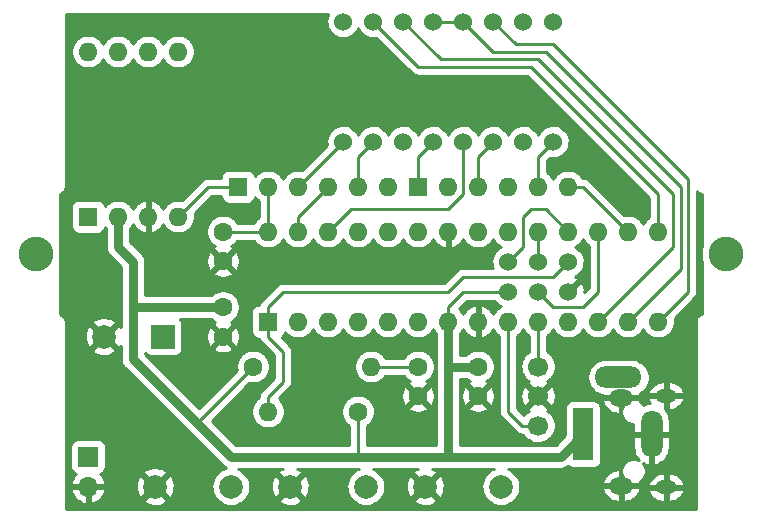
<source format=gbl>
G04 #@! TF.GenerationSoftware,KiCad,Pcbnew,5.99.0-unknown-r17607-a0698723*
G04 #@! TF.CreationDate,2020-04-07T09:51:29-05:00*
G04 #@! TF.ProjectId,pcb_dip,7063625f-6469-4702-9e6b-696361645f70,rev?*
G04 #@! TF.SameCoordinates,Original*
G04 #@! TF.FileFunction,Copper,L2,Bot*
G04 #@! TF.FilePolarity,Positive*
%FSLAX46Y46*%
G04 Gerber Fmt 4.6, Leading zero omitted, Abs format (unit mm)*
G04 Created by KiCad (PCBNEW 5.99.0-unknown-r17607-a0698723) date 2020-04-07 09:51:29*
%MOMM*%
%LPD*%
G01*
G04 APERTURE LIST*
%ADD10O,1.600000X1.600000*%
%ADD11R,1.600000X1.600000*%
%ADD12O,1.800000X1.150000*%
%ADD13O,2.000000X1.450000*%
%ADD14C,1.600000*%
%ADD15C,2.000000*%
%ADD16C,1.524000*%
%ADD17R,1.800000X4.400000*%
%ADD18O,1.800000X4.000000*%
%ADD19O,4.000000X1.800000*%
%ADD20O,1.700000X1.700000*%
%ADD21R,1.700000X1.700000*%
%ADD22R,2.000000X2.000000*%
%ADD23C,1.700000*%
%ADD24C,2.946400*%
%ADD25C,0.254000*%
%ADD26C,0.250000*%
%ADD27C,0.762000*%
G04 APERTURE END LIST*
D10*
X160020000Y-76200000D03*
X157480000Y-76200000D03*
X154940000Y-76200000D03*
X152400000Y-76200000D03*
X149860000Y-76200000D03*
D11*
X147320000Y-76200000D03*
D12*
X168320000Y-93915000D03*
X168320000Y-101665000D03*
D13*
X164520000Y-94065000D03*
X164520000Y-101515000D03*
D10*
X143350000Y-91440000D03*
D14*
X133350000Y-91440000D03*
X147320000Y-93940000D03*
X147320000Y-91440000D03*
D10*
X144780000Y-76200000D03*
X142240000Y-76200000D03*
X139700000Y-76200000D03*
X137160000Y-76200000D03*
X134620000Y-76200000D03*
D11*
X132080000Y-76200000D03*
D14*
X130810000Y-82510000D03*
X130810000Y-80010000D03*
D10*
X134620000Y-95250000D03*
D14*
X142240000Y-95250000D03*
D11*
X119380000Y-78740000D03*
D10*
X127000000Y-64770000D03*
X121920000Y-78740000D03*
X124460000Y-64770000D03*
X124460000Y-78740000D03*
X121920000Y-64770000D03*
X127000000Y-78740000D03*
X119380000Y-64770000D03*
D15*
X125070000Y-101600000D03*
X131470000Y-101600000D03*
X136500000Y-101600000D03*
X142900000Y-101600000D03*
X147930000Y-101600000D03*
X154330000Y-101600000D03*
D16*
X160020000Y-85090000D03*
X160020000Y-82550000D03*
X157480000Y-85090000D03*
X157480000Y-82550000D03*
X154940000Y-85090000D03*
X154940000Y-82550000D03*
D17*
X161290000Y-97155000D03*
D18*
X167090000Y-97155000D03*
D19*
X164290000Y-92355000D03*
D10*
X134620000Y-80010000D03*
X167640000Y-87630000D03*
X137160000Y-80010000D03*
X165100000Y-87630000D03*
X139700000Y-80010000D03*
X162560000Y-87630000D03*
X142240000Y-80010000D03*
X160020000Y-87630000D03*
X144780000Y-80010000D03*
X157480000Y-87630000D03*
X147320000Y-80010000D03*
X154940000Y-87630000D03*
X149860000Y-80010000D03*
X152400000Y-87630000D03*
X152400000Y-80010000D03*
X149860000Y-87630000D03*
X154940000Y-80010000D03*
X147320000Y-87630000D03*
X157480000Y-80010000D03*
X144780000Y-87630000D03*
X160020000Y-80010000D03*
X142240000Y-87630000D03*
X162560000Y-80010000D03*
X139700000Y-87630000D03*
X165100000Y-80010000D03*
X137160000Y-87630000D03*
X167640000Y-80010000D03*
D11*
X134620000Y-87630000D03*
D20*
X119380000Y-101600000D03*
D21*
X119380000Y-99060000D03*
D15*
X120730000Y-88900000D03*
D22*
X125730000Y-88900000D03*
D14*
X130810000Y-88900000D03*
X130810000Y-86400000D03*
D16*
X140970000Y-62230000D03*
X143510000Y-62230000D03*
X146050000Y-62230000D03*
X148590000Y-62230000D03*
X151130000Y-62230000D03*
X153670000Y-62230000D03*
X156210000Y-62230000D03*
X158750000Y-62230000D03*
X158750000Y-72390000D03*
X156210000Y-72390000D03*
X153670000Y-72390000D03*
X151130000Y-72390000D03*
X148590000Y-72390000D03*
X146050000Y-72390000D03*
X143510000Y-72390000D03*
X140970000Y-72390000D03*
D14*
X152400000Y-93940000D03*
X152400000Y-91440000D03*
D23*
X157480000Y-96440000D03*
X157480000Y-93940000D03*
X157480000Y-91440000D03*
D24*
X114935000Y-81915000D03*
X173355000Y-81915000D03*
D25*
X165100000Y-80010000D02*
X161290000Y-76200000D01*
X161290000Y-76200000D02*
X160020000Y-76200000D01*
X157480000Y-76200000D02*
X157480000Y-73660000D01*
X157480000Y-73660000D02*
X158750000Y-72390000D01*
X152400000Y-76200000D02*
X152400000Y-73660000D01*
X152400000Y-73660000D02*
X153670000Y-72390000D01*
D26*
X143350000Y-91440000D02*
X147320000Y-91440000D01*
X143350000Y-91440000D02*
X143510000Y-91440000D01*
X135890000Y-90170000D02*
X134620000Y-88900000D01*
X134620000Y-88900000D02*
X134620000Y-87630000D01*
X135890000Y-92710000D02*
X135890000Y-90170000D01*
X134620000Y-93980000D02*
X135890000Y-92710000D01*
X134620000Y-95250000D02*
X134620000Y-93980000D01*
X142240000Y-95250000D02*
X142240000Y-99060000D01*
D27*
X128587500Y-96202500D02*
X123190000Y-90805000D01*
D26*
X133350000Y-91440000D02*
X128587500Y-96202500D01*
D27*
X131445000Y-99060000D02*
X128587500Y-96202500D01*
X123190000Y-82550000D02*
X121920000Y-81280000D01*
X121920000Y-81280000D02*
X121920000Y-78740000D01*
D26*
X151130000Y-62230000D02*
X148590000Y-62230000D01*
X156210000Y-81280000D02*
X156210000Y-78740000D01*
X156845000Y-78105000D02*
X158115000Y-78105000D01*
X154940000Y-82550000D02*
X156210000Y-81280000D01*
X156210000Y-78740000D02*
X156845000Y-78105000D01*
X158115000Y-78105000D02*
X160020000Y-80010000D01*
X135890000Y-85090000D02*
X134620000Y-86360000D01*
X151130000Y-83820000D02*
X149860000Y-85090000D01*
X160020000Y-82550000D02*
X158750000Y-83820000D01*
X158750000Y-83820000D02*
X151130000Y-83820000D01*
X149860000Y-85090000D02*
X135890000Y-85090000D01*
X134620000Y-86360000D02*
X134620000Y-87630000D01*
X162560000Y-85090000D02*
X162560000Y-80010000D01*
X161290000Y-86360000D02*
X162560000Y-85090000D01*
X158750000Y-86360000D02*
X161290000Y-86360000D01*
X157480000Y-85090000D02*
X158750000Y-86360000D01*
X157480000Y-82550000D02*
X157480000Y-80010000D01*
X149860000Y-86360000D02*
X151130000Y-85090000D01*
X151130000Y-85090000D02*
X154940000Y-85090000D01*
X149860000Y-87630000D02*
X149860000Y-86360000D01*
D27*
X161290000Y-97155000D02*
X159385000Y-99060000D01*
X159385000Y-99060000D02*
X149860000Y-99060000D01*
X152400000Y-91440000D02*
X149860000Y-91440000D01*
X149860000Y-87630000D02*
X149860000Y-91440000D01*
X149860000Y-91440000D02*
X149860000Y-99060000D01*
D26*
X155575000Y-64135000D02*
X153670000Y-62230000D01*
X167640000Y-87630000D02*
X170180000Y-85090000D01*
X158750000Y-64135000D02*
X155575000Y-64135000D01*
X170180000Y-75565000D02*
X158750000Y-64135000D01*
X170180000Y-85090000D02*
X170180000Y-75565000D01*
X153670000Y-64770000D02*
X151130000Y-62230000D01*
X158115000Y-64770000D02*
X153670000Y-64770000D01*
X169545000Y-76200000D02*
X158115000Y-64770000D01*
X165100000Y-87630000D02*
X169545000Y-83185000D01*
X169545000Y-83185000D02*
X169545000Y-76200000D01*
X149225000Y-65405000D02*
X146050000Y-62230000D01*
X162560000Y-87630000D02*
X168910000Y-81280000D01*
X157480000Y-65405000D02*
X149225000Y-65405000D01*
X168910000Y-76835000D02*
X157480000Y-65405000D01*
X168910000Y-81280000D02*
X168910000Y-76835000D01*
X156845000Y-66040000D02*
X147320000Y-66040000D01*
X167640000Y-80010000D02*
X167640000Y-76835000D01*
X147320000Y-66040000D02*
X143510000Y-62230000D01*
X167640000Y-76835000D02*
X156845000Y-66040000D01*
D25*
X127000000Y-78740000D02*
X129540000Y-76200000D01*
X129540000Y-76200000D02*
X132080000Y-76200000D01*
X134620000Y-76200000D02*
X134620000Y-80010000D01*
X134620000Y-80010000D02*
X130810000Y-80010000D01*
X137160000Y-76200000D02*
X140970000Y-72390000D01*
X142240000Y-73660000D02*
X143510000Y-72390000D01*
X142240000Y-76200000D02*
X142240000Y-73660000D01*
X147320000Y-73660000D02*
X148590000Y-72390000D01*
X147320000Y-76200000D02*
X147320000Y-73660000D01*
X137160000Y-78740000D02*
X139700000Y-76200000D01*
X137160000Y-80010000D02*
X137160000Y-78740000D01*
X139700000Y-80010000D02*
X141605000Y-78105000D01*
X141605000Y-78105000D02*
X149860000Y-78105000D01*
X151130000Y-76835000D02*
X151130000Y-72390000D01*
X149860000Y-78105000D02*
X151130000Y-76835000D01*
D27*
X149860000Y-99060000D02*
X142240000Y-99060000D01*
X142240000Y-99060000D02*
X131445000Y-99060000D01*
X123230000Y-86400000D02*
X123190000Y-86360000D01*
X130810000Y-86400000D02*
X123230000Y-86400000D01*
X123190000Y-90805000D02*
X123190000Y-86360000D01*
X123190000Y-86360000D02*
X123190000Y-82550000D01*
D25*
X157480000Y-91440000D02*
X157480000Y-87630000D01*
X157480000Y-96440000D02*
X156130000Y-96440000D01*
X154940000Y-95250000D02*
X154940000Y-87630000D01*
X156130000Y-96440000D02*
X154940000Y-95250000D01*
X125650000Y-88900000D02*
X125730000Y-88900000D01*
G36*
X139672071Y-61702188D02*
G01*
X139667885Y-61712601D01*
X139599117Y-61940373D01*
X139596841Y-61951363D01*
X139569494Y-62187713D01*
X139569200Y-62198932D01*
X139584140Y-62436390D01*
X139585838Y-62447484D01*
X139642591Y-62678543D01*
X139646226Y-62689161D01*
X139743000Y-62906517D01*
X139748458Y-62916323D01*
X139882193Y-63113109D01*
X139889301Y-63121793D01*
X140055769Y-63291786D01*
X140064304Y-63299075D01*
X140258245Y-63436901D01*
X140267934Y-63442563D01*
X140483217Y-63543867D01*
X140493757Y-63547724D01*
X140723577Y-63609304D01*
X140734633Y-63611233D01*
X140971725Y-63631144D01*
X140982948Y-63631085D01*
X141219819Y-63608694D01*
X141230854Y-63606649D01*
X141460016Y-63542665D01*
X141470514Y-63538698D01*
X141684724Y-63435145D01*
X141694354Y-63429382D01*
X141886841Y-63289532D01*
X141895299Y-63282154D01*
X142059979Y-63110428D01*
X142066996Y-63101669D01*
X142198662Y-62903494D01*
X142204018Y-62893631D01*
X142240119Y-62810206D01*
X142283000Y-62906517D01*
X142288458Y-62916323D01*
X142422193Y-63113109D01*
X142429301Y-63121793D01*
X142595769Y-63291786D01*
X142604304Y-63299075D01*
X142798245Y-63436901D01*
X142807934Y-63442563D01*
X143023217Y-63543867D01*
X143033757Y-63547724D01*
X143263577Y-63609304D01*
X143274633Y-63611233D01*
X143511725Y-63631144D01*
X143522948Y-63631085D01*
X143759819Y-63608694D01*
X143770854Y-63606648D01*
X143801795Y-63598009D01*
X146710776Y-66506991D01*
X146860021Y-66656237D01*
X146876066Y-66667894D01*
X146921144Y-66690862D01*
X146962082Y-66720606D01*
X146979754Y-66729610D01*
X147027879Y-66745247D01*
X147072962Y-66768218D01*
X147091823Y-66774347D01*
X147141808Y-66782264D01*
X147189922Y-66797897D01*
X147209510Y-66800999D01*
X147264809Y-66800999D01*
X147264821Y-66801000D01*
X156529786Y-66801000D01*
X166879001Y-77150217D01*
X166879000Y-78793524D01*
X166819132Y-78828088D01*
X166810119Y-78834399D01*
X166626366Y-78988587D01*
X166618587Y-78996366D01*
X166464399Y-79180119D01*
X166458088Y-79189132D01*
X166370000Y-79341705D01*
X166281912Y-79189132D01*
X166275601Y-79180119D01*
X166121413Y-78996366D01*
X166113634Y-78988587D01*
X165929881Y-78834399D01*
X165920868Y-78828088D01*
X165713132Y-78708152D01*
X165703160Y-78703502D01*
X165477753Y-78621460D01*
X165467126Y-78618613D01*
X165230897Y-78576959D01*
X165219936Y-78576000D01*
X164980064Y-78576000D01*
X164969103Y-78576959D01*
X164779445Y-78610401D01*
X161794074Y-75625031D01*
X161751170Y-75582126D01*
X161735125Y-75570468D01*
X161689892Y-75547420D01*
X161648834Y-75517590D01*
X161631163Y-75508586D01*
X161582895Y-75492903D01*
X161537665Y-75469857D01*
X161518803Y-75463729D01*
X161468665Y-75455787D01*
X161420395Y-75440103D01*
X161400806Y-75437001D01*
X161345347Y-75437001D01*
X161345335Y-75437000D01*
X161235322Y-75437000D01*
X161201912Y-75379132D01*
X161195601Y-75370119D01*
X161041413Y-75186366D01*
X161033634Y-75178587D01*
X160849881Y-75024399D01*
X160840868Y-75018088D01*
X160633132Y-74898152D01*
X160623160Y-74893502D01*
X160397753Y-74811460D01*
X160387126Y-74808613D01*
X160150897Y-74766959D01*
X160139936Y-74766000D01*
X159900064Y-74766000D01*
X159889103Y-74766959D01*
X159652874Y-74808613D01*
X159642247Y-74811460D01*
X159416840Y-74893502D01*
X159406868Y-74898152D01*
X159199132Y-75018088D01*
X159190119Y-75024399D01*
X159006366Y-75178587D01*
X158998587Y-75186366D01*
X158844399Y-75370119D01*
X158838088Y-75379132D01*
X158750000Y-75531705D01*
X158661912Y-75379132D01*
X158655601Y-75370119D01*
X158501413Y-75186366D01*
X158493634Y-75178587D01*
X158309881Y-75024399D01*
X158300868Y-75018088D01*
X158243000Y-74984678D01*
X158243000Y-73976043D01*
X158461116Y-73757927D01*
X158503577Y-73769304D01*
X158514632Y-73771233D01*
X158751725Y-73791144D01*
X158762948Y-73791085D01*
X158999819Y-73768694D01*
X159010854Y-73766649D01*
X159240016Y-73702665D01*
X159250514Y-73698698D01*
X159464724Y-73595145D01*
X159474354Y-73589382D01*
X159666841Y-73449532D01*
X159675299Y-73442154D01*
X159839979Y-73270428D01*
X159846996Y-73261669D01*
X159978662Y-73063494D01*
X159984018Y-73053631D01*
X160078510Y-72835273D01*
X160082034Y-72824617D01*
X160136553Y-72592172D01*
X160138200Y-72579402D01*
X160146210Y-72273510D01*
X160145234Y-72260671D01*
X160102954Y-72025691D01*
X160099992Y-72014866D01*
X160017058Y-71791861D01*
X160012226Y-71781732D01*
X159891112Y-71576938D01*
X159884563Y-71567824D01*
X159729096Y-71387714D01*
X159721036Y-71379904D01*
X159536132Y-71230172D01*
X159526817Y-71223913D01*
X159318321Y-71109290D01*
X159308044Y-71104779D01*
X159082544Y-71028890D01*
X159071632Y-71026270D01*
X158836257Y-70991513D01*
X158825053Y-70990867D01*
X158587243Y-70998340D01*
X158576102Y-70999689D01*
X158343373Y-71049157D01*
X158332646Y-71052457D01*
X158112358Y-71142356D01*
X158102385Y-71147503D01*
X157901496Y-71274990D01*
X157892592Y-71281823D01*
X157717455Y-71442870D01*
X157709902Y-71451171D01*
X157566052Y-71640686D01*
X157560088Y-71650193D01*
X157481634Y-71804167D01*
X157477058Y-71791861D01*
X157472226Y-71781732D01*
X157351112Y-71576938D01*
X157344563Y-71567824D01*
X157189096Y-71387714D01*
X157181036Y-71379904D01*
X156996132Y-71230172D01*
X156986817Y-71223913D01*
X156778321Y-71109290D01*
X156768044Y-71104779D01*
X156542544Y-71028890D01*
X156531632Y-71026270D01*
X156296257Y-70991513D01*
X156285053Y-70990867D01*
X156047243Y-70998340D01*
X156036102Y-70999689D01*
X155803373Y-71049157D01*
X155792646Y-71052457D01*
X155572358Y-71142356D01*
X155562385Y-71147503D01*
X155361496Y-71274990D01*
X155352592Y-71281823D01*
X155177455Y-71442870D01*
X155169902Y-71451171D01*
X155026052Y-71640686D01*
X155020088Y-71650193D01*
X154941634Y-71804167D01*
X154937058Y-71791861D01*
X154932226Y-71781732D01*
X154811112Y-71576938D01*
X154804563Y-71567824D01*
X154649096Y-71387714D01*
X154641036Y-71379904D01*
X154456132Y-71230172D01*
X154446817Y-71223913D01*
X154238321Y-71109290D01*
X154228044Y-71104779D01*
X154002544Y-71028890D01*
X153991632Y-71026270D01*
X153756257Y-70991513D01*
X153745053Y-70990867D01*
X153507243Y-70998340D01*
X153496102Y-70999689D01*
X153263373Y-71049157D01*
X153252646Y-71052457D01*
X153032358Y-71142356D01*
X153022385Y-71147503D01*
X152821496Y-71274990D01*
X152812592Y-71281823D01*
X152637455Y-71442870D01*
X152629902Y-71451171D01*
X152486052Y-71640686D01*
X152480088Y-71650193D01*
X152401634Y-71804167D01*
X152397058Y-71791861D01*
X152392226Y-71781732D01*
X152271112Y-71576938D01*
X152264563Y-71567824D01*
X152109096Y-71387714D01*
X152101036Y-71379904D01*
X151916132Y-71230172D01*
X151906817Y-71223913D01*
X151698321Y-71109290D01*
X151688044Y-71104779D01*
X151462544Y-71028890D01*
X151451632Y-71026270D01*
X151216257Y-70991513D01*
X151205053Y-70990867D01*
X150967243Y-70998340D01*
X150956102Y-70999689D01*
X150723373Y-71049157D01*
X150712646Y-71052457D01*
X150492358Y-71142356D01*
X150482385Y-71147503D01*
X150281496Y-71274990D01*
X150272592Y-71281823D01*
X150097455Y-71442870D01*
X150089902Y-71451171D01*
X149946052Y-71640686D01*
X149940088Y-71650193D01*
X149861634Y-71804167D01*
X149857058Y-71791861D01*
X149852226Y-71781732D01*
X149731112Y-71576938D01*
X149724563Y-71567824D01*
X149569096Y-71387714D01*
X149561036Y-71379904D01*
X149376132Y-71230172D01*
X149366817Y-71223913D01*
X149158321Y-71109290D01*
X149148044Y-71104779D01*
X148922544Y-71028890D01*
X148911632Y-71026270D01*
X148676257Y-70991513D01*
X148665053Y-70990867D01*
X148427243Y-70998340D01*
X148416102Y-70999689D01*
X148183373Y-71049157D01*
X148172646Y-71052457D01*
X147952358Y-71142356D01*
X147942385Y-71147503D01*
X147741496Y-71274990D01*
X147732592Y-71281823D01*
X147557455Y-71442870D01*
X147549902Y-71451171D01*
X147406052Y-71640686D01*
X147400088Y-71650193D01*
X147321634Y-71804167D01*
X147317058Y-71791861D01*
X147312226Y-71781732D01*
X147191112Y-71576938D01*
X147184563Y-71567824D01*
X147029096Y-71387714D01*
X147021036Y-71379904D01*
X146836132Y-71230172D01*
X146826817Y-71223913D01*
X146618321Y-71109290D01*
X146608044Y-71104779D01*
X146382544Y-71028890D01*
X146371632Y-71026270D01*
X146136257Y-70991513D01*
X146125053Y-70990867D01*
X145887243Y-70998340D01*
X145876102Y-70999689D01*
X145643373Y-71049157D01*
X145632646Y-71052457D01*
X145412358Y-71142356D01*
X145402385Y-71147503D01*
X145201496Y-71274990D01*
X145192592Y-71281823D01*
X145017455Y-71442870D01*
X145009902Y-71451171D01*
X144866052Y-71640686D01*
X144860088Y-71650193D01*
X144781634Y-71804167D01*
X144777058Y-71791861D01*
X144772226Y-71781732D01*
X144651112Y-71576938D01*
X144644563Y-71567824D01*
X144489096Y-71387714D01*
X144481036Y-71379904D01*
X144296132Y-71230172D01*
X144286817Y-71223913D01*
X144078321Y-71109290D01*
X144068044Y-71104779D01*
X143842544Y-71028890D01*
X143831632Y-71026270D01*
X143596257Y-70991513D01*
X143585053Y-70990867D01*
X143347243Y-70998340D01*
X143336102Y-70999689D01*
X143103373Y-71049157D01*
X143092646Y-71052457D01*
X142872358Y-71142356D01*
X142862385Y-71147503D01*
X142661496Y-71274990D01*
X142652592Y-71281823D01*
X142477455Y-71442870D01*
X142469902Y-71451171D01*
X142326052Y-71640686D01*
X142320088Y-71650193D01*
X142241634Y-71804167D01*
X142237058Y-71791861D01*
X142232226Y-71781732D01*
X142111112Y-71576938D01*
X142104563Y-71567824D01*
X141949096Y-71387714D01*
X141941036Y-71379904D01*
X141756132Y-71230172D01*
X141746817Y-71223913D01*
X141538321Y-71109290D01*
X141528044Y-71104779D01*
X141302544Y-71028890D01*
X141291632Y-71026270D01*
X141056257Y-70991513D01*
X141045053Y-70990867D01*
X140807243Y-70998340D01*
X140796102Y-70999689D01*
X140563373Y-71049157D01*
X140552646Y-71052457D01*
X140332358Y-71142356D01*
X140322385Y-71147503D01*
X140121496Y-71274990D01*
X140112592Y-71281823D01*
X139937455Y-71442870D01*
X139929902Y-71451171D01*
X139786052Y-71640686D01*
X139780088Y-71650193D01*
X139672071Y-71862188D01*
X139667885Y-71872601D01*
X139599117Y-72100373D01*
X139596841Y-72111363D01*
X139569494Y-72347713D01*
X139569200Y-72358932D01*
X139584140Y-72596390D01*
X139585838Y-72607484D01*
X139603118Y-72677838D01*
X137480556Y-74800401D01*
X137290897Y-74766959D01*
X137279936Y-74766000D01*
X137040064Y-74766000D01*
X137029103Y-74766959D01*
X136792874Y-74808613D01*
X136782247Y-74811460D01*
X136556840Y-74893502D01*
X136546868Y-74898152D01*
X136339132Y-75018088D01*
X136330119Y-75024399D01*
X136146366Y-75178587D01*
X136138587Y-75186366D01*
X135984399Y-75370119D01*
X135978088Y-75379132D01*
X135890000Y-75531705D01*
X135801912Y-75379132D01*
X135795601Y-75370119D01*
X135641413Y-75186366D01*
X135633634Y-75178587D01*
X135449881Y-75024399D01*
X135440868Y-75018088D01*
X135233132Y-74898152D01*
X135223160Y-74893502D01*
X134997753Y-74811460D01*
X134987126Y-74808613D01*
X134750897Y-74766959D01*
X134739936Y-74766000D01*
X134500064Y-74766000D01*
X134489103Y-74766959D01*
X134252874Y-74808613D01*
X134242247Y-74811460D01*
X134016840Y-74893502D01*
X134006868Y-74898152D01*
X133799132Y-75018088D01*
X133790119Y-75024399D01*
X133606366Y-75178587D01*
X133598587Y-75186366D01*
X133500394Y-75303387D01*
X133444863Y-75096142D01*
X133432120Y-75071662D01*
X133301010Y-74915410D01*
X133284121Y-74901239D01*
X133109880Y-74800641D01*
X133089163Y-74793100D01*
X132896462Y-74759122D01*
X132885501Y-74758163D01*
X131271742Y-74758163D01*
X131255366Y-74760319D01*
X130976142Y-74835137D01*
X130951662Y-74847880D01*
X130795410Y-74978990D01*
X130781239Y-74995879D01*
X130680641Y-75170120D01*
X130673100Y-75190837D01*
X130639122Y-75383538D01*
X130638163Y-75394499D01*
X130638163Y-75437000D01*
X129485059Y-75437000D01*
X129485033Y-75437002D01*
X129429191Y-75437002D01*
X129409602Y-75440105D01*
X129361337Y-75455787D01*
X129311199Y-75463728D01*
X129292336Y-75469857D01*
X129247107Y-75492902D01*
X129198835Y-75508587D01*
X129181165Y-75517591D01*
X129140105Y-75547422D01*
X129094875Y-75570468D01*
X129078830Y-75582126D01*
X129039100Y-75621857D01*
X129039085Y-75621870D01*
X127320556Y-77340401D01*
X127130897Y-77306959D01*
X127119936Y-77306000D01*
X126880064Y-77306000D01*
X126869103Y-77306959D01*
X126632874Y-77348613D01*
X126622247Y-77351460D01*
X126396840Y-77433502D01*
X126386868Y-77438152D01*
X126179132Y-77558088D01*
X126170119Y-77564399D01*
X125986366Y-77718587D01*
X125978587Y-77726366D01*
X125824399Y-77910119D01*
X125818088Y-77919132D01*
X125730000Y-78071705D01*
X125641912Y-77919132D01*
X125635601Y-77910119D01*
X125481413Y-77726366D01*
X125473634Y-77718587D01*
X125289881Y-77564399D01*
X125280868Y-77558088D01*
X125073132Y-77438152D01*
X125063160Y-77433502D01*
X124837753Y-77351460D01*
X124827126Y-77348613D01*
X124678018Y-77322320D01*
X124588000Y-77397854D01*
X124587999Y-78538192D01*
X124588000Y-78538193D01*
X124587999Y-80082146D01*
X124678017Y-80157679D01*
X124827125Y-80131387D01*
X124837753Y-80128540D01*
X125063160Y-80046498D01*
X125073132Y-80041848D01*
X125280868Y-79921912D01*
X125289881Y-79915601D01*
X125473634Y-79761413D01*
X125481413Y-79753634D01*
X125635601Y-79569881D01*
X125641912Y-79560868D01*
X125730000Y-79408295D01*
X125818088Y-79560868D01*
X125824399Y-79569881D01*
X125978587Y-79753634D01*
X125986366Y-79761413D01*
X126170119Y-79915601D01*
X126179132Y-79921912D01*
X126386868Y-80041848D01*
X126396840Y-80046498D01*
X126622247Y-80128540D01*
X126632874Y-80131387D01*
X126869103Y-80173041D01*
X126880064Y-80174000D01*
X127119936Y-80174000D01*
X127130897Y-80173041D01*
X127367126Y-80131387D01*
X127377753Y-80128540D01*
X127603160Y-80046498D01*
X127613132Y-80041848D01*
X127820868Y-79921912D01*
X127829881Y-79915601D01*
X128013634Y-79761413D01*
X128021413Y-79753634D01*
X128175601Y-79569881D01*
X128181912Y-79560868D01*
X128301848Y-79353132D01*
X128306498Y-79343160D01*
X128388540Y-79117753D01*
X128391387Y-79107126D01*
X128433041Y-78870897D01*
X128434000Y-78859936D01*
X128434000Y-78620064D01*
X128433041Y-78609103D01*
X128399599Y-78419444D01*
X129856044Y-76963000D01*
X130638163Y-76963000D01*
X130638163Y-77008258D01*
X130640319Y-77024634D01*
X130715137Y-77303859D01*
X130727880Y-77328339D01*
X130858990Y-77484590D01*
X130875879Y-77498761D01*
X131050120Y-77599359D01*
X131070837Y-77606900D01*
X131263538Y-77640878D01*
X131274499Y-77641837D01*
X132888258Y-77641837D01*
X132904634Y-77639681D01*
X133183859Y-77564863D01*
X133208339Y-77552120D01*
X133364590Y-77421010D01*
X133378761Y-77404121D01*
X133479359Y-77229880D01*
X133486900Y-77209163D01*
X133505643Y-77102868D01*
X133598587Y-77213634D01*
X133606366Y-77221413D01*
X133790119Y-77375601D01*
X133799132Y-77381911D01*
X133857000Y-77415322D01*
X133857001Y-78794678D01*
X133799132Y-78828088D01*
X133790119Y-78834399D01*
X133606366Y-78988587D01*
X133598587Y-78996366D01*
X133444399Y-79180119D01*
X133438088Y-79189132D01*
X133404678Y-79247000D01*
X132025322Y-79247000D01*
X131991912Y-79189132D01*
X131985601Y-79180119D01*
X131831413Y-78996366D01*
X131823634Y-78988587D01*
X131639881Y-78834399D01*
X131630868Y-78828088D01*
X131423132Y-78708152D01*
X131413160Y-78703502D01*
X131187753Y-78621460D01*
X131177126Y-78618613D01*
X130940897Y-78576959D01*
X130929936Y-78576000D01*
X130690064Y-78576000D01*
X130679103Y-78576959D01*
X130442874Y-78618613D01*
X130432247Y-78621460D01*
X130206840Y-78703502D01*
X130196868Y-78708152D01*
X129989132Y-78828088D01*
X129980119Y-78834399D01*
X129796366Y-78988587D01*
X129788587Y-78996366D01*
X129634399Y-79180119D01*
X129628088Y-79189132D01*
X129508152Y-79396868D01*
X129503502Y-79406840D01*
X129421460Y-79632247D01*
X129418613Y-79642874D01*
X129376959Y-79879103D01*
X129376000Y-79890064D01*
X129376000Y-80129936D01*
X129376959Y-80140897D01*
X129418613Y-80377126D01*
X129421460Y-80387753D01*
X129503502Y-80613160D01*
X129508152Y-80623132D01*
X129628088Y-80830868D01*
X129634399Y-80839881D01*
X129788587Y-81023634D01*
X129796366Y-81031413D01*
X129980119Y-81185601D01*
X129989132Y-81191912D01*
X130107065Y-81260000D01*
X129963397Y-81342947D01*
X129947177Y-81466156D01*
X130757809Y-82276790D01*
X130862191Y-82276790D01*
X131672823Y-81466156D01*
X131656603Y-81342947D01*
X131512935Y-81260000D01*
X131630868Y-81191912D01*
X131639881Y-81185601D01*
X131823634Y-81031413D01*
X131831413Y-81023634D01*
X131985601Y-80839881D01*
X131991912Y-80830868D01*
X132025322Y-80773000D01*
X133404678Y-80773000D01*
X133438088Y-80830868D01*
X133444399Y-80839881D01*
X133598587Y-81023634D01*
X133606366Y-81031413D01*
X133790119Y-81185601D01*
X133799132Y-81191912D01*
X134006868Y-81311848D01*
X134016840Y-81316498D01*
X134242247Y-81398540D01*
X134252874Y-81401387D01*
X134489103Y-81443041D01*
X134500064Y-81444000D01*
X134739936Y-81444000D01*
X134750897Y-81443041D01*
X134987126Y-81401387D01*
X134997753Y-81398540D01*
X135223160Y-81316498D01*
X135233132Y-81311848D01*
X135440868Y-81191912D01*
X135449881Y-81185601D01*
X135633634Y-81031413D01*
X135641413Y-81023634D01*
X135795601Y-80839881D01*
X135801912Y-80830868D01*
X135890000Y-80678295D01*
X135978088Y-80830868D01*
X135984399Y-80839881D01*
X136138587Y-81023634D01*
X136146366Y-81031413D01*
X136330119Y-81185601D01*
X136339132Y-81191912D01*
X136546868Y-81311848D01*
X136556840Y-81316498D01*
X136782247Y-81398540D01*
X136792874Y-81401387D01*
X137029103Y-81443041D01*
X137040064Y-81444000D01*
X137279936Y-81444000D01*
X137290897Y-81443041D01*
X137527126Y-81401387D01*
X137537753Y-81398540D01*
X137763160Y-81316498D01*
X137773132Y-81311848D01*
X137980868Y-81191912D01*
X137989881Y-81185601D01*
X138173634Y-81031413D01*
X138181413Y-81023634D01*
X138335601Y-80839881D01*
X138341912Y-80830868D01*
X138430000Y-80678295D01*
X138518088Y-80830868D01*
X138524399Y-80839881D01*
X138678587Y-81023634D01*
X138686366Y-81031413D01*
X138870119Y-81185601D01*
X138879132Y-81191912D01*
X139086868Y-81311848D01*
X139096840Y-81316498D01*
X139322247Y-81398540D01*
X139332874Y-81401387D01*
X139569103Y-81443041D01*
X139580064Y-81444000D01*
X139819936Y-81444000D01*
X139830897Y-81443041D01*
X140067126Y-81401387D01*
X140077753Y-81398540D01*
X140303160Y-81316498D01*
X140313132Y-81311848D01*
X140520868Y-81191912D01*
X140529881Y-81185601D01*
X140713634Y-81031413D01*
X140721413Y-81023634D01*
X140875601Y-80839881D01*
X140881912Y-80830868D01*
X140970000Y-80678295D01*
X141058088Y-80830868D01*
X141064399Y-80839881D01*
X141218587Y-81023634D01*
X141226366Y-81031413D01*
X141410119Y-81185601D01*
X141419132Y-81191912D01*
X141626868Y-81311848D01*
X141636840Y-81316498D01*
X141862247Y-81398540D01*
X141872874Y-81401387D01*
X142109103Y-81443041D01*
X142120064Y-81444000D01*
X142359936Y-81444000D01*
X142370897Y-81443041D01*
X142607126Y-81401387D01*
X142617753Y-81398540D01*
X142843160Y-81316498D01*
X142853132Y-81311848D01*
X143060868Y-81191912D01*
X143069881Y-81185601D01*
X143253634Y-81031413D01*
X143261413Y-81023634D01*
X143415601Y-80839881D01*
X143421912Y-80830868D01*
X143510000Y-80678295D01*
X143598088Y-80830868D01*
X143604399Y-80839881D01*
X143758587Y-81023634D01*
X143766366Y-81031413D01*
X143950119Y-81185601D01*
X143959132Y-81191912D01*
X144166868Y-81311848D01*
X144176840Y-81316498D01*
X144402247Y-81398540D01*
X144412874Y-81401387D01*
X144649103Y-81443041D01*
X144660064Y-81444000D01*
X144899936Y-81444000D01*
X144910897Y-81443041D01*
X145147126Y-81401387D01*
X145157753Y-81398540D01*
X145383160Y-81316498D01*
X145393132Y-81311848D01*
X145600868Y-81191912D01*
X145609881Y-81185601D01*
X145793634Y-81031413D01*
X145801413Y-81023634D01*
X145955601Y-80839881D01*
X145961912Y-80830868D01*
X146050000Y-80678295D01*
X146138088Y-80830868D01*
X146144399Y-80839881D01*
X146298587Y-81023634D01*
X146306366Y-81031413D01*
X146490119Y-81185601D01*
X146499132Y-81191912D01*
X146706868Y-81311848D01*
X146716840Y-81316498D01*
X146942247Y-81398540D01*
X146952874Y-81401387D01*
X147189103Y-81443041D01*
X147200064Y-81444000D01*
X147439936Y-81444000D01*
X147450897Y-81443041D01*
X147687126Y-81401387D01*
X147697753Y-81398540D01*
X147923160Y-81316498D01*
X147933132Y-81311848D01*
X148140868Y-81191912D01*
X148149881Y-81185601D01*
X148333634Y-81031413D01*
X148341413Y-81023634D01*
X148495601Y-80839881D01*
X148501912Y-80830868D01*
X148590000Y-80678295D01*
X148678088Y-80830868D01*
X148684399Y-80839881D01*
X148838587Y-81023634D01*
X148846366Y-81031413D01*
X149030119Y-81185601D01*
X149039132Y-81191912D01*
X149246868Y-81311848D01*
X149256840Y-81316498D01*
X149482247Y-81398540D01*
X149492874Y-81401387D01*
X149641982Y-81427680D01*
X149732000Y-81352146D01*
X149732001Y-79882000D01*
X149988000Y-79882001D01*
X149987999Y-81352146D01*
X150078017Y-81427679D01*
X150227125Y-81401387D01*
X150237753Y-81398540D01*
X150463160Y-81316498D01*
X150473132Y-81311848D01*
X150680868Y-81191912D01*
X150689881Y-81185601D01*
X150873634Y-81031413D01*
X150881413Y-81023634D01*
X151035601Y-80839881D01*
X151041912Y-80830868D01*
X151130000Y-80678295D01*
X151218088Y-80830868D01*
X151224399Y-80839881D01*
X151378587Y-81023634D01*
X151386366Y-81031413D01*
X151570119Y-81185601D01*
X151579132Y-81191912D01*
X151786868Y-81311848D01*
X151796840Y-81316498D01*
X152022247Y-81398540D01*
X152032874Y-81401387D01*
X152269103Y-81443041D01*
X152280064Y-81444000D01*
X152519936Y-81444000D01*
X152530897Y-81443041D01*
X152767126Y-81401387D01*
X152777753Y-81398540D01*
X153003160Y-81316498D01*
X153013132Y-81311848D01*
X153220868Y-81191912D01*
X153229881Y-81185601D01*
X153413634Y-81031413D01*
X153421413Y-81023634D01*
X153575601Y-80839881D01*
X153581912Y-80830868D01*
X153670000Y-80678295D01*
X153758088Y-80830868D01*
X153764399Y-80839881D01*
X153918587Y-81023634D01*
X153926366Y-81031413D01*
X154110119Y-81185601D01*
X154119132Y-81191912D01*
X154307086Y-81300427D01*
X154302358Y-81302356D01*
X154292385Y-81307503D01*
X154091496Y-81434990D01*
X154082592Y-81441823D01*
X153907455Y-81602870D01*
X153899902Y-81611171D01*
X153756052Y-81800686D01*
X153750088Y-81810193D01*
X153642071Y-82022188D01*
X153637885Y-82032601D01*
X153569117Y-82260373D01*
X153566841Y-82271363D01*
X153539494Y-82507713D01*
X153539200Y-82518932D01*
X153554140Y-82756390D01*
X153555838Y-82767484D01*
X153612591Y-82998543D01*
X153616226Y-83009161D01*
X153638416Y-83059000D01*
X151074821Y-83059000D01*
X151074809Y-83059001D01*
X151019509Y-83059001D01*
X150999920Y-83062103D01*
X150951805Y-83077737D01*
X150901823Y-83085654D01*
X150882961Y-83091782D01*
X150837873Y-83114755D01*
X150789754Y-83130390D01*
X150772084Y-83139394D01*
X150731150Y-83169134D01*
X150686066Y-83192106D01*
X150670020Y-83203764D01*
X150630404Y-83243381D01*
X150630389Y-83243394D01*
X149544785Y-84329000D01*
X135834821Y-84329000D01*
X135834809Y-84329001D01*
X135779509Y-84329001D01*
X135759920Y-84332103D01*
X135711805Y-84347737D01*
X135661823Y-84355654D01*
X135642961Y-84361782D01*
X135597873Y-84384755D01*
X135549754Y-84400390D01*
X135532084Y-84409394D01*
X135491150Y-84439134D01*
X135446066Y-84462106D01*
X135430020Y-84473764D01*
X135390404Y-84513381D01*
X135390389Y-84513394D01*
X134160194Y-85743591D01*
X134160190Y-85743594D01*
X134003763Y-85900022D01*
X133992106Y-85916067D01*
X133969138Y-85961145D01*
X133939394Y-86002083D01*
X133930390Y-86019755D01*
X133914753Y-86067880D01*
X133891782Y-86112963D01*
X133885653Y-86131824D01*
X133877736Y-86181809D01*
X133875672Y-86188163D01*
X133811742Y-86188163D01*
X133795366Y-86190319D01*
X133516142Y-86265137D01*
X133491662Y-86277880D01*
X133335410Y-86408990D01*
X133321239Y-86425879D01*
X133220641Y-86600120D01*
X133213100Y-86620837D01*
X133179122Y-86813538D01*
X133178163Y-86824499D01*
X133178163Y-88438258D01*
X133180319Y-88454634D01*
X133255137Y-88733859D01*
X133267880Y-88758339D01*
X133398990Y-88914590D01*
X133415879Y-88928761D01*
X133590120Y-89029359D01*
X133610837Y-89036900D01*
X133803538Y-89070878D01*
X133814499Y-89071837D01*
X133875672Y-89071837D01*
X133877736Y-89078191D01*
X133885653Y-89128176D01*
X133891782Y-89147037D01*
X133914753Y-89192120D01*
X133930390Y-89240245D01*
X133939394Y-89257917D01*
X133969138Y-89298855D01*
X133992106Y-89343933D01*
X134003763Y-89359978D01*
X134160190Y-89516406D01*
X134160194Y-89516409D01*
X135129001Y-90485218D01*
X135129000Y-92394783D01*
X134153009Y-93370776D01*
X134003765Y-93520020D01*
X133992108Y-93536065D01*
X133969138Y-93581144D01*
X133939393Y-93622085D01*
X133930389Y-93639757D01*
X133914753Y-93687882D01*
X133891783Y-93732960D01*
X133885654Y-93751823D01*
X133877739Y-93801801D01*
X133862103Y-93849922D01*
X133859001Y-93869511D01*
X133859001Y-94033523D01*
X133799132Y-94068088D01*
X133790119Y-94074399D01*
X133606366Y-94228587D01*
X133598587Y-94236366D01*
X133444399Y-94420119D01*
X133438088Y-94429132D01*
X133318152Y-94636868D01*
X133313502Y-94646840D01*
X133231460Y-94872247D01*
X133228613Y-94882874D01*
X133186959Y-95119103D01*
X133186000Y-95130064D01*
X133186000Y-95369936D01*
X133186959Y-95380897D01*
X133228613Y-95617126D01*
X133231460Y-95627753D01*
X133313502Y-95853160D01*
X133318152Y-95863132D01*
X133438088Y-96070868D01*
X133444399Y-96079881D01*
X133598587Y-96263634D01*
X133606366Y-96271413D01*
X133790119Y-96425601D01*
X133799132Y-96431912D01*
X134006868Y-96551848D01*
X134016840Y-96556498D01*
X134242247Y-96638540D01*
X134252874Y-96641387D01*
X134489103Y-96683041D01*
X134500064Y-96684000D01*
X134739936Y-96684000D01*
X134750897Y-96683041D01*
X134987126Y-96641387D01*
X134997753Y-96638540D01*
X135223160Y-96556498D01*
X135233132Y-96551848D01*
X135440868Y-96431912D01*
X135449881Y-96425601D01*
X135633634Y-96271413D01*
X135641413Y-96263634D01*
X135795601Y-96079881D01*
X135801912Y-96070868D01*
X135921848Y-95863132D01*
X135926498Y-95853160D01*
X136008540Y-95627753D01*
X136011387Y-95617126D01*
X136053041Y-95380897D01*
X136054000Y-95369936D01*
X136054000Y-95130064D01*
X136053041Y-95119103D01*
X136011387Y-94882874D01*
X136008540Y-94872247D01*
X135926498Y-94646840D01*
X135921848Y-94636868D01*
X135801912Y-94429132D01*
X135795601Y-94420119D01*
X135641413Y-94236366D01*
X135633634Y-94228587D01*
X135532494Y-94143721D01*
X136468908Y-93207309D01*
X136468914Y-93207301D01*
X136506236Y-93169981D01*
X136517894Y-93153935D01*
X136540866Y-93108850D01*
X136570606Y-93067916D01*
X136579610Y-93050246D01*
X136595245Y-93002127D01*
X136618218Y-92957039D01*
X136624346Y-92938177D01*
X136632263Y-92888195D01*
X136647897Y-92840080D01*
X136650999Y-92820491D01*
X136650999Y-92765191D01*
X136651000Y-92765179D01*
X136651000Y-91320064D01*
X141916000Y-91320064D01*
X141916000Y-91559936D01*
X141916959Y-91570897D01*
X141958613Y-91807126D01*
X141961460Y-91817753D01*
X142043502Y-92043160D01*
X142048152Y-92053132D01*
X142168088Y-92260868D01*
X142174399Y-92269881D01*
X142328587Y-92453634D01*
X142336366Y-92461413D01*
X142520119Y-92615601D01*
X142529132Y-92621912D01*
X142736868Y-92741848D01*
X142746840Y-92746498D01*
X142972247Y-92828540D01*
X142982874Y-92831387D01*
X143219103Y-92873041D01*
X143230064Y-92874000D01*
X143469936Y-92874000D01*
X143480897Y-92873041D01*
X143717126Y-92831387D01*
X143727753Y-92828540D01*
X143953160Y-92746498D01*
X143963132Y-92741848D01*
X144170868Y-92621912D01*
X144179881Y-92615601D01*
X144363634Y-92461413D01*
X144371413Y-92453634D01*
X144525601Y-92269881D01*
X144531912Y-92260868D01*
X144566476Y-92201000D01*
X146103524Y-92201000D01*
X146138088Y-92260868D01*
X146144399Y-92269881D01*
X146298587Y-92453634D01*
X146306366Y-92461413D01*
X146490119Y-92615601D01*
X146499132Y-92621912D01*
X146617065Y-92690000D01*
X146473397Y-92772947D01*
X146457177Y-92896156D01*
X147267809Y-93706790D01*
X147372191Y-93706790D01*
X148182823Y-92896156D01*
X148166603Y-92772947D01*
X148022935Y-92690000D01*
X148140868Y-92621912D01*
X148149881Y-92615601D01*
X148333634Y-92461413D01*
X148341413Y-92453634D01*
X148495601Y-92269881D01*
X148501912Y-92260868D01*
X148621848Y-92053132D01*
X148626498Y-92043160D01*
X148708540Y-91817753D01*
X148711387Y-91807126D01*
X148753041Y-91570897D01*
X148754000Y-91559936D01*
X148754000Y-91320064D01*
X148753041Y-91309103D01*
X148711387Y-91072874D01*
X148708540Y-91062247D01*
X148626498Y-90836840D01*
X148621848Y-90826868D01*
X148501912Y-90619132D01*
X148495601Y-90610119D01*
X148341413Y-90426366D01*
X148333634Y-90418587D01*
X148149881Y-90264399D01*
X148140868Y-90258088D01*
X147933132Y-90138152D01*
X147923160Y-90133502D01*
X147697753Y-90051460D01*
X147687126Y-90048613D01*
X147450897Y-90006959D01*
X147439936Y-90006000D01*
X147200064Y-90006000D01*
X147189103Y-90006959D01*
X146952874Y-90048613D01*
X146942247Y-90051460D01*
X146716840Y-90133502D01*
X146706868Y-90138152D01*
X146499132Y-90258088D01*
X146490119Y-90264399D01*
X146306366Y-90418587D01*
X146298587Y-90426366D01*
X146144399Y-90610119D01*
X146138088Y-90619132D01*
X146103524Y-90679000D01*
X144566476Y-90679000D01*
X144531912Y-90619132D01*
X144525601Y-90610119D01*
X144371413Y-90426366D01*
X144363634Y-90418587D01*
X144179881Y-90264399D01*
X144170868Y-90258088D01*
X143963132Y-90138152D01*
X143953160Y-90133502D01*
X143727753Y-90051460D01*
X143717126Y-90048613D01*
X143480897Y-90006959D01*
X143469936Y-90006000D01*
X143230064Y-90006000D01*
X143219103Y-90006959D01*
X142982874Y-90048613D01*
X142972247Y-90051460D01*
X142746840Y-90133502D01*
X142736868Y-90138152D01*
X142529132Y-90258088D01*
X142520119Y-90264399D01*
X142336366Y-90418587D01*
X142328587Y-90426366D01*
X142174399Y-90610119D01*
X142168088Y-90619132D01*
X142048152Y-90826868D01*
X142043502Y-90836840D01*
X141961460Y-91062247D01*
X141958613Y-91072874D01*
X141916959Y-91309103D01*
X141916000Y-91320064D01*
X136651000Y-91320064D01*
X136651000Y-90114821D01*
X136650999Y-90114809D01*
X136650999Y-90059509D01*
X136647897Y-90039920D01*
X136632263Y-89991805D01*
X136624346Y-89941823D01*
X136618218Y-89922961D01*
X136595245Y-89877873D01*
X136579610Y-89829754D01*
X136570606Y-89812084D01*
X136540866Y-89771150D01*
X136517894Y-89726066D01*
X136506236Y-89710020D01*
X136466619Y-89670404D01*
X136466606Y-89670389D01*
X135764650Y-88968434D01*
X135904590Y-88851010D01*
X135918761Y-88834121D01*
X136019359Y-88659880D01*
X136026900Y-88639163D01*
X136045643Y-88532868D01*
X136138587Y-88643634D01*
X136146366Y-88651413D01*
X136330119Y-88805601D01*
X136339132Y-88811912D01*
X136546868Y-88931848D01*
X136556840Y-88936498D01*
X136782247Y-89018540D01*
X136792874Y-89021387D01*
X137029103Y-89063041D01*
X137040064Y-89064000D01*
X137279936Y-89064000D01*
X137290897Y-89063041D01*
X137527126Y-89021387D01*
X137537753Y-89018540D01*
X137763160Y-88936498D01*
X137773132Y-88931848D01*
X137980868Y-88811912D01*
X137989881Y-88805601D01*
X138173634Y-88651413D01*
X138181413Y-88643634D01*
X138335601Y-88459881D01*
X138341912Y-88450868D01*
X138430000Y-88298295D01*
X138518088Y-88450868D01*
X138524399Y-88459881D01*
X138678587Y-88643634D01*
X138686366Y-88651413D01*
X138870119Y-88805601D01*
X138879132Y-88811912D01*
X139086868Y-88931848D01*
X139096840Y-88936498D01*
X139322247Y-89018540D01*
X139332874Y-89021387D01*
X139569103Y-89063041D01*
X139580064Y-89064000D01*
X139819936Y-89064000D01*
X139830897Y-89063041D01*
X140067126Y-89021387D01*
X140077753Y-89018540D01*
X140303160Y-88936498D01*
X140313132Y-88931848D01*
X140520868Y-88811912D01*
X140529881Y-88805601D01*
X140713634Y-88651413D01*
X140721413Y-88643634D01*
X140875601Y-88459881D01*
X140881912Y-88450868D01*
X140970000Y-88298295D01*
X141058088Y-88450868D01*
X141064399Y-88459881D01*
X141218587Y-88643634D01*
X141226366Y-88651413D01*
X141410119Y-88805601D01*
X141419132Y-88811912D01*
X141626868Y-88931848D01*
X141636840Y-88936498D01*
X141862247Y-89018540D01*
X141872874Y-89021387D01*
X142109103Y-89063041D01*
X142120064Y-89064000D01*
X142359936Y-89064000D01*
X142370897Y-89063041D01*
X142607126Y-89021387D01*
X142617753Y-89018540D01*
X142843160Y-88936498D01*
X142853132Y-88931848D01*
X143060868Y-88811912D01*
X143069881Y-88805601D01*
X143253634Y-88651413D01*
X143261413Y-88643634D01*
X143415601Y-88459881D01*
X143421912Y-88450868D01*
X143510000Y-88298295D01*
X143598088Y-88450868D01*
X143604399Y-88459881D01*
X143758587Y-88643634D01*
X143766366Y-88651413D01*
X143950119Y-88805601D01*
X143959132Y-88811912D01*
X144166868Y-88931848D01*
X144176840Y-88936498D01*
X144402247Y-89018540D01*
X144412874Y-89021387D01*
X144649103Y-89063041D01*
X144660064Y-89064000D01*
X144899936Y-89064000D01*
X144910897Y-89063041D01*
X145147126Y-89021387D01*
X145157753Y-89018540D01*
X145383160Y-88936498D01*
X145393132Y-88931848D01*
X145600868Y-88811912D01*
X145609881Y-88805601D01*
X145793634Y-88651413D01*
X145801413Y-88643634D01*
X145955601Y-88459881D01*
X145961912Y-88450868D01*
X146050000Y-88298295D01*
X146138088Y-88450868D01*
X146144399Y-88459881D01*
X146298587Y-88643634D01*
X146306366Y-88651413D01*
X146490119Y-88805601D01*
X146499132Y-88811912D01*
X146706868Y-88931848D01*
X146716840Y-88936498D01*
X146942247Y-89018540D01*
X146952874Y-89021387D01*
X147189103Y-89063041D01*
X147200064Y-89064000D01*
X147439936Y-89064000D01*
X147450897Y-89063041D01*
X147687126Y-89021387D01*
X147697753Y-89018540D01*
X147923160Y-88936498D01*
X147933132Y-88931848D01*
X148140868Y-88811912D01*
X148149881Y-88805601D01*
X148333634Y-88651413D01*
X148341413Y-88643634D01*
X148495601Y-88459881D01*
X148501912Y-88450868D01*
X148590000Y-88298295D01*
X148678088Y-88450868D01*
X148684399Y-88459881D01*
X148838587Y-88643634D01*
X148843000Y-88648047D01*
X148843001Y-91373338D01*
X148835312Y-91431742D01*
X148835312Y-91448259D01*
X148843000Y-91506654D01*
X148843001Y-98043000D01*
X143001000Y-98043000D01*
X143001000Y-96466476D01*
X143060868Y-96431912D01*
X143069881Y-96425601D01*
X143253634Y-96271413D01*
X143261413Y-96263634D01*
X143415601Y-96079881D01*
X143421912Y-96070868D01*
X143541848Y-95863132D01*
X143546498Y-95853160D01*
X143628540Y-95627753D01*
X143631387Y-95617126D01*
X143673041Y-95380897D01*
X143674000Y-95369936D01*
X143674000Y-95130064D01*
X143673041Y-95119103D01*
X143649191Y-94983844D01*
X146457177Y-94983844D01*
X146473397Y-95107053D01*
X146706868Y-95241848D01*
X146716840Y-95246498D01*
X146942247Y-95328540D01*
X146952874Y-95331387D01*
X147189103Y-95373041D01*
X147200064Y-95374000D01*
X147439936Y-95374000D01*
X147450897Y-95373041D01*
X147687126Y-95331387D01*
X147697753Y-95328540D01*
X147923160Y-95246498D01*
X147933132Y-95241848D01*
X148166603Y-95107053D01*
X148182823Y-94983844D01*
X147372191Y-94173210D01*
X147267809Y-94173210D01*
X146457177Y-94983844D01*
X143649191Y-94983844D01*
X143631387Y-94882874D01*
X143628540Y-94872247D01*
X143546498Y-94646840D01*
X143541848Y-94636868D01*
X143421912Y-94429132D01*
X143415601Y-94420119D01*
X143261413Y-94236366D01*
X143253634Y-94228587D01*
X143069881Y-94074399D01*
X143060868Y-94068088D01*
X142853132Y-93948152D01*
X142843160Y-93943502D01*
X142617753Y-93861460D01*
X142607126Y-93858613D01*
X142388507Y-93820064D01*
X145886000Y-93820064D01*
X145886000Y-94059936D01*
X145886959Y-94070897D01*
X145928613Y-94307126D01*
X145931460Y-94317753D01*
X146013502Y-94543160D01*
X146018152Y-94553132D01*
X146152947Y-94786603D01*
X146276156Y-94802823D01*
X147086790Y-93992191D01*
X147086790Y-93887809D01*
X147553210Y-93887809D01*
X147553210Y-93992191D01*
X148363844Y-94802823D01*
X148487053Y-94786603D01*
X148621848Y-94553132D01*
X148626498Y-94543160D01*
X148708540Y-94317753D01*
X148711387Y-94307126D01*
X148753041Y-94070897D01*
X148754000Y-94059936D01*
X148754000Y-93820064D01*
X148753041Y-93809103D01*
X148711387Y-93572874D01*
X148708540Y-93562247D01*
X148626498Y-93336840D01*
X148621848Y-93326868D01*
X148487053Y-93093397D01*
X148363844Y-93077177D01*
X147553210Y-93887809D01*
X147086790Y-93887809D01*
X146276156Y-93077177D01*
X146152947Y-93093397D01*
X146018152Y-93326868D01*
X146013502Y-93336840D01*
X145931460Y-93562247D01*
X145928613Y-93572874D01*
X145886959Y-93809103D01*
X145886000Y-93820064D01*
X142388507Y-93820064D01*
X142370897Y-93816959D01*
X142359936Y-93816000D01*
X142120064Y-93816000D01*
X142109103Y-93816959D01*
X141872874Y-93858613D01*
X141862247Y-93861460D01*
X141636840Y-93943502D01*
X141626868Y-93948152D01*
X141419132Y-94068088D01*
X141410119Y-94074399D01*
X141226366Y-94228587D01*
X141218587Y-94236366D01*
X141064399Y-94420119D01*
X141058088Y-94429132D01*
X140938152Y-94636868D01*
X140933502Y-94646840D01*
X140851460Y-94872247D01*
X140848613Y-94882874D01*
X140806959Y-95119103D01*
X140806000Y-95130064D01*
X140806000Y-95369936D01*
X140806959Y-95380897D01*
X140848613Y-95617126D01*
X140851460Y-95627753D01*
X140933502Y-95853160D01*
X140938152Y-95863132D01*
X141058088Y-96070868D01*
X141064399Y-96079881D01*
X141218587Y-96263634D01*
X141226366Y-96271413D01*
X141410119Y-96425601D01*
X141419132Y-96431912D01*
X141479000Y-96466476D01*
X141479001Y-98043000D01*
X131866255Y-98043000D01*
X129844734Y-96021480D01*
X133027040Y-92839175D01*
X133219103Y-92873041D01*
X133230064Y-92874000D01*
X133469936Y-92874000D01*
X133480897Y-92873041D01*
X133717126Y-92831387D01*
X133727753Y-92828540D01*
X133953160Y-92746498D01*
X133963132Y-92741848D01*
X134170868Y-92621912D01*
X134179881Y-92615601D01*
X134363634Y-92461413D01*
X134371413Y-92453634D01*
X134525601Y-92269881D01*
X134531912Y-92260868D01*
X134651848Y-92053132D01*
X134656498Y-92043160D01*
X134738540Y-91817753D01*
X134741387Y-91807126D01*
X134783041Y-91570897D01*
X134784000Y-91559936D01*
X134784000Y-91320064D01*
X134783041Y-91309103D01*
X134741387Y-91072874D01*
X134738540Y-91062247D01*
X134656498Y-90836840D01*
X134651848Y-90826868D01*
X134531912Y-90619132D01*
X134525601Y-90610119D01*
X134371413Y-90426366D01*
X134363634Y-90418587D01*
X134179881Y-90264399D01*
X134170868Y-90258088D01*
X133963132Y-90138152D01*
X133953160Y-90133502D01*
X133727753Y-90051460D01*
X133717126Y-90048613D01*
X133480897Y-90006959D01*
X133469936Y-90006000D01*
X133230064Y-90006000D01*
X133219103Y-90006959D01*
X132982874Y-90048613D01*
X132972247Y-90051460D01*
X132746840Y-90133502D01*
X132736868Y-90138152D01*
X132529132Y-90258088D01*
X132520119Y-90264399D01*
X132336366Y-90418587D01*
X132328587Y-90426366D01*
X132174399Y-90610119D01*
X132168088Y-90619132D01*
X132048152Y-90826868D01*
X132043502Y-90836840D01*
X131961460Y-91062247D01*
X131958613Y-91072874D01*
X131916959Y-91309103D01*
X131916000Y-91320064D01*
X131916000Y-91559936D01*
X131916959Y-91570897D01*
X131950825Y-91762960D01*
X128768520Y-94945266D01*
X124207000Y-90383747D01*
X124207000Y-90263043D01*
X124308990Y-90384590D01*
X124325879Y-90398761D01*
X124500120Y-90499359D01*
X124520837Y-90506900D01*
X124713538Y-90540878D01*
X124724499Y-90541837D01*
X126738258Y-90541837D01*
X126754634Y-90539681D01*
X127033859Y-90464863D01*
X127058339Y-90452120D01*
X127214590Y-90321010D01*
X127228761Y-90304121D01*
X127329359Y-90129880D01*
X127336900Y-90109163D01*
X127366049Y-89943844D01*
X129947177Y-89943844D01*
X129963397Y-90067053D01*
X130196868Y-90201848D01*
X130206840Y-90206498D01*
X130432247Y-90288540D01*
X130442874Y-90291387D01*
X130679103Y-90333041D01*
X130690064Y-90334000D01*
X130929936Y-90334000D01*
X130940897Y-90333041D01*
X131177126Y-90291387D01*
X131187753Y-90288540D01*
X131413160Y-90206498D01*
X131423132Y-90201848D01*
X131656603Y-90067053D01*
X131672823Y-89943844D01*
X130862191Y-89133210D01*
X130757809Y-89133210D01*
X129947177Y-89943844D01*
X127366049Y-89943844D01*
X127370878Y-89916462D01*
X127371837Y-89905501D01*
X127371837Y-88780064D01*
X129376000Y-88780064D01*
X129376000Y-89019936D01*
X129376959Y-89030897D01*
X129418613Y-89267126D01*
X129421460Y-89277753D01*
X129503502Y-89503160D01*
X129508152Y-89513132D01*
X129642947Y-89746603D01*
X129766156Y-89762823D01*
X130576790Y-88952191D01*
X130576790Y-88847809D01*
X131043210Y-88847809D01*
X131043210Y-88952191D01*
X131853844Y-89762823D01*
X131977053Y-89746603D01*
X132111848Y-89513132D01*
X132116498Y-89503160D01*
X132198540Y-89277753D01*
X132201387Y-89267126D01*
X132243041Y-89030897D01*
X132244000Y-89019936D01*
X132244000Y-88780064D01*
X132243041Y-88769103D01*
X132201387Y-88532874D01*
X132198540Y-88522247D01*
X132116498Y-88296840D01*
X132111848Y-88286868D01*
X131977053Y-88053397D01*
X131853844Y-88037177D01*
X131043210Y-88847809D01*
X130576790Y-88847809D01*
X129766156Y-88037177D01*
X129642947Y-88053397D01*
X129508152Y-88286868D01*
X129503502Y-88296840D01*
X129421460Y-88522247D01*
X129418613Y-88532874D01*
X129376959Y-88769103D01*
X129376000Y-88780064D01*
X127371837Y-88780064D01*
X127371837Y-87891742D01*
X127369681Y-87875366D01*
X127294863Y-87596142D01*
X127282120Y-87571662D01*
X127152344Y-87417000D01*
X129791953Y-87417000D01*
X129796366Y-87421413D01*
X129980119Y-87575601D01*
X129989132Y-87581912D01*
X130107065Y-87650000D01*
X129963397Y-87732947D01*
X129947177Y-87856156D01*
X130757809Y-88666790D01*
X130862191Y-88666790D01*
X131672823Y-87856156D01*
X131656603Y-87732947D01*
X131512935Y-87650000D01*
X131630868Y-87581912D01*
X131639881Y-87575601D01*
X131823634Y-87421413D01*
X131831413Y-87413634D01*
X131985601Y-87229881D01*
X131991912Y-87220868D01*
X132111848Y-87013132D01*
X132116498Y-87003160D01*
X132198540Y-86777753D01*
X132201387Y-86767126D01*
X132243041Y-86530897D01*
X132244000Y-86519936D01*
X132244000Y-86280064D01*
X132243041Y-86269103D01*
X132201387Y-86032874D01*
X132198540Y-86022247D01*
X132116498Y-85796840D01*
X132111848Y-85786868D01*
X131991912Y-85579132D01*
X131985601Y-85570119D01*
X131831413Y-85386366D01*
X131823634Y-85378587D01*
X131639881Y-85224399D01*
X131630868Y-85218088D01*
X131423132Y-85098152D01*
X131413160Y-85093502D01*
X131187753Y-85011460D01*
X131177126Y-85008613D01*
X130940897Y-84966959D01*
X130929936Y-84966000D01*
X130690064Y-84966000D01*
X130679103Y-84966959D01*
X130442874Y-85008613D01*
X130432247Y-85011460D01*
X130206840Y-85093502D01*
X130196868Y-85098152D01*
X129989132Y-85218088D01*
X129980119Y-85224399D01*
X129796366Y-85378587D01*
X129791953Y-85383000D01*
X124207000Y-85383000D01*
X124207000Y-83553844D01*
X129947177Y-83553844D01*
X129963397Y-83677053D01*
X130196868Y-83811848D01*
X130206840Y-83816498D01*
X130432247Y-83898540D01*
X130442874Y-83901387D01*
X130679103Y-83943041D01*
X130690064Y-83944000D01*
X130929936Y-83944000D01*
X130940897Y-83943041D01*
X131177126Y-83901387D01*
X131187753Y-83898540D01*
X131413160Y-83816498D01*
X131423132Y-83811848D01*
X131656603Y-83677053D01*
X131672823Y-83553844D01*
X130862191Y-82743210D01*
X130757809Y-82743210D01*
X129947177Y-83553844D01*
X124207000Y-83553844D01*
X124207000Y-82616648D01*
X124214687Y-82558257D01*
X124214687Y-82541741D01*
X124205922Y-82475163D01*
X124194719Y-82390064D01*
X129376000Y-82390064D01*
X129376000Y-82629936D01*
X129376959Y-82640897D01*
X129418613Y-82877126D01*
X129421460Y-82887753D01*
X129503502Y-83113160D01*
X129508152Y-83123132D01*
X129642947Y-83356603D01*
X129766156Y-83372823D01*
X130576790Y-82562191D01*
X130576790Y-82457809D01*
X131043210Y-82457809D01*
X131043210Y-82562191D01*
X131853844Y-83372823D01*
X131977053Y-83356603D01*
X132111848Y-83123132D01*
X132116498Y-83113160D01*
X132198540Y-82887753D01*
X132201387Y-82877126D01*
X132243041Y-82640897D01*
X132244000Y-82629936D01*
X132244000Y-82390064D01*
X132243041Y-82379103D01*
X132201387Y-82142874D01*
X132198540Y-82132247D01*
X132116498Y-81906840D01*
X132111848Y-81896868D01*
X131977053Y-81663397D01*
X131853844Y-81647177D01*
X131043210Y-82457809D01*
X130576790Y-82457809D01*
X129766156Y-81647177D01*
X129642947Y-81663397D01*
X129508152Y-81896868D01*
X129503502Y-81906840D01*
X129421460Y-82132247D01*
X129418613Y-82142874D01*
X129376959Y-82379103D01*
X129376000Y-82390064D01*
X124194719Y-82390064D01*
X124181910Y-82292768D01*
X124177635Y-82276814D01*
X124081535Y-82044808D01*
X124073277Y-82030504D01*
X123973486Y-81900455D01*
X123958777Y-81881284D01*
X123958762Y-81881267D01*
X123920403Y-81831276D01*
X123908724Y-81819597D01*
X123862002Y-81783746D01*
X122937000Y-80858746D01*
X122937000Y-79758047D01*
X122941413Y-79753634D01*
X123095601Y-79569881D01*
X123101912Y-79560868D01*
X123190000Y-79408295D01*
X123278088Y-79560868D01*
X123284399Y-79569881D01*
X123438587Y-79753634D01*
X123446366Y-79761413D01*
X123630119Y-79915601D01*
X123639132Y-79921912D01*
X123846868Y-80041848D01*
X123856840Y-80046498D01*
X124082247Y-80128540D01*
X124092874Y-80131387D01*
X124241982Y-80157680D01*
X124332000Y-80082146D01*
X124332001Y-78941808D01*
X124332000Y-78941807D01*
X124332001Y-77397854D01*
X124241983Y-77322321D01*
X124092875Y-77348613D01*
X124082247Y-77351460D01*
X123856840Y-77433502D01*
X123846868Y-77438152D01*
X123639132Y-77558088D01*
X123630119Y-77564399D01*
X123446366Y-77718587D01*
X123438587Y-77726366D01*
X123284399Y-77910119D01*
X123278088Y-77919132D01*
X123190000Y-78071705D01*
X123101912Y-77919132D01*
X123095601Y-77910119D01*
X122941413Y-77726366D01*
X122933634Y-77718587D01*
X122749881Y-77564399D01*
X122740868Y-77558088D01*
X122533132Y-77438152D01*
X122523160Y-77433502D01*
X122297753Y-77351460D01*
X122287126Y-77348613D01*
X122050897Y-77306959D01*
X122039936Y-77306000D01*
X121800064Y-77306000D01*
X121789103Y-77306959D01*
X121552874Y-77348613D01*
X121542247Y-77351460D01*
X121316840Y-77433502D01*
X121306868Y-77438152D01*
X121099132Y-77558088D01*
X121090119Y-77564399D01*
X120906366Y-77718587D01*
X120898587Y-77726366D01*
X120800394Y-77843387D01*
X120744863Y-77636142D01*
X120732120Y-77611662D01*
X120601010Y-77455410D01*
X120584121Y-77441239D01*
X120409880Y-77340641D01*
X120389163Y-77333100D01*
X120196462Y-77299122D01*
X120185501Y-77298163D01*
X118571742Y-77298163D01*
X118555366Y-77300319D01*
X118276142Y-77375137D01*
X118251662Y-77387880D01*
X118095410Y-77518990D01*
X118081239Y-77535879D01*
X117980641Y-77710120D01*
X117973100Y-77730837D01*
X117939122Y-77923538D01*
X117938163Y-77934499D01*
X117938163Y-79548258D01*
X117940319Y-79564634D01*
X118015137Y-79843859D01*
X118027880Y-79868339D01*
X118158990Y-80024590D01*
X118175879Y-80038761D01*
X118350120Y-80139359D01*
X118370837Y-80146900D01*
X118563538Y-80180878D01*
X118574499Y-80181837D01*
X120188258Y-80181837D01*
X120204634Y-80179681D01*
X120483859Y-80104863D01*
X120508339Y-80092120D01*
X120664590Y-79961010D01*
X120678761Y-79944121D01*
X120779359Y-79769880D01*
X120786900Y-79749163D01*
X120805643Y-79642868D01*
X120898587Y-79753634D01*
X120903001Y-79758048D01*
X120903000Y-81213351D01*
X120895313Y-81271742D01*
X120895313Y-81288258D01*
X120903540Y-81350747D01*
X120903540Y-81350752D01*
X120928090Y-81537231D01*
X120932365Y-81553185D01*
X121028465Y-81785191D01*
X121036723Y-81799495D01*
X121189597Y-81998724D01*
X121201275Y-82010402D01*
X121248008Y-82046262D01*
X122173001Y-82971255D01*
X122173000Y-86293351D01*
X122165313Y-86351742D01*
X122165313Y-86368258D01*
X122173001Y-86426655D01*
X122173001Y-88133235D01*
X122119527Y-88030949D01*
X122114134Y-88022385D01*
X122027494Y-87906570D01*
X121912680Y-87898339D01*
X120963210Y-88847809D01*
X120963210Y-88952191D01*
X121912939Y-89901920D01*
X122026245Y-89894990D01*
X122095451Y-89806411D01*
X122101023Y-89797961D01*
X122173000Y-89667034D01*
X122173000Y-90738351D01*
X122165313Y-90796742D01*
X122165313Y-90813258D01*
X122173540Y-90875747D01*
X122173540Y-90875752D01*
X122198090Y-91062231D01*
X122202365Y-91078185D01*
X122298465Y-91310191D01*
X122306723Y-91324495D01*
X122459597Y-91523724D01*
X122471276Y-91535403D01*
X122518010Y-91571263D01*
X127912826Y-96966081D01*
X127912841Y-96966094D01*
X130678743Y-99731998D01*
X130714597Y-99778724D01*
X130726276Y-99790403D01*
X130776268Y-99828763D01*
X130776283Y-99828776D01*
X130843717Y-99880520D01*
X130925504Y-99943277D01*
X130939808Y-99951536D01*
X131083041Y-100010865D01*
X131028628Y-100021639D01*
X131018889Y-100024394D01*
X130781956Y-100112508D01*
X130772783Y-100116786D01*
X130552984Y-100241649D01*
X130544613Y-100247338D01*
X130347606Y-100405737D01*
X130340252Y-100412691D01*
X130171104Y-100600548D01*
X130164956Y-100608589D01*
X130028019Y-100821075D01*
X130023236Y-100829994D01*
X129922032Y-101061639D01*
X129918737Y-101071209D01*
X129855871Y-101316056D01*
X129854148Y-101326030D01*
X129831238Y-101577777D01*
X129831132Y-101587898D01*
X129848766Y-101840071D01*
X129850279Y-101850078D01*
X129908004Y-102096187D01*
X129911098Y-102105824D01*
X130007428Y-102339538D01*
X130012023Y-102348556D01*
X130144480Y-102563862D01*
X130150458Y-102572030D01*
X130315634Y-102763390D01*
X130322841Y-102770497D01*
X130516489Y-102932986D01*
X130524739Y-102938849D01*
X130741873Y-103068287D01*
X130750955Y-103072756D01*
X130985991Y-103165813D01*
X130995670Y-103168772D01*
X131242561Y-103223054D01*
X131252589Y-103224428D01*
X131504983Y-103238539D01*
X131515101Y-103238292D01*
X131766504Y-103211869D01*
X131776453Y-103210007D01*
X132020398Y-103143728D01*
X132029920Y-103140300D01*
X132260131Y-103035873D01*
X132268983Y-103030966D01*
X132479536Y-102891074D01*
X132487489Y-102884815D01*
X132591433Y-102788562D01*
X135492458Y-102788562D01*
X135507683Y-102910798D01*
X135771874Y-103068287D01*
X135780955Y-103072756D01*
X136015991Y-103165813D01*
X136025670Y-103168772D01*
X136272561Y-103223054D01*
X136282589Y-103224428D01*
X136534983Y-103238539D01*
X136545101Y-103238292D01*
X136796504Y-103211869D01*
X136806453Y-103210007D01*
X137050398Y-103143728D01*
X137059920Y-103140300D01*
X137290131Y-103035873D01*
X137298983Y-103030966D01*
X137491429Y-102903105D01*
X137503287Y-102784306D01*
X136552191Y-101833210D01*
X136447809Y-101833210D01*
X135492458Y-102788562D01*
X132591433Y-102788562D01*
X132672968Y-102713061D01*
X132679819Y-102705610D01*
X132835451Y-102506411D01*
X132841023Y-102497961D01*
X132962804Y-102276441D01*
X132966953Y-102267209D01*
X133051751Y-102029068D01*
X133054370Y-102019292D01*
X133100063Y-101770332D01*
X133101097Y-101759599D01*
X133102895Y-101587898D01*
X134861132Y-101587898D01*
X134878766Y-101840071D01*
X134880279Y-101850078D01*
X134938004Y-102096187D01*
X134941098Y-102105824D01*
X135037428Y-102339538D01*
X135042023Y-102348556D01*
X135191671Y-102591806D01*
X135312930Y-102606051D01*
X136266790Y-101652191D01*
X136266790Y-101547809D01*
X136733210Y-101547809D01*
X136733210Y-101652191D01*
X137682939Y-102601920D01*
X137796245Y-102594990D01*
X137865451Y-102506411D01*
X137871023Y-102497961D01*
X137992804Y-102276441D01*
X137996953Y-102267209D01*
X138081751Y-102029068D01*
X138084370Y-102019292D01*
X138130063Y-101770332D01*
X138131097Y-101759599D01*
X138134082Y-101474596D01*
X138133273Y-101463844D01*
X138092804Y-101213981D01*
X138090390Y-101204152D01*
X138010597Y-100964287D01*
X138006642Y-100954971D01*
X137889527Y-100730949D01*
X137884134Y-100722385D01*
X137797494Y-100606570D01*
X137682680Y-100598339D01*
X136733210Y-101547809D01*
X136266790Y-101547809D01*
X135314753Y-100595772D01*
X135194967Y-100608573D01*
X135058019Y-100821075D01*
X135053236Y-100829994D01*
X134952032Y-101061639D01*
X134948737Y-101071209D01*
X134885871Y-101316056D01*
X134884148Y-101326030D01*
X134861238Y-101577777D01*
X134861132Y-101587898D01*
X133102895Y-101587898D01*
X133104082Y-101474596D01*
X133103273Y-101463844D01*
X133062804Y-101213981D01*
X133060390Y-101204152D01*
X132980597Y-100964287D01*
X132976642Y-100954971D01*
X132859527Y-100730949D01*
X132854134Y-100722384D01*
X132702708Y-100519969D01*
X132696014Y-100512377D01*
X132514174Y-100336776D01*
X132506353Y-100330351D01*
X132298775Y-100186081D01*
X132290028Y-100180990D01*
X132072984Y-100077000D01*
X135907435Y-100077000D01*
X135811956Y-100112508D01*
X135802783Y-100116786D01*
X135582984Y-100241649D01*
X135574614Y-100247338D01*
X135503729Y-100304330D01*
X135497646Y-100416627D01*
X136447809Y-101366790D01*
X136552191Y-101366790D01*
X137502278Y-100416703D01*
X137491808Y-100299392D01*
X137328775Y-100186081D01*
X137320028Y-100180990D01*
X137102984Y-100077000D01*
X142307435Y-100077000D01*
X142211956Y-100112508D01*
X142202783Y-100116786D01*
X141982984Y-100241649D01*
X141974613Y-100247338D01*
X141777606Y-100405737D01*
X141770252Y-100412691D01*
X141601104Y-100600548D01*
X141594956Y-100608589D01*
X141458019Y-100821075D01*
X141453236Y-100829994D01*
X141352032Y-101061639D01*
X141348737Y-101071209D01*
X141285871Y-101316056D01*
X141284148Y-101326030D01*
X141261238Y-101577777D01*
X141261132Y-101587898D01*
X141278766Y-101840071D01*
X141280279Y-101850078D01*
X141338004Y-102096187D01*
X141341098Y-102105824D01*
X141437428Y-102339538D01*
X141442023Y-102348556D01*
X141574480Y-102563862D01*
X141580458Y-102572030D01*
X141745634Y-102763390D01*
X141752841Y-102770497D01*
X141946489Y-102932986D01*
X141954739Y-102938849D01*
X142171873Y-103068287D01*
X142180955Y-103072756D01*
X142415991Y-103165813D01*
X142425670Y-103168772D01*
X142672561Y-103223054D01*
X142682589Y-103224428D01*
X142934983Y-103238539D01*
X142945101Y-103238292D01*
X143196504Y-103211869D01*
X143206453Y-103210007D01*
X143450398Y-103143728D01*
X143459920Y-103140300D01*
X143690131Y-103035873D01*
X143698983Y-103030966D01*
X143909536Y-102891074D01*
X143917489Y-102884815D01*
X144021433Y-102788562D01*
X146922458Y-102788562D01*
X146937683Y-102910798D01*
X147201874Y-103068287D01*
X147210955Y-103072756D01*
X147445991Y-103165813D01*
X147455670Y-103168772D01*
X147702561Y-103223054D01*
X147712589Y-103224428D01*
X147964983Y-103238539D01*
X147975101Y-103238292D01*
X148226504Y-103211869D01*
X148236453Y-103210007D01*
X148480398Y-103143728D01*
X148489920Y-103140300D01*
X148720131Y-103035873D01*
X148728983Y-103030966D01*
X148921429Y-102903105D01*
X148933287Y-102784306D01*
X147982191Y-101833210D01*
X147877809Y-101833210D01*
X146922458Y-102788562D01*
X144021433Y-102788562D01*
X144102968Y-102713061D01*
X144109819Y-102705610D01*
X144265451Y-102506411D01*
X144271023Y-102497961D01*
X144392804Y-102276441D01*
X144396953Y-102267209D01*
X144481751Y-102029068D01*
X144484370Y-102019292D01*
X144530063Y-101770332D01*
X144531097Y-101759599D01*
X144532895Y-101587898D01*
X146291132Y-101587898D01*
X146308766Y-101840071D01*
X146310279Y-101850078D01*
X146368004Y-102096187D01*
X146371098Y-102105824D01*
X146467428Y-102339538D01*
X146472023Y-102348556D01*
X146621671Y-102591806D01*
X146742930Y-102606051D01*
X147696790Y-101652191D01*
X147696790Y-101547809D01*
X148163210Y-101547809D01*
X148163210Y-101652191D01*
X149112939Y-102601920D01*
X149226245Y-102594990D01*
X149295451Y-102506411D01*
X149301023Y-102497961D01*
X149422804Y-102276441D01*
X149426953Y-102267209D01*
X149511751Y-102029068D01*
X149514370Y-102019292D01*
X149560063Y-101770332D01*
X149561097Y-101759599D01*
X149564082Y-101474596D01*
X149563273Y-101463844D01*
X149522804Y-101213981D01*
X149520390Y-101204152D01*
X149440597Y-100964287D01*
X149436642Y-100954971D01*
X149319527Y-100730949D01*
X149314134Y-100722385D01*
X149227494Y-100606570D01*
X149112680Y-100598339D01*
X148163210Y-101547809D01*
X147696790Y-101547809D01*
X146744753Y-100595772D01*
X146624967Y-100608573D01*
X146488019Y-100821075D01*
X146483236Y-100829994D01*
X146382032Y-101061639D01*
X146378737Y-101071209D01*
X146315871Y-101316056D01*
X146314148Y-101326030D01*
X146291238Y-101577777D01*
X146291132Y-101587898D01*
X144532895Y-101587898D01*
X144534082Y-101474596D01*
X144533273Y-101463844D01*
X144492804Y-101213981D01*
X144490390Y-101204152D01*
X144410597Y-100964287D01*
X144406642Y-100954971D01*
X144289527Y-100730949D01*
X144284134Y-100722384D01*
X144132708Y-100519969D01*
X144126014Y-100512377D01*
X143944174Y-100336776D01*
X143936353Y-100330351D01*
X143728775Y-100186081D01*
X143720028Y-100180990D01*
X143502984Y-100077000D01*
X147337435Y-100077000D01*
X147241956Y-100112508D01*
X147232783Y-100116786D01*
X147012984Y-100241649D01*
X147004614Y-100247338D01*
X146933729Y-100304330D01*
X146927646Y-100416627D01*
X147877809Y-101366790D01*
X147982191Y-101366790D01*
X148932278Y-100416703D01*
X148921808Y-100299392D01*
X148758775Y-100186081D01*
X148750028Y-100180990D01*
X148532984Y-100077000D01*
X149793346Y-100077000D01*
X149851742Y-100084688D01*
X149868258Y-100084688D01*
X149926654Y-100077000D01*
X153737435Y-100077000D01*
X153641956Y-100112508D01*
X153632783Y-100116786D01*
X153412984Y-100241649D01*
X153404613Y-100247338D01*
X153207606Y-100405737D01*
X153200252Y-100412691D01*
X153031104Y-100600548D01*
X153024956Y-100608589D01*
X152888019Y-100821075D01*
X152883236Y-100829994D01*
X152782032Y-101061639D01*
X152778737Y-101071209D01*
X152715871Y-101316056D01*
X152714148Y-101326030D01*
X152691238Y-101577777D01*
X152691132Y-101587898D01*
X152708766Y-101840071D01*
X152710279Y-101850078D01*
X152768004Y-102096187D01*
X152771098Y-102105824D01*
X152867428Y-102339538D01*
X152872023Y-102348556D01*
X153004480Y-102563862D01*
X153010458Y-102572030D01*
X153175634Y-102763390D01*
X153182841Y-102770497D01*
X153376489Y-102932986D01*
X153384739Y-102938849D01*
X153601873Y-103068287D01*
X153610955Y-103072756D01*
X153845991Y-103165813D01*
X153855670Y-103168772D01*
X154102561Y-103223054D01*
X154112589Y-103224428D01*
X154364983Y-103238539D01*
X154375101Y-103238292D01*
X154626504Y-103211869D01*
X154636453Y-103210007D01*
X154880398Y-103143728D01*
X154889920Y-103140300D01*
X155120131Y-103035873D01*
X155128983Y-103030966D01*
X155339536Y-102891074D01*
X155347489Y-102884815D01*
X155532968Y-102713061D01*
X155539819Y-102705610D01*
X155695451Y-102506411D01*
X155701023Y-102497961D01*
X155822804Y-102276441D01*
X155826953Y-102267209D01*
X155911751Y-102029068D01*
X155914370Y-102019292D01*
X155960063Y-101770332D01*
X155961097Y-101759599D01*
X155961285Y-101741591D01*
X162898776Y-101741591D01*
X162961651Y-101976246D01*
X162965414Y-101986585D01*
X163061243Y-102192090D01*
X163066744Y-102201618D01*
X163196802Y-102387361D01*
X163203874Y-102395789D01*
X163364211Y-102556126D01*
X163372639Y-102563198D01*
X163558382Y-102693256D01*
X163567910Y-102698757D01*
X163773415Y-102794586D01*
X163783754Y-102798349D01*
X164002777Y-102857035D01*
X164013612Y-102858946D01*
X164182934Y-102873760D01*
X164188428Y-102874000D01*
X164318191Y-102874000D01*
X164392000Y-102800191D01*
X164647999Y-102800191D01*
X164721808Y-102874000D01*
X164851572Y-102874000D01*
X164857066Y-102873760D01*
X165026388Y-102858946D01*
X165037223Y-102857035D01*
X165256246Y-102798349D01*
X165266585Y-102794586D01*
X165472090Y-102698757D01*
X165481618Y-102693256D01*
X165667361Y-102563198D01*
X165675789Y-102556126D01*
X165836125Y-102395789D01*
X165843198Y-102387361D01*
X165973256Y-102201619D01*
X165978757Y-102192091D01*
X166074586Y-101986585D01*
X166078349Y-101976246D01*
X166103442Y-101882596D01*
X166805593Y-101882596D01*
X166821219Y-101973534D01*
X166824210Y-101984693D01*
X166897100Y-102182272D01*
X166902074Y-102192700D01*
X167009751Y-102373686D01*
X167016541Y-102383033D01*
X167155396Y-102541366D01*
X167163776Y-102549318D01*
X167329159Y-102679697D01*
X167338849Y-102685990D01*
X167525224Y-102784045D01*
X167535898Y-102788467D01*
X167737414Y-102851039D01*
X167749540Y-102853534D01*
X167940975Y-102873655D01*
X167947565Y-102874000D01*
X168118191Y-102874000D01*
X168192000Y-102800191D01*
X168447999Y-102800191D01*
X168521808Y-102874000D01*
X168698372Y-102874000D01*
X168704140Y-102873736D01*
X168860488Y-102859369D01*
X168871848Y-102857263D01*
X169074536Y-102800099D01*
X169085322Y-102795959D01*
X169274199Y-102702816D01*
X169284050Y-102696779D01*
X169452791Y-102570775D01*
X169461376Y-102563044D01*
X169604328Y-102408400D01*
X169611361Y-102399234D01*
X169723737Y-102221128D01*
X169728982Y-102210834D01*
X169807021Y-102015231D01*
X169810302Y-102004152D01*
X169833976Y-101885132D01*
X169758364Y-101793000D01*
X168521809Y-101792999D01*
X168448000Y-101866808D01*
X168447999Y-102800191D01*
X168192000Y-102800191D01*
X168192001Y-101866809D01*
X168118192Y-101793000D01*
X166881107Y-101792999D01*
X166805593Y-101882596D01*
X166103442Y-101882596D01*
X166141224Y-101741592D01*
X166065571Y-101643000D01*
X164721809Y-101642999D01*
X164648000Y-101716808D01*
X164647999Y-102800191D01*
X164392000Y-102800191D01*
X164392001Y-101716809D01*
X164318192Y-101643000D01*
X162974429Y-101642999D01*
X162898776Y-101741591D01*
X155961285Y-101741591D01*
X155964082Y-101474596D01*
X155963273Y-101463844D01*
X155960200Y-101444868D01*
X166806024Y-101444868D01*
X166881636Y-101537000D01*
X168118191Y-101537001D01*
X168192000Y-101463192D01*
X168192000Y-101463191D01*
X168447999Y-101463191D01*
X168521808Y-101537000D01*
X169758893Y-101537001D01*
X169834407Y-101447404D01*
X169818781Y-101356466D01*
X169815790Y-101345307D01*
X169742900Y-101147728D01*
X169737926Y-101137300D01*
X169630249Y-100956314D01*
X169623459Y-100946967D01*
X169484604Y-100788634D01*
X169476224Y-100780682D01*
X169310841Y-100650303D01*
X169301151Y-100644010D01*
X169114776Y-100545955D01*
X169104102Y-100541533D01*
X168902586Y-100478961D01*
X168890460Y-100476466D01*
X168699025Y-100456345D01*
X168692435Y-100456000D01*
X168521809Y-100456000D01*
X168448000Y-100529809D01*
X168447999Y-101463191D01*
X168192000Y-101463191D01*
X168192001Y-100529809D01*
X168118192Y-100456000D01*
X167941628Y-100456000D01*
X167935860Y-100456264D01*
X167779512Y-100470631D01*
X167768152Y-100472737D01*
X167565464Y-100529901D01*
X167554678Y-100534041D01*
X167365801Y-100627184D01*
X167355950Y-100633221D01*
X167187209Y-100759225D01*
X167178624Y-100766956D01*
X167035672Y-100921600D01*
X167028639Y-100930766D01*
X166916263Y-101108872D01*
X166911018Y-101119166D01*
X166832979Y-101314769D01*
X166829698Y-101325848D01*
X166806024Y-101444868D01*
X155960200Y-101444868D01*
X155934859Y-101288408D01*
X162898776Y-101288408D01*
X162974429Y-101387000D01*
X164318191Y-101387001D01*
X164392000Y-101313192D01*
X164392001Y-100229809D01*
X164350154Y-100187962D01*
X164536001Y-100187962D01*
X164536001Y-100392038D01*
X164537381Y-100405172D01*
X164579810Y-100604789D01*
X164583892Y-100617350D01*
X164648000Y-100761336D01*
X164647999Y-101313191D01*
X164721808Y-101387000D01*
X166065571Y-101387001D01*
X166141224Y-101288409D01*
X166110072Y-101172149D01*
X166175368Y-101134451D01*
X166186052Y-101126688D01*
X166337710Y-100990135D01*
X166346547Y-100980320D01*
X166466500Y-100815219D01*
X166473103Y-100803782D01*
X166556108Y-100617350D01*
X166560190Y-100604789D01*
X166602619Y-100405172D01*
X166603999Y-100392038D01*
X166603999Y-100187962D01*
X166602619Y-100174828D01*
X166560190Y-99975211D01*
X166556108Y-99962650D01*
X166473103Y-99776218D01*
X166466500Y-99764781D01*
X166346547Y-99599680D01*
X166341551Y-99594131D01*
X166454484Y-99656473D01*
X166463917Y-99660713D01*
X166691916Y-99741451D01*
X166701914Y-99744093D01*
X166871814Y-99774357D01*
X166962000Y-99698816D01*
X166962000Y-99698484D01*
X167217999Y-99698484D01*
X167305837Y-99773903D01*
X167441589Y-99753130D01*
X167451649Y-99750733D01*
X167681552Y-99675590D01*
X167691086Y-99671582D01*
X167905628Y-99559899D01*
X167914379Y-99554388D01*
X168107800Y-99409164D01*
X168115534Y-99402297D01*
X168282637Y-99227433D01*
X168289146Y-99219396D01*
X168425446Y-99019586D01*
X168430554Y-99010594D01*
X168532391Y-98791206D01*
X168535962Y-98781501D01*
X168600702Y-98548055D01*
X168602718Y-98537126D01*
X168623720Y-98314944D01*
X168624000Y-98309012D01*
X168624000Y-97356809D01*
X168550191Y-97283000D01*
X167291809Y-97282999D01*
X167218000Y-97356808D01*
X167217999Y-99698484D01*
X166962000Y-99698484D01*
X166962001Y-97356809D01*
X166888192Y-97283000D01*
X165629810Y-97282999D01*
X165556001Y-97356808D01*
X165556001Y-98316272D01*
X165556213Y-98321437D01*
X165570994Y-98501229D01*
X165572683Y-98511431D01*
X165631607Y-98746015D01*
X165634940Y-98755805D01*
X165731385Y-98977616D01*
X165736272Y-98986731D01*
X165867651Y-99189810D01*
X165873961Y-99198003D01*
X166014920Y-99352915D01*
X165998632Y-99343511D01*
X165986567Y-99338139D01*
X165792480Y-99275076D01*
X165779562Y-99272330D01*
X165576603Y-99250999D01*
X165563397Y-99250999D01*
X165360438Y-99272330D01*
X165347520Y-99275076D01*
X165153433Y-99338139D01*
X165141368Y-99343511D01*
X164964632Y-99445550D01*
X164953948Y-99453312D01*
X164802290Y-99589865D01*
X164793453Y-99599680D01*
X164673500Y-99764781D01*
X164666897Y-99776218D01*
X164583892Y-99962650D01*
X164579810Y-99975211D01*
X164537381Y-100174828D01*
X164536001Y-100187962D01*
X164350154Y-100187962D01*
X164318192Y-100156000D01*
X164188428Y-100156000D01*
X164182934Y-100156240D01*
X164013612Y-100171054D01*
X164002777Y-100172965D01*
X163783754Y-100231651D01*
X163773415Y-100235414D01*
X163567910Y-100331243D01*
X163558382Y-100336744D01*
X163372639Y-100466802D01*
X163364211Y-100473874D01*
X163203875Y-100634211D01*
X163196802Y-100642639D01*
X163066744Y-100828381D01*
X163061243Y-100837909D01*
X162965414Y-101043415D01*
X162961651Y-101053754D01*
X162898776Y-101288408D01*
X155934859Y-101288408D01*
X155922804Y-101213981D01*
X155920390Y-101204152D01*
X155840597Y-100964287D01*
X155836642Y-100954971D01*
X155719527Y-100730949D01*
X155714134Y-100722384D01*
X155562708Y-100519969D01*
X155556014Y-100512377D01*
X155374174Y-100336776D01*
X155366353Y-100330351D01*
X155158775Y-100186081D01*
X155150028Y-100180990D01*
X154932984Y-100077000D01*
X159318352Y-100077000D01*
X159376742Y-100084687D01*
X159393258Y-100084687D01*
X159455746Y-100076460D01*
X159455753Y-100076460D01*
X159642232Y-100051910D01*
X159658186Y-100047635D01*
X159890192Y-99951535D01*
X159904496Y-99943277D01*
X160006009Y-99865383D01*
X160160120Y-99954359D01*
X160180837Y-99961900D01*
X160373538Y-99995878D01*
X160384499Y-99996837D01*
X162198258Y-99996837D01*
X162214634Y-99994681D01*
X162493859Y-99919863D01*
X162518339Y-99907120D01*
X162674590Y-99776010D01*
X162688761Y-99759121D01*
X162789359Y-99584880D01*
X162796900Y-99564163D01*
X162830878Y-99371462D01*
X162831837Y-99360501D01*
X162831837Y-94946742D01*
X162829681Y-94930366D01*
X162754863Y-94651142D01*
X162742120Y-94626662D01*
X162611010Y-94470410D01*
X162594121Y-94456239D01*
X162419880Y-94355641D01*
X162399163Y-94348100D01*
X162206462Y-94314122D01*
X162195501Y-94313163D01*
X160381742Y-94313163D01*
X160365366Y-94315319D01*
X160086142Y-94390137D01*
X160061662Y-94402880D01*
X159905410Y-94533990D01*
X159891239Y-94550879D01*
X159790641Y-94725120D01*
X159783100Y-94745837D01*
X159749122Y-94938538D01*
X159748163Y-94949499D01*
X159748163Y-97258582D01*
X158963746Y-98043000D01*
X150877000Y-98043000D01*
X150877000Y-94983844D01*
X151537177Y-94983844D01*
X151553397Y-95107053D01*
X151786868Y-95241848D01*
X151796840Y-95246498D01*
X152022247Y-95328540D01*
X152032874Y-95331387D01*
X152269103Y-95373041D01*
X152280064Y-95374000D01*
X152519936Y-95374000D01*
X152530897Y-95373041D01*
X152767126Y-95331387D01*
X152777753Y-95328540D01*
X153003160Y-95246498D01*
X153013132Y-95241848D01*
X153246603Y-95107053D01*
X153262823Y-94983844D01*
X152452191Y-94173210D01*
X152347809Y-94173210D01*
X151537177Y-94983844D01*
X150877000Y-94983844D01*
X150877000Y-93820064D01*
X150966000Y-93820064D01*
X150966000Y-94059936D01*
X150966959Y-94070897D01*
X151008613Y-94307126D01*
X151011460Y-94317753D01*
X151093502Y-94543160D01*
X151098152Y-94553132D01*
X151232947Y-94786603D01*
X151356156Y-94802823D01*
X152166790Y-93992191D01*
X152166790Y-93887809D01*
X152633210Y-93887809D01*
X152633210Y-93992191D01*
X153443844Y-94802823D01*
X153567053Y-94786603D01*
X153701848Y-94553132D01*
X153706498Y-94543160D01*
X153788540Y-94317753D01*
X153791387Y-94307126D01*
X153833041Y-94070897D01*
X153834000Y-94059936D01*
X153834000Y-93820064D01*
X153833041Y-93809103D01*
X153791387Y-93572874D01*
X153788540Y-93562247D01*
X153706498Y-93336840D01*
X153701848Y-93326868D01*
X153567053Y-93093397D01*
X153443844Y-93077177D01*
X152633210Y-93887809D01*
X152166790Y-93887809D01*
X151356156Y-93077177D01*
X151232947Y-93093397D01*
X151098152Y-93326868D01*
X151093502Y-93336840D01*
X151011460Y-93562247D01*
X151008613Y-93572874D01*
X150966959Y-93809103D01*
X150966000Y-93820064D01*
X150877000Y-93820064D01*
X150877000Y-92457000D01*
X151381953Y-92457000D01*
X151386366Y-92461413D01*
X151570119Y-92615601D01*
X151579132Y-92621912D01*
X151697065Y-92690000D01*
X151553397Y-92772947D01*
X151537177Y-92896156D01*
X152347809Y-93706790D01*
X152452191Y-93706790D01*
X153262823Y-92896156D01*
X153246603Y-92772947D01*
X153102935Y-92690000D01*
X153220868Y-92621912D01*
X153229881Y-92615601D01*
X153413634Y-92461413D01*
X153421413Y-92453634D01*
X153575601Y-92269881D01*
X153581912Y-92260868D01*
X153701848Y-92053132D01*
X153706498Y-92043160D01*
X153788540Y-91817753D01*
X153791387Y-91807126D01*
X153833041Y-91570897D01*
X153834000Y-91559936D01*
X153834000Y-91320064D01*
X153833041Y-91309103D01*
X153791387Y-91072874D01*
X153788540Y-91062247D01*
X153706498Y-90836840D01*
X153701848Y-90826868D01*
X153581912Y-90619132D01*
X153575601Y-90610119D01*
X153421413Y-90426366D01*
X153413634Y-90418587D01*
X153229881Y-90264399D01*
X153220868Y-90258088D01*
X153013132Y-90138152D01*
X153003160Y-90133502D01*
X152777753Y-90051460D01*
X152767126Y-90048613D01*
X152530897Y-90006959D01*
X152519936Y-90006000D01*
X152280064Y-90006000D01*
X152269103Y-90006959D01*
X152032874Y-90048613D01*
X152022247Y-90051460D01*
X151796840Y-90133502D01*
X151786868Y-90138152D01*
X151579132Y-90258088D01*
X151570119Y-90264399D01*
X151386366Y-90418587D01*
X151381953Y-90423000D01*
X150877000Y-90423000D01*
X150877000Y-88648047D01*
X150881413Y-88643634D01*
X151035601Y-88459881D01*
X151041912Y-88450868D01*
X151130000Y-88298295D01*
X151218088Y-88450868D01*
X151224399Y-88459881D01*
X151378587Y-88643634D01*
X151386366Y-88651413D01*
X151570119Y-88805601D01*
X151579132Y-88811912D01*
X151786868Y-88931848D01*
X151796840Y-88936498D01*
X152022247Y-89018540D01*
X152032874Y-89021387D01*
X152181982Y-89047680D01*
X152272000Y-88972146D01*
X152272001Y-87831808D01*
X152272000Y-87831807D01*
X152272001Y-86287854D01*
X152181983Y-86212321D01*
X152032875Y-86238613D01*
X152022247Y-86241460D01*
X151796840Y-86323502D01*
X151786868Y-86328152D01*
X151579132Y-86448088D01*
X151570119Y-86454399D01*
X151386366Y-86608587D01*
X151378587Y-86616366D01*
X151224399Y-86800119D01*
X151218088Y-86809132D01*
X151130000Y-86961705D01*
X151041912Y-86809132D01*
X151035601Y-86800119D01*
X150881413Y-86616366D01*
X150873634Y-86608587D01*
X150772494Y-86523721D01*
X151445217Y-85851000D01*
X153769207Y-85851000D01*
X153852193Y-85973109D01*
X153859301Y-85981793D01*
X154025769Y-86151786D01*
X154034304Y-86159075D01*
X154228245Y-86296901D01*
X154237934Y-86302563D01*
X154311351Y-86337110D01*
X154119132Y-86448088D01*
X154110119Y-86454399D01*
X153926366Y-86608587D01*
X153918587Y-86616366D01*
X153764399Y-86800119D01*
X153758088Y-86809132D01*
X153670000Y-86961705D01*
X153581912Y-86809132D01*
X153575601Y-86800119D01*
X153421413Y-86616366D01*
X153413634Y-86608587D01*
X153229881Y-86454399D01*
X153220868Y-86448088D01*
X153013132Y-86328152D01*
X153003160Y-86323502D01*
X152777753Y-86241460D01*
X152767126Y-86238613D01*
X152618018Y-86212320D01*
X152528000Y-86287854D01*
X152527999Y-87428192D01*
X152528000Y-87428193D01*
X152527999Y-88972146D01*
X152618017Y-89047679D01*
X152767125Y-89021387D01*
X152777753Y-89018540D01*
X153003160Y-88936498D01*
X153013132Y-88931848D01*
X153220868Y-88811912D01*
X153229881Y-88805601D01*
X153413634Y-88651413D01*
X153421413Y-88643634D01*
X153575601Y-88459881D01*
X153581912Y-88450868D01*
X153670000Y-88298295D01*
X153758088Y-88450868D01*
X153764399Y-88459881D01*
X153918587Y-88643634D01*
X153926366Y-88651413D01*
X154110119Y-88805601D01*
X154119132Y-88811912D01*
X154177001Y-88845322D01*
X154177000Y-95305334D01*
X154177001Y-95305346D01*
X154177001Y-95360806D01*
X154180103Y-95380394D01*
X154195787Y-95428668D01*
X154203729Y-95478802D01*
X154209857Y-95497664D01*
X154232902Y-95542892D01*
X154248586Y-95591163D01*
X154257590Y-95608835D01*
X154287426Y-95649899D01*
X154310468Y-95695123D01*
X154322125Y-95711168D01*
X154360621Y-95749663D01*
X154360630Y-95749674D01*
X155629086Y-97018131D01*
X155629101Y-97018144D01*
X155668831Y-97057875D01*
X155684876Y-97069532D01*
X155730100Y-97092574D01*
X155771164Y-97122410D01*
X155788836Y-97131414D01*
X155837107Y-97147098D01*
X155882335Y-97170143D01*
X155901197Y-97176271D01*
X155951331Y-97184213D01*
X155999605Y-97199897D01*
X156019193Y-97202999D01*
X156074653Y-97202999D01*
X156074665Y-97203000D01*
X156205501Y-97203000D01*
X156307430Y-97357584D01*
X156314038Y-97365965D01*
X156478798Y-97542032D01*
X156486722Y-97549180D01*
X156678792Y-97694968D01*
X156687808Y-97700679D01*
X156901696Y-97812021D01*
X156911545Y-97816131D01*
X157141134Y-97889844D01*
X157151535Y-97892236D01*
X157390262Y-97926212D01*
X157400917Y-97926817D01*
X157641956Y-97920084D01*
X157652561Y-97918885D01*
X157889019Y-97871636D01*
X157899270Y-97868667D01*
X158124387Y-97782253D01*
X158133991Y-97777600D01*
X158341330Y-97654491D01*
X158350012Y-97648286D01*
X158533645Y-97492004D01*
X158541158Y-97484424D01*
X158695833Y-97299435D01*
X158701962Y-97290698D01*
X158823256Y-97082294D01*
X158827825Y-97072650D01*
X158912272Y-96846787D01*
X158915151Y-96836511D01*
X158960392Y-96599351D01*
X158961507Y-96588128D01*
X158964077Y-96320341D01*
X158963178Y-96309099D01*
X158922499Y-96071114D01*
X158919817Y-96060784D01*
X158839723Y-95833343D01*
X158835339Y-95823612D01*
X158718067Y-95612916D01*
X158712107Y-95604064D01*
X158561013Y-95416140D01*
X158553647Y-95408417D01*
X158373049Y-95248638D01*
X158364486Y-95242267D01*
X158280842Y-95190406D01*
X158362936Y-95141662D01*
X158378285Y-95019304D01*
X157532191Y-94173210D01*
X157427809Y-94173210D01*
X156585365Y-95015654D01*
X156593157Y-95129966D01*
X156673813Y-95191189D01*
X156508199Y-95311957D01*
X156500138Y-95318952D01*
X156332029Y-95491821D01*
X156325263Y-95500074D01*
X156302393Y-95533350D01*
X155703000Y-94933957D01*
X155703000Y-93931043D01*
X155991109Y-93931043D01*
X156009188Y-94171497D01*
X156010885Y-94182034D01*
X156069221Y-94416005D01*
X156072669Y-94426104D01*
X156169591Y-94646901D01*
X156174692Y-94656275D01*
X156284713Y-94823130D01*
X156403759Y-94835222D01*
X157246790Y-93992191D01*
X157246790Y-93887809D01*
X157713210Y-93887809D01*
X157713210Y-93992191D01*
X158560119Y-94839100D01*
X158683085Y-94823129D01*
X158823256Y-94582294D01*
X158827825Y-94572650D01*
X158912272Y-94346787D01*
X158915151Y-94336511D01*
X158923720Y-94291591D01*
X162898776Y-94291591D01*
X162961651Y-94526246D01*
X162965414Y-94536585D01*
X163061243Y-94742090D01*
X163066744Y-94751618D01*
X163196802Y-94937361D01*
X163203874Y-94945789D01*
X163364211Y-95106126D01*
X163372639Y-95113198D01*
X163558382Y-95243256D01*
X163567910Y-95248757D01*
X163773415Y-95344586D01*
X163783754Y-95348349D01*
X164002777Y-95407035D01*
X164013612Y-95408946D01*
X164182934Y-95423760D01*
X164188428Y-95424000D01*
X164318191Y-95424000D01*
X164392000Y-95350191D01*
X164392000Y-95187962D01*
X164536001Y-95187962D01*
X164536001Y-95392038D01*
X164537381Y-95405172D01*
X164579810Y-95604789D01*
X164583892Y-95617350D01*
X164666897Y-95803782D01*
X164673500Y-95815219D01*
X164793453Y-95980320D01*
X164802290Y-95990135D01*
X164953948Y-96126688D01*
X164964632Y-96134450D01*
X165141368Y-96236489D01*
X165153433Y-96241861D01*
X165347520Y-96304924D01*
X165360438Y-96307670D01*
X165556000Y-96328224D01*
X165556000Y-96953191D01*
X165629809Y-97027000D01*
X166888192Y-97027001D01*
X166888193Y-97027000D01*
X168550191Y-97027001D01*
X168624000Y-96953192D01*
X168624000Y-95993728D01*
X168623788Y-95988563D01*
X168609007Y-95808771D01*
X168607318Y-95798569D01*
X168548394Y-95563985D01*
X168545061Y-95554195D01*
X168448616Y-95332384D01*
X168443729Y-95323269D01*
X168312350Y-95120190D01*
X168306040Y-95111997D01*
X168249801Y-95050191D01*
X168447999Y-95050191D01*
X168521808Y-95124000D01*
X168698372Y-95124000D01*
X168704140Y-95123736D01*
X168860488Y-95109369D01*
X168871848Y-95107263D01*
X169074536Y-95050099D01*
X169085322Y-95045959D01*
X169274199Y-94952816D01*
X169284050Y-94946779D01*
X169452791Y-94820775D01*
X169461376Y-94813044D01*
X169604328Y-94658400D01*
X169611361Y-94649234D01*
X169723737Y-94471128D01*
X169728982Y-94460834D01*
X169807021Y-94265231D01*
X169810302Y-94254152D01*
X169833976Y-94135132D01*
X169758364Y-94043000D01*
X168521809Y-94042999D01*
X168448000Y-94116808D01*
X168447999Y-95050191D01*
X168249801Y-95050191D01*
X168192000Y-94986670D01*
X168192001Y-94116809D01*
X168118192Y-94043000D01*
X166881107Y-94042999D01*
X166805593Y-94132596D01*
X166821219Y-94223534D01*
X166824210Y-94234693D01*
X166897100Y-94432272D01*
X166902074Y-94442700D01*
X166950675Y-94524389D01*
X166738411Y-94556870D01*
X166728351Y-94559267D01*
X166498448Y-94634410D01*
X166488914Y-94638418D01*
X166406037Y-94681561D01*
X166346547Y-94599680D01*
X166337710Y-94589865D01*
X166186052Y-94453312D01*
X166175368Y-94445549D01*
X166110072Y-94407851D01*
X166141224Y-94291592D01*
X166065571Y-94193000D01*
X164721809Y-94192999D01*
X164648000Y-94266808D01*
X164647999Y-94818663D01*
X164583891Y-94962651D01*
X164579810Y-94975211D01*
X164537381Y-95174828D01*
X164536001Y-95187962D01*
X164392000Y-95187962D01*
X164392001Y-94266809D01*
X164318192Y-94193000D01*
X162974429Y-94192999D01*
X162898776Y-94291591D01*
X158923720Y-94291591D01*
X158960392Y-94099351D01*
X158961507Y-94088128D01*
X158964077Y-93820341D01*
X158963178Y-93809099D01*
X158922499Y-93571114D01*
X158919817Y-93560784D01*
X158839723Y-93333343D01*
X158835339Y-93323612D01*
X158718068Y-93112917D01*
X158712109Y-93104066D01*
X158668981Y-93050422D01*
X158556682Y-93044337D01*
X157713210Y-93887809D01*
X157246790Y-93887809D01*
X156404370Y-93045389D01*
X156286686Y-93056202D01*
X156188683Y-93198799D01*
X156183403Y-93208073D01*
X156082260Y-93426968D01*
X156078618Y-93437000D01*
X156015802Y-93669807D01*
X156013903Y-93680309D01*
X155991211Y-93920372D01*
X155991109Y-93931043D01*
X155703000Y-93931043D01*
X155703000Y-88845322D01*
X155760868Y-88811912D01*
X155769881Y-88805601D01*
X155953634Y-88651413D01*
X155961413Y-88643634D01*
X156115601Y-88459881D01*
X156121912Y-88450868D01*
X156210000Y-88298295D01*
X156298088Y-88450868D01*
X156304399Y-88459881D01*
X156458587Y-88643634D01*
X156466366Y-88651413D01*
X156650119Y-88805601D01*
X156659132Y-88811912D01*
X156717001Y-88845322D01*
X156717000Y-90161941D01*
X156712155Y-90164346D01*
X156703032Y-90169882D01*
X156508199Y-90311957D01*
X156500138Y-90318952D01*
X156332029Y-90491822D01*
X156325263Y-90500074D01*
X156188683Y-90698798D01*
X156183403Y-90708073D01*
X156082260Y-90926968D01*
X156078618Y-90937000D01*
X156015802Y-91169807D01*
X156013903Y-91180309D01*
X155991211Y-91420372D01*
X155991109Y-91431043D01*
X156009188Y-91671497D01*
X156010885Y-91682034D01*
X156069221Y-91916005D01*
X156072669Y-91926104D01*
X156169591Y-92146900D01*
X156174692Y-92156275D01*
X156307430Y-92357584D01*
X156314038Y-92365965D01*
X156478798Y-92542032D01*
X156486722Y-92549180D01*
X156673813Y-92691189D01*
X156594638Y-92748924D01*
X156585634Y-92864615D01*
X157427809Y-93706790D01*
X157532191Y-93706790D01*
X158376767Y-92862214D01*
X158362765Y-92741199D01*
X158280843Y-92690406D01*
X158341330Y-92654491D01*
X158350012Y-92648286D01*
X158533645Y-92492004D01*
X158541158Y-92484424D01*
X158563933Y-92457185D01*
X161654563Y-92457185D01*
X161655285Y-92467502D01*
X161691870Y-92706589D01*
X161694267Y-92716649D01*
X161769410Y-92946552D01*
X161773418Y-92956086D01*
X161885101Y-93170628D01*
X161890612Y-93179379D01*
X162035836Y-93372800D01*
X162042703Y-93380534D01*
X162217567Y-93547637D01*
X162225604Y-93554146D01*
X162425414Y-93690446D01*
X162434406Y-93695554D01*
X162653794Y-93797391D01*
X162663499Y-93800962D01*
X162896945Y-93865702D01*
X162907874Y-93867718D01*
X162922314Y-93869083D01*
X162974429Y-93937000D01*
X164318192Y-93937001D01*
X164318193Y-93937000D01*
X166065571Y-93937001D01*
X166141224Y-93838409D01*
X166108290Y-93715497D01*
X166112617Y-93713616D01*
X166121731Y-93708729D01*
X166143156Y-93694868D01*
X166806024Y-93694868D01*
X166881636Y-93787000D01*
X168118191Y-93787001D01*
X168192000Y-93713192D01*
X168192000Y-93713191D01*
X168447999Y-93713191D01*
X168521808Y-93787000D01*
X169758893Y-93787001D01*
X169834407Y-93697404D01*
X169818781Y-93606466D01*
X169815790Y-93595307D01*
X169742900Y-93397728D01*
X169737926Y-93387300D01*
X169630249Y-93206314D01*
X169623459Y-93196967D01*
X169484604Y-93038634D01*
X169476224Y-93030682D01*
X169310841Y-92900303D01*
X169301151Y-92894010D01*
X169114776Y-92795955D01*
X169104102Y-92791533D01*
X168902586Y-92728961D01*
X168890460Y-92726466D01*
X168699025Y-92706345D01*
X168692435Y-92706000D01*
X168521809Y-92706000D01*
X168448000Y-92779809D01*
X168447999Y-93713191D01*
X168192000Y-93713191D01*
X168192001Y-92779809D01*
X168118192Y-92706000D01*
X167941628Y-92706000D01*
X167935860Y-92706264D01*
X167779512Y-92720631D01*
X167768152Y-92722737D01*
X167565464Y-92779901D01*
X167554678Y-92784041D01*
X167365801Y-92877184D01*
X167355950Y-92883221D01*
X167187209Y-93009225D01*
X167178624Y-93016956D01*
X167035672Y-93171600D01*
X167028639Y-93180766D01*
X166916263Y-93358872D01*
X166911018Y-93369166D01*
X166832979Y-93564769D01*
X166829698Y-93575848D01*
X166806024Y-93694868D01*
X166143156Y-93694868D01*
X166324810Y-93577350D01*
X166333003Y-93571040D01*
X166511899Y-93408257D01*
X166518952Y-93400694D01*
X166668859Y-93210879D01*
X166674582Y-93202266D01*
X166791473Y-92990517D01*
X166795713Y-92981084D01*
X166876451Y-92753085D01*
X166879093Y-92743087D01*
X166921509Y-92504965D01*
X166922482Y-92494669D01*
X166925437Y-92252815D01*
X166924715Y-92242498D01*
X166888130Y-92003411D01*
X166885733Y-91993351D01*
X166810590Y-91763448D01*
X166806582Y-91753914D01*
X166694899Y-91539372D01*
X166689388Y-91530621D01*
X166544164Y-91337200D01*
X166537297Y-91329466D01*
X166362433Y-91162363D01*
X166354396Y-91155854D01*
X166154586Y-91019554D01*
X166145594Y-91014446D01*
X165926206Y-90912609D01*
X165916501Y-90909038D01*
X165683055Y-90844298D01*
X165672126Y-90842282D01*
X165449944Y-90821280D01*
X165444012Y-90821000D01*
X163128728Y-90821000D01*
X163123563Y-90821212D01*
X162943771Y-90835993D01*
X162933569Y-90837682D01*
X162698985Y-90896606D01*
X162689195Y-90899939D01*
X162467384Y-90996384D01*
X162458269Y-91001271D01*
X162255190Y-91132650D01*
X162246997Y-91138960D01*
X162068101Y-91301743D01*
X162061048Y-91309306D01*
X161911141Y-91499121D01*
X161905418Y-91507734D01*
X161788527Y-91719483D01*
X161784287Y-91728916D01*
X161703549Y-91956915D01*
X161700907Y-91966913D01*
X161658491Y-92205035D01*
X161657518Y-92215331D01*
X161654563Y-92457185D01*
X158563933Y-92457185D01*
X158695833Y-92299435D01*
X158701962Y-92290698D01*
X158823256Y-92082294D01*
X158827825Y-92072650D01*
X158912272Y-91846787D01*
X158915151Y-91836511D01*
X158960392Y-91599351D01*
X158961507Y-91588128D01*
X158964077Y-91320341D01*
X158963178Y-91309099D01*
X158922499Y-91071114D01*
X158919817Y-91060784D01*
X158839723Y-90833343D01*
X158835339Y-90823612D01*
X158718067Y-90612916D01*
X158712107Y-90604064D01*
X158561013Y-90416140D01*
X158553647Y-90408417D01*
X158373049Y-90248638D01*
X158364486Y-90242267D01*
X158243000Y-90166943D01*
X158243000Y-88845322D01*
X158300868Y-88811912D01*
X158309881Y-88805601D01*
X158493634Y-88651413D01*
X158501413Y-88643634D01*
X158655601Y-88459881D01*
X158661912Y-88450868D01*
X158750000Y-88298295D01*
X158838088Y-88450868D01*
X158844399Y-88459881D01*
X158998587Y-88643634D01*
X159006366Y-88651413D01*
X159190119Y-88805601D01*
X159199132Y-88811912D01*
X159406868Y-88931848D01*
X159416840Y-88936498D01*
X159642247Y-89018540D01*
X159652874Y-89021387D01*
X159889103Y-89063041D01*
X159900064Y-89064000D01*
X160139936Y-89064000D01*
X160150897Y-89063041D01*
X160387126Y-89021387D01*
X160397753Y-89018540D01*
X160623160Y-88936498D01*
X160633132Y-88931848D01*
X160840868Y-88811912D01*
X160849881Y-88805601D01*
X161033634Y-88651413D01*
X161041413Y-88643634D01*
X161195601Y-88459881D01*
X161201912Y-88450868D01*
X161290000Y-88298295D01*
X161378088Y-88450868D01*
X161384399Y-88459881D01*
X161538587Y-88643634D01*
X161546366Y-88651413D01*
X161730119Y-88805601D01*
X161739132Y-88811912D01*
X161946868Y-88931848D01*
X161956840Y-88936498D01*
X162182247Y-89018540D01*
X162192874Y-89021387D01*
X162429103Y-89063041D01*
X162440064Y-89064000D01*
X162679936Y-89064000D01*
X162690897Y-89063041D01*
X162927126Y-89021387D01*
X162937753Y-89018540D01*
X163163160Y-88936498D01*
X163173132Y-88931848D01*
X163380868Y-88811912D01*
X163389881Y-88805601D01*
X163573634Y-88651413D01*
X163581413Y-88643634D01*
X163735601Y-88459881D01*
X163741912Y-88450868D01*
X163830000Y-88298295D01*
X163918088Y-88450868D01*
X163924399Y-88459881D01*
X164078587Y-88643634D01*
X164086366Y-88651413D01*
X164270119Y-88805601D01*
X164279132Y-88811912D01*
X164486868Y-88931848D01*
X164496840Y-88936498D01*
X164722247Y-89018540D01*
X164732874Y-89021387D01*
X164969103Y-89063041D01*
X164980064Y-89064000D01*
X165219936Y-89064000D01*
X165230897Y-89063041D01*
X165467126Y-89021387D01*
X165477753Y-89018540D01*
X165703160Y-88936498D01*
X165713132Y-88931848D01*
X165920868Y-88811912D01*
X165929881Y-88805601D01*
X166113634Y-88651413D01*
X166121413Y-88643634D01*
X166275601Y-88459881D01*
X166281912Y-88450868D01*
X166370000Y-88298295D01*
X166458088Y-88450868D01*
X166464399Y-88459881D01*
X166618587Y-88643634D01*
X166626366Y-88651413D01*
X166810119Y-88805601D01*
X166819132Y-88811912D01*
X167026868Y-88931848D01*
X167036840Y-88936498D01*
X167262247Y-89018540D01*
X167272874Y-89021387D01*
X167509103Y-89063041D01*
X167520064Y-89064000D01*
X167759936Y-89064000D01*
X167770897Y-89063041D01*
X168007126Y-89021387D01*
X168017753Y-89018540D01*
X168243160Y-88936498D01*
X168253132Y-88931848D01*
X168460868Y-88811912D01*
X168469881Y-88805601D01*
X168653634Y-88651413D01*
X168661413Y-88643634D01*
X168815601Y-88459881D01*
X168821912Y-88450868D01*
X168941848Y-88243132D01*
X168946498Y-88233160D01*
X169028540Y-88007753D01*
X169031387Y-87997126D01*
X169073041Y-87760897D01*
X169074000Y-87749936D01*
X169074000Y-87510064D01*
X169073041Y-87499103D01*
X169039175Y-87307040D01*
X170758908Y-85587309D01*
X170758914Y-85587301D01*
X170796236Y-85549981D01*
X170807894Y-85533935D01*
X170830866Y-85488850D01*
X170860606Y-85447916D01*
X170869610Y-85430246D01*
X170885245Y-85382127D01*
X170908218Y-85337039D01*
X170914346Y-85318177D01*
X170922263Y-85268195D01*
X170937897Y-85220080D01*
X170940999Y-85200491D01*
X170940999Y-85145191D01*
X170941000Y-85145179D01*
X170941000Y-76581482D01*
X170957389Y-76607457D01*
X170969025Y-76621129D01*
X170997894Y-76646624D01*
X171023027Y-76675794D01*
X171036556Y-76687596D01*
X171065599Y-76706421D01*
X171091550Y-76729340D01*
X171106554Y-76739196D01*
X171141426Y-76755569D01*
X171173730Y-76776507D01*
X171190027Y-76784037D01*
X171223182Y-76793952D01*
X171254700Y-76808750D01*
X171272255Y-76814059D01*
X171308545Y-76819482D01*
X171324000Y-76824104D01*
X171324000Y-81328241D01*
X171311776Y-81361825D01*
X171308929Y-81372453D01*
X171246759Y-81725031D01*
X171245800Y-81735992D01*
X171245800Y-82094008D01*
X171246759Y-82104969D01*
X171308929Y-82457547D01*
X171311776Y-82468175D01*
X171324000Y-82501759D01*
X171324000Y-87006584D01*
X171317327Y-87008492D01*
X171279208Y-87013951D01*
X171261977Y-87018989D01*
X171230466Y-87033316D01*
X171197178Y-87042831D01*
X171180791Y-87050161D01*
X171148228Y-87070707D01*
X171113167Y-87086649D01*
X171098041Y-87096322D01*
X171071815Y-87118921D01*
X171042544Y-87137389D01*
X171028872Y-87149024D01*
X171003379Y-87177889D01*
X170974205Y-87203027D01*
X170962403Y-87216556D01*
X170943578Y-87245601D01*
X170920661Y-87271549D01*
X170910804Y-87286555D01*
X170894436Y-87321418D01*
X170873494Y-87353728D01*
X170865963Y-87370024D01*
X170856044Y-87403189D01*
X170841249Y-87434702D01*
X170835941Y-87452257D01*
X170830519Y-87488539D01*
X170819125Y-87526638D01*
X170816471Y-87544394D01*
X170816207Y-87587594D01*
X170816000Y-87590380D01*
X170816000Y-87621462D01*
X170815473Y-87707859D01*
X170816000Y-87711707D01*
X170816001Y-103506000D01*
X117474000Y-103506000D01*
X117474000Y-101824853D01*
X117906602Y-101824853D01*
X117969221Y-102076005D01*
X117972669Y-102086104D01*
X118069591Y-102306900D01*
X118074692Y-102316275D01*
X118207430Y-102517584D01*
X118214038Y-102525965D01*
X118378798Y-102702032D01*
X118386722Y-102709180D01*
X118578792Y-102854968D01*
X118587808Y-102860679D01*
X118801696Y-102972021D01*
X118811545Y-102976131D01*
X119041134Y-103049845D01*
X119051535Y-103052236D01*
X119165162Y-103068407D01*
X119252000Y-102993052D01*
X119252000Y-101801809D01*
X119508000Y-101801809D01*
X119508000Y-102993748D01*
X119600218Y-103069362D01*
X119789019Y-103031636D01*
X119799270Y-103028667D01*
X120024387Y-102942253D01*
X120033991Y-102937600D01*
X120241330Y-102814491D01*
X120250012Y-102808286D01*
X120273187Y-102788562D01*
X124062458Y-102788562D01*
X124077683Y-102910798D01*
X124341874Y-103068287D01*
X124350955Y-103072756D01*
X124585991Y-103165813D01*
X124595670Y-103168772D01*
X124842561Y-103223054D01*
X124852589Y-103224428D01*
X125104983Y-103238539D01*
X125115101Y-103238292D01*
X125366504Y-103211869D01*
X125376453Y-103210007D01*
X125620398Y-103143728D01*
X125629920Y-103140300D01*
X125860131Y-103035873D01*
X125868983Y-103030966D01*
X126061429Y-102903105D01*
X126073287Y-102784306D01*
X125122191Y-101833210D01*
X125017809Y-101833210D01*
X124062458Y-102788562D01*
X120273187Y-102788562D01*
X120433645Y-102652004D01*
X120441158Y-102644424D01*
X120595833Y-102459435D01*
X120601962Y-102450698D01*
X120723256Y-102242294D01*
X120727825Y-102232650D01*
X120812272Y-102006787D01*
X120815151Y-101996511D01*
X120848943Y-101819369D01*
X120773356Y-101728000D01*
X119581809Y-101728000D01*
X119508000Y-101801809D01*
X119252000Y-101801809D01*
X119178191Y-101728000D01*
X117982272Y-101728000D01*
X117906602Y-101824853D01*
X117474000Y-101824853D01*
X117474000Y-101587898D01*
X123431132Y-101587898D01*
X123448766Y-101840071D01*
X123450279Y-101850078D01*
X123508004Y-102096187D01*
X123511098Y-102105824D01*
X123607428Y-102339538D01*
X123612023Y-102348556D01*
X123761671Y-102591806D01*
X123882930Y-102606051D01*
X124836790Y-101652191D01*
X124836790Y-101547809D01*
X125303210Y-101547809D01*
X125303210Y-101652191D01*
X126252939Y-102601920D01*
X126366245Y-102594990D01*
X126435451Y-102506411D01*
X126441023Y-102497961D01*
X126562804Y-102276441D01*
X126566953Y-102267209D01*
X126651751Y-102029068D01*
X126654370Y-102019292D01*
X126700063Y-101770332D01*
X126701097Y-101759599D01*
X126704082Y-101474596D01*
X126703273Y-101463844D01*
X126662804Y-101213981D01*
X126660390Y-101204152D01*
X126580597Y-100964287D01*
X126576642Y-100954971D01*
X126459527Y-100730949D01*
X126454134Y-100722385D01*
X126367494Y-100606570D01*
X126252680Y-100598339D01*
X125303210Y-101547809D01*
X124836790Y-101547809D01*
X123884753Y-100595772D01*
X123764967Y-100608573D01*
X123628019Y-100821075D01*
X123623236Y-100829994D01*
X123522032Y-101061639D01*
X123518737Y-101071209D01*
X123455871Y-101316056D01*
X123454148Y-101326030D01*
X123431238Y-101577777D01*
X123431132Y-101587898D01*
X117474000Y-101587898D01*
X117474000Y-98204499D01*
X117888163Y-98204499D01*
X117888163Y-99918258D01*
X117890319Y-99934634D01*
X117965137Y-100213859D01*
X117977880Y-100238339D01*
X118108990Y-100394590D01*
X118125879Y-100408761D01*
X118300120Y-100509359D01*
X118320837Y-100516900D01*
X118357029Y-100523282D01*
X118232029Y-100651822D01*
X118225263Y-100660074D01*
X118088683Y-100858798D01*
X118083403Y-100868073D01*
X117982260Y-101086968D01*
X117978619Y-101097000D01*
X117904085Y-101373233D01*
X117979734Y-101472000D01*
X120772863Y-101472000D01*
X120848373Y-101382487D01*
X120822499Y-101231114D01*
X120819817Y-101220784D01*
X120739723Y-100993343D01*
X120735339Y-100983612D01*
X120618067Y-100772916D01*
X120612107Y-100764064D01*
X120461013Y-100576140D01*
X120453647Y-100568417D01*
X120391130Y-100513107D01*
X120533859Y-100474863D01*
X120558339Y-100462120D01*
X120612555Y-100416627D01*
X124067646Y-100416627D01*
X125017809Y-101366790D01*
X125122191Y-101366790D01*
X126072278Y-100416703D01*
X126061808Y-100299392D01*
X125898775Y-100186081D01*
X125890028Y-100180990D01*
X125662056Y-100071764D01*
X125652607Y-100068137D01*
X125410103Y-99996765D01*
X125400196Y-99994695D01*
X125149402Y-99963011D01*
X125139290Y-99962552D01*
X124886656Y-99971374D01*
X124876601Y-99972538D01*
X124628628Y-100021639D01*
X124618889Y-100024394D01*
X124381956Y-100112508D01*
X124372783Y-100116786D01*
X124152984Y-100241649D01*
X124144614Y-100247338D01*
X124073729Y-100304330D01*
X124067646Y-100416627D01*
X120612555Y-100416627D01*
X120714590Y-100331010D01*
X120728761Y-100314121D01*
X120829359Y-100139880D01*
X120836900Y-100119163D01*
X120870878Y-99926462D01*
X120871837Y-99915501D01*
X120871837Y-98201742D01*
X120869681Y-98185366D01*
X120794863Y-97906142D01*
X120782120Y-97881662D01*
X120651010Y-97725410D01*
X120634121Y-97711239D01*
X120459880Y-97610641D01*
X120439163Y-97603100D01*
X120246462Y-97569122D01*
X120235501Y-97568163D01*
X118521742Y-97568163D01*
X118505366Y-97570319D01*
X118226142Y-97645137D01*
X118201662Y-97657880D01*
X118045410Y-97788990D01*
X118031239Y-97805879D01*
X117930641Y-97980120D01*
X117923100Y-98000837D01*
X117889122Y-98193538D01*
X117888163Y-98204499D01*
X117474000Y-98204499D01*
X117474000Y-90088562D01*
X119722458Y-90088562D01*
X119737683Y-90210798D01*
X120001874Y-90368287D01*
X120010955Y-90372756D01*
X120245991Y-90465813D01*
X120255670Y-90468772D01*
X120502561Y-90523054D01*
X120512589Y-90524428D01*
X120764983Y-90538539D01*
X120775101Y-90538292D01*
X121026504Y-90511869D01*
X121036453Y-90510007D01*
X121280398Y-90443728D01*
X121289920Y-90440300D01*
X121520131Y-90335873D01*
X121528983Y-90330966D01*
X121721429Y-90203105D01*
X121733287Y-90084306D01*
X120782191Y-89133210D01*
X120677809Y-89133210D01*
X119722458Y-90088562D01*
X117474000Y-90088562D01*
X117474000Y-88887898D01*
X119091132Y-88887898D01*
X119108766Y-89140071D01*
X119110279Y-89150078D01*
X119168004Y-89396187D01*
X119171098Y-89405824D01*
X119267428Y-89639538D01*
X119272023Y-89648556D01*
X119421671Y-89891806D01*
X119542930Y-89906051D01*
X120496790Y-88952191D01*
X120496790Y-88847809D01*
X119544753Y-87895772D01*
X119424967Y-87908573D01*
X119288019Y-88121075D01*
X119283236Y-88129994D01*
X119182032Y-88361639D01*
X119178737Y-88371209D01*
X119115871Y-88616056D01*
X119114148Y-88626030D01*
X119091238Y-88877777D01*
X119091132Y-88887898D01*
X117474000Y-88887898D01*
X117474000Y-87716627D01*
X119727646Y-87716627D01*
X120677809Y-88666790D01*
X120782191Y-88666790D01*
X121732278Y-87716703D01*
X121721808Y-87599392D01*
X121558775Y-87486081D01*
X121550028Y-87480990D01*
X121322056Y-87371764D01*
X121312607Y-87368137D01*
X121070103Y-87296765D01*
X121060196Y-87294695D01*
X120809402Y-87263011D01*
X120799290Y-87262552D01*
X120546656Y-87271374D01*
X120536601Y-87272538D01*
X120288628Y-87321639D01*
X120278889Y-87324394D01*
X120041956Y-87412508D01*
X120032783Y-87416786D01*
X119812984Y-87541649D01*
X119804614Y-87547338D01*
X119733729Y-87604330D01*
X119727646Y-87716627D01*
X117474000Y-87716627D01*
X117474000Y-87638538D01*
X117474527Y-87552141D01*
X117472091Y-87534353D01*
X117461508Y-87497327D01*
X117456049Y-87459208D01*
X117451011Y-87441977D01*
X117436684Y-87410466D01*
X117427169Y-87377178D01*
X117419839Y-87360791D01*
X117399293Y-87328228D01*
X117383351Y-87293167D01*
X117373678Y-87278041D01*
X117351079Y-87251815D01*
X117332611Y-87222544D01*
X117320976Y-87208872D01*
X117292111Y-87183379D01*
X117266973Y-87154205D01*
X117253444Y-87142403D01*
X117224399Y-87123578D01*
X117198451Y-87100661D01*
X117183446Y-87090804D01*
X117148583Y-87074436D01*
X117116271Y-87053493D01*
X117099974Y-87045963D01*
X117066816Y-87036047D01*
X117035300Y-87021250D01*
X117017746Y-87015942D01*
X116981456Y-87010518D01*
X116966000Y-87005895D01*
X116966000Y-82501759D01*
X116978224Y-82468175D01*
X116981071Y-82457547D01*
X117043241Y-82104969D01*
X117044200Y-82094008D01*
X117044200Y-81735992D01*
X117043241Y-81725031D01*
X116981071Y-81372453D01*
X116978224Y-81361825D01*
X116966000Y-81328241D01*
X116966000Y-76823416D01*
X116972677Y-76821508D01*
X117010794Y-76816049D01*
X117028025Y-76811010D01*
X117059542Y-76796680D01*
X117092820Y-76787169D01*
X117109208Y-76779839D01*
X117141771Y-76759293D01*
X117176832Y-76743352D01*
X117191957Y-76733679D01*
X117218185Y-76711080D01*
X117247457Y-76692611D01*
X117261129Y-76680975D01*
X117286621Y-76652111D01*
X117315795Y-76626973D01*
X117327597Y-76613444D01*
X117346422Y-76584399D01*
X117369339Y-76558451D01*
X117379196Y-76543446D01*
X117395564Y-76508583D01*
X117416507Y-76476271D01*
X117424037Y-76459974D01*
X117433953Y-76426816D01*
X117448750Y-76395300D01*
X117454058Y-76377746D01*
X117459482Y-76341456D01*
X117470875Y-76303361D01*
X117473529Y-76285605D01*
X117473793Y-76242407D01*
X117474000Y-76239621D01*
X117474000Y-76208538D01*
X117474527Y-76122141D01*
X117474000Y-76118293D01*
X117474000Y-64650064D01*
X117946000Y-64650064D01*
X117946000Y-64889936D01*
X117946959Y-64900897D01*
X117988613Y-65137126D01*
X117991460Y-65147753D01*
X118073502Y-65373160D01*
X118078152Y-65383132D01*
X118198088Y-65590868D01*
X118204399Y-65599881D01*
X118358587Y-65783634D01*
X118366366Y-65791413D01*
X118550119Y-65945601D01*
X118559132Y-65951912D01*
X118766868Y-66071848D01*
X118776840Y-66076498D01*
X119002247Y-66158540D01*
X119012874Y-66161387D01*
X119249103Y-66203041D01*
X119260064Y-66204000D01*
X119499936Y-66204000D01*
X119510897Y-66203041D01*
X119747126Y-66161387D01*
X119757753Y-66158540D01*
X119983160Y-66076498D01*
X119993132Y-66071848D01*
X120200868Y-65951912D01*
X120209881Y-65945601D01*
X120393634Y-65791413D01*
X120401413Y-65783634D01*
X120555601Y-65599881D01*
X120561912Y-65590868D01*
X120650000Y-65438295D01*
X120738088Y-65590868D01*
X120744399Y-65599881D01*
X120898587Y-65783634D01*
X120906366Y-65791413D01*
X121090119Y-65945601D01*
X121099132Y-65951912D01*
X121306868Y-66071848D01*
X121316840Y-66076498D01*
X121542247Y-66158540D01*
X121552874Y-66161387D01*
X121789103Y-66203041D01*
X121800064Y-66204000D01*
X122039936Y-66204000D01*
X122050897Y-66203041D01*
X122287126Y-66161387D01*
X122297753Y-66158540D01*
X122523160Y-66076498D01*
X122533132Y-66071848D01*
X122740868Y-65951912D01*
X122749881Y-65945601D01*
X122933634Y-65791413D01*
X122941413Y-65783634D01*
X123095601Y-65599881D01*
X123101912Y-65590868D01*
X123190000Y-65438295D01*
X123278088Y-65590868D01*
X123284399Y-65599881D01*
X123438587Y-65783634D01*
X123446366Y-65791413D01*
X123630119Y-65945601D01*
X123639132Y-65951912D01*
X123846868Y-66071848D01*
X123856840Y-66076498D01*
X124082247Y-66158540D01*
X124092874Y-66161387D01*
X124329103Y-66203041D01*
X124340064Y-66204000D01*
X124579936Y-66204000D01*
X124590897Y-66203041D01*
X124827126Y-66161387D01*
X124837753Y-66158540D01*
X125063160Y-66076498D01*
X125073132Y-66071848D01*
X125280868Y-65951912D01*
X125289881Y-65945601D01*
X125473634Y-65791413D01*
X125481413Y-65783634D01*
X125635601Y-65599881D01*
X125641912Y-65590868D01*
X125730000Y-65438295D01*
X125818088Y-65590868D01*
X125824399Y-65599881D01*
X125978587Y-65783634D01*
X125986366Y-65791413D01*
X126170119Y-65945601D01*
X126179132Y-65951912D01*
X126386868Y-66071848D01*
X126396840Y-66076498D01*
X126622247Y-66158540D01*
X126632874Y-66161387D01*
X126869103Y-66203041D01*
X126880064Y-66204000D01*
X127119936Y-66204000D01*
X127130897Y-66203041D01*
X127367126Y-66161387D01*
X127377753Y-66158540D01*
X127603160Y-66076498D01*
X127613132Y-66071848D01*
X127820868Y-65951912D01*
X127829881Y-65945601D01*
X128013634Y-65791413D01*
X128021413Y-65783634D01*
X128175601Y-65599881D01*
X128181912Y-65590868D01*
X128301848Y-65383132D01*
X128306498Y-65373160D01*
X128388540Y-65147753D01*
X128391387Y-65137126D01*
X128433041Y-64900897D01*
X128434000Y-64889936D01*
X128434000Y-64650064D01*
X128433041Y-64639103D01*
X128391387Y-64402874D01*
X128388540Y-64392247D01*
X128306498Y-64166840D01*
X128301848Y-64156868D01*
X128181912Y-63949132D01*
X128175601Y-63940119D01*
X128021413Y-63756366D01*
X128013634Y-63748587D01*
X127829881Y-63594399D01*
X127820868Y-63588088D01*
X127613132Y-63468152D01*
X127603160Y-63463502D01*
X127377753Y-63381460D01*
X127367126Y-63378613D01*
X127130897Y-63336959D01*
X127119936Y-63336000D01*
X126880064Y-63336000D01*
X126869103Y-63336959D01*
X126632874Y-63378613D01*
X126622247Y-63381460D01*
X126396840Y-63463502D01*
X126386868Y-63468152D01*
X126179132Y-63588088D01*
X126170119Y-63594399D01*
X125986366Y-63748587D01*
X125978587Y-63756366D01*
X125824399Y-63940119D01*
X125818088Y-63949132D01*
X125730000Y-64101705D01*
X125641912Y-63949132D01*
X125635601Y-63940119D01*
X125481413Y-63756366D01*
X125473634Y-63748587D01*
X125289881Y-63594399D01*
X125280868Y-63588088D01*
X125073132Y-63468152D01*
X125063160Y-63463502D01*
X124837753Y-63381460D01*
X124827126Y-63378613D01*
X124590897Y-63336959D01*
X124579936Y-63336000D01*
X124340064Y-63336000D01*
X124329103Y-63336959D01*
X124092874Y-63378613D01*
X124082247Y-63381460D01*
X123856840Y-63463502D01*
X123846868Y-63468152D01*
X123639132Y-63588088D01*
X123630119Y-63594399D01*
X123446366Y-63748587D01*
X123438587Y-63756366D01*
X123284399Y-63940119D01*
X123278088Y-63949132D01*
X123190000Y-64101705D01*
X123101912Y-63949132D01*
X123095601Y-63940119D01*
X122941413Y-63756366D01*
X122933634Y-63748587D01*
X122749881Y-63594399D01*
X122740868Y-63588088D01*
X122533132Y-63468152D01*
X122523160Y-63463502D01*
X122297753Y-63381460D01*
X122287126Y-63378613D01*
X122050897Y-63336959D01*
X122039936Y-63336000D01*
X121800064Y-63336000D01*
X121789103Y-63336959D01*
X121552874Y-63378613D01*
X121542247Y-63381460D01*
X121316840Y-63463502D01*
X121306868Y-63468152D01*
X121099132Y-63588088D01*
X121090119Y-63594399D01*
X120906366Y-63748587D01*
X120898587Y-63756366D01*
X120744399Y-63940119D01*
X120738088Y-63949132D01*
X120650000Y-64101705D01*
X120561912Y-63949132D01*
X120555601Y-63940119D01*
X120401413Y-63756366D01*
X120393634Y-63748587D01*
X120209881Y-63594399D01*
X120200868Y-63588088D01*
X119993132Y-63468152D01*
X119983160Y-63463502D01*
X119757753Y-63381460D01*
X119747126Y-63378613D01*
X119510897Y-63336959D01*
X119499936Y-63336000D01*
X119260064Y-63336000D01*
X119249103Y-63336959D01*
X119012874Y-63378613D01*
X119002247Y-63381460D01*
X118776840Y-63463502D01*
X118766868Y-63468152D01*
X118559132Y-63588088D01*
X118550119Y-63594399D01*
X118366366Y-63748587D01*
X118358587Y-63756366D01*
X118204399Y-63940119D01*
X118198088Y-63949132D01*
X118078152Y-64156868D01*
X118073502Y-64166840D01*
X117991460Y-64392247D01*
X117988613Y-64402874D01*
X117946959Y-64639103D01*
X117946000Y-64650064D01*
X117474000Y-64650064D01*
X117474000Y-61594000D01*
X139727196Y-61594000D01*
X139672071Y-61702188D01*
G37*
X139672071Y-61702188D02*
X139667885Y-61712601D01*
X139599117Y-61940373D01*
X139596841Y-61951363D01*
X139569494Y-62187713D01*
X139569200Y-62198932D01*
X139584140Y-62436390D01*
X139585838Y-62447484D01*
X139642591Y-62678543D01*
X139646226Y-62689161D01*
X139743000Y-62906517D01*
X139748458Y-62916323D01*
X139882193Y-63113109D01*
X139889301Y-63121793D01*
X140055769Y-63291786D01*
X140064304Y-63299075D01*
X140258245Y-63436901D01*
X140267934Y-63442563D01*
X140483217Y-63543867D01*
X140493757Y-63547724D01*
X140723577Y-63609304D01*
X140734633Y-63611233D01*
X140971725Y-63631144D01*
X140982948Y-63631085D01*
X141219819Y-63608694D01*
X141230854Y-63606649D01*
X141460016Y-63542665D01*
X141470514Y-63538698D01*
X141684724Y-63435145D01*
X141694354Y-63429382D01*
X141886841Y-63289532D01*
X141895299Y-63282154D01*
X142059979Y-63110428D01*
X142066996Y-63101669D01*
X142198662Y-62903494D01*
X142204018Y-62893631D01*
X142240119Y-62810206D01*
X142283000Y-62906517D01*
X142288458Y-62916323D01*
X142422193Y-63113109D01*
X142429301Y-63121793D01*
X142595769Y-63291786D01*
X142604304Y-63299075D01*
X142798245Y-63436901D01*
X142807934Y-63442563D01*
X143023217Y-63543867D01*
X143033757Y-63547724D01*
X143263577Y-63609304D01*
X143274633Y-63611233D01*
X143511725Y-63631144D01*
X143522948Y-63631085D01*
X143759819Y-63608694D01*
X143770854Y-63606648D01*
X143801795Y-63598009D01*
X146710776Y-66506991D01*
X146860021Y-66656237D01*
X146876066Y-66667894D01*
X146921144Y-66690862D01*
X146962082Y-66720606D01*
X146979754Y-66729610D01*
X147027879Y-66745247D01*
X147072962Y-66768218D01*
X147091823Y-66774347D01*
X147141808Y-66782264D01*
X147189922Y-66797897D01*
X147209510Y-66800999D01*
X147264809Y-66800999D01*
X147264821Y-66801000D01*
X156529786Y-66801000D01*
X166879001Y-77150217D01*
X166879000Y-78793524D01*
X166819132Y-78828088D01*
X166810119Y-78834399D01*
X166626366Y-78988587D01*
X166618587Y-78996366D01*
X166464399Y-79180119D01*
X166458088Y-79189132D01*
X166370000Y-79341705D01*
X166281912Y-79189132D01*
X166275601Y-79180119D01*
X166121413Y-78996366D01*
X166113634Y-78988587D01*
X165929881Y-78834399D01*
X165920868Y-78828088D01*
X165713132Y-78708152D01*
X165703160Y-78703502D01*
X165477753Y-78621460D01*
X165467126Y-78618613D01*
X165230897Y-78576959D01*
X165219936Y-78576000D01*
X164980064Y-78576000D01*
X164969103Y-78576959D01*
X164779445Y-78610401D01*
X161794074Y-75625031D01*
X161751170Y-75582126D01*
X161735125Y-75570468D01*
X161689892Y-75547420D01*
X161648834Y-75517590D01*
X161631163Y-75508586D01*
X161582895Y-75492903D01*
X161537665Y-75469857D01*
X161518803Y-75463729D01*
X161468665Y-75455787D01*
X161420395Y-75440103D01*
X161400806Y-75437001D01*
X161345347Y-75437001D01*
X161345335Y-75437000D01*
X161235322Y-75437000D01*
X161201912Y-75379132D01*
X161195601Y-75370119D01*
X161041413Y-75186366D01*
X161033634Y-75178587D01*
X160849881Y-75024399D01*
X160840868Y-75018088D01*
X160633132Y-74898152D01*
X160623160Y-74893502D01*
X160397753Y-74811460D01*
X160387126Y-74808613D01*
X160150897Y-74766959D01*
X160139936Y-74766000D01*
X159900064Y-74766000D01*
X159889103Y-74766959D01*
X159652874Y-74808613D01*
X159642247Y-74811460D01*
X159416840Y-74893502D01*
X159406868Y-74898152D01*
X159199132Y-75018088D01*
X159190119Y-75024399D01*
X159006366Y-75178587D01*
X158998587Y-75186366D01*
X158844399Y-75370119D01*
X158838088Y-75379132D01*
X158750000Y-75531705D01*
X158661912Y-75379132D01*
X158655601Y-75370119D01*
X158501413Y-75186366D01*
X158493634Y-75178587D01*
X158309881Y-75024399D01*
X158300868Y-75018088D01*
X158243000Y-74984678D01*
X158243000Y-73976043D01*
X158461116Y-73757927D01*
X158503577Y-73769304D01*
X158514632Y-73771233D01*
X158751725Y-73791144D01*
X158762948Y-73791085D01*
X158999819Y-73768694D01*
X159010854Y-73766649D01*
X159240016Y-73702665D01*
X159250514Y-73698698D01*
X159464724Y-73595145D01*
X159474354Y-73589382D01*
X159666841Y-73449532D01*
X159675299Y-73442154D01*
X159839979Y-73270428D01*
X159846996Y-73261669D01*
X159978662Y-73063494D01*
X159984018Y-73053631D01*
X160078510Y-72835273D01*
X160082034Y-72824617D01*
X160136553Y-72592172D01*
X160138200Y-72579402D01*
X160146210Y-72273510D01*
X160145234Y-72260671D01*
X160102954Y-72025691D01*
X160099992Y-72014866D01*
X160017058Y-71791861D01*
X160012226Y-71781732D01*
X159891112Y-71576938D01*
X159884563Y-71567824D01*
X159729096Y-71387714D01*
X159721036Y-71379904D01*
X159536132Y-71230172D01*
X159526817Y-71223913D01*
X159318321Y-71109290D01*
X159308044Y-71104779D01*
X159082544Y-71028890D01*
X159071632Y-71026270D01*
X158836257Y-70991513D01*
X158825053Y-70990867D01*
X158587243Y-70998340D01*
X158576102Y-70999689D01*
X158343373Y-71049157D01*
X158332646Y-71052457D01*
X158112358Y-71142356D01*
X158102385Y-71147503D01*
X157901496Y-71274990D01*
X157892592Y-71281823D01*
X157717455Y-71442870D01*
X157709902Y-71451171D01*
X157566052Y-71640686D01*
X157560088Y-71650193D01*
X157481634Y-71804167D01*
X157477058Y-71791861D01*
X157472226Y-71781732D01*
X157351112Y-71576938D01*
X157344563Y-71567824D01*
X157189096Y-71387714D01*
X157181036Y-71379904D01*
X156996132Y-71230172D01*
X156986817Y-71223913D01*
X156778321Y-71109290D01*
X156768044Y-71104779D01*
X156542544Y-71028890D01*
X156531632Y-71026270D01*
X156296257Y-70991513D01*
X156285053Y-70990867D01*
X156047243Y-70998340D01*
X156036102Y-70999689D01*
X155803373Y-71049157D01*
X155792646Y-71052457D01*
X155572358Y-71142356D01*
X155562385Y-71147503D01*
X155361496Y-71274990D01*
X155352592Y-71281823D01*
X155177455Y-71442870D01*
X155169902Y-71451171D01*
X155026052Y-71640686D01*
X155020088Y-71650193D01*
X154941634Y-71804167D01*
X154937058Y-71791861D01*
X154932226Y-71781732D01*
X154811112Y-71576938D01*
X154804563Y-71567824D01*
X154649096Y-71387714D01*
X154641036Y-71379904D01*
X154456132Y-71230172D01*
X154446817Y-71223913D01*
X154238321Y-71109290D01*
X154228044Y-71104779D01*
X154002544Y-71028890D01*
X153991632Y-71026270D01*
X153756257Y-70991513D01*
X153745053Y-70990867D01*
X153507243Y-70998340D01*
X153496102Y-70999689D01*
X153263373Y-71049157D01*
X153252646Y-71052457D01*
X153032358Y-71142356D01*
X153022385Y-71147503D01*
X152821496Y-71274990D01*
X152812592Y-71281823D01*
X152637455Y-71442870D01*
X152629902Y-71451171D01*
X152486052Y-71640686D01*
X152480088Y-71650193D01*
X152401634Y-71804167D01*
X152397058Y-71791861D01*
X152392226Y-71781732D01*
X152271112Y-71576938D01*
X152264563Y-71567824D01*
X152109096Y-71387714D01*
X152101036Y-71379904D01*
X151916132Y-71230172D01*
X151906817Y-71223913D01*
X151698321Y-71109290D01*
X151688044Y-71104779D01*
X151462544Y-71028890D01*
X151451632Y-71026270D01*
X151216257Y-70991513D01*
X151205053Y-70990867D01*
X150967243Y-70998340D01*
X150956102Y-70999689D01*
X150723373Y-71049157D01*
X150712646Y-71052457D01*
X150492358Y-71142356D01*
X150482385Y-71147503D01*
X150281496Y-71274990D01*
X150272592Y-71281823D01*
X150097455Y-71442870D01*
X150089902Y-71451171D01*
X149946052Y-71640686D01*
X149940088Y-71650193D01*
X149861634Y-71804167D01*
X149857058Y-71791861D01*
X149852226Y-71781732D01*
X149731112Y-71576938D01*
X149724563Y-71567824D01*
X149569096Y-71387714D01*
X149561036Y-71379904D01*
X149376132Y-71230172D01*
X149366817Y-71223913D01*
X149158321Y-71109290D01*
X149148044Y-71104779D01*
X148922544Y-71028890D01*
X148911632Y-71026270D01*
X148676257Y-70991513D01*
X148665053Y-70990867D01*
X148427243Y-70998340D01*
X148416102Y-70999689D01*
X148183373Y-71049157D01*
X148172646Y-71052457D01*
X147952358Y-71142356D01*
X147942385Y-71147503D01*
X147741496Y-71274990D01*
X147732592Y-71281823D01*
X147557455Y-71442870D01*
X147549902Y-71451171D01*
X147406052Y-71640686D01*
X147400088Y-71650193D01*
X147321634Y-71804167D01*
X147317058Y-71791861D01*
X147312226Y-71781732D01*
X147191112Y-71576938D01*
X147184563Y-71567824D01*
X147029096Y-71387714D01*
X147021036Y-71379904D01*
X146836132Y-71230172D01*
X146826817Y-71223913D01*
X146618321Y-71109290D01*
X146608044Y-71104779D01*
X146382544Y-71028890D01*
X146371632Y-71026270D01*
X146136257Y-70991513D01*
X146125053Y-70990867D01*
X145887243Y-70998340D01*
X145876102Y-70999689D01*
X145643373Y-71049157D01*
X145632646Y-71052457D01*
X145412358Y-71142356D01*
X145402385Y-71147503D01*
X145201496Y-71274990D01*
X145192592Y-71281823D01*
X145017455Y-71442870D01*
X145009902Y-71451171D01*
X144866052Y-71640686D01*
X144860088Y-71650193D01*
X144781634Y-71804167D01*
X144777058Y-71791861D01*
X144772226Y-71781732D01*
X144651112Y-71576938D01*
X144644563Y-71567824D01*
X144489096Y-71387714D01*
X144481036Y-71379904D01*
X144296132Y-71230172D01*
X144286817Y-71223913D01*
X144078321Y-71109290D01*
X144068044Y-71104779D01*
X143842544Y-71028890D01*
X143831632Y-71026270D01*
X143596257Y-70991513D01*
X143585053Y-70990867D01*
X143347243Y-70998340D01*
X143336102Y-70999689D01*
X143103373Y-71049157D01*
X143092646Y-71052457D01*
X142872358Y-71142356D01*
X142862385Y-71147503D01*
X142661496Y-71274990D01*
X142652592Y-71281823D01*
X142477455Y-71442870D01*
X142469902Y-71451171D01*
X142326052Y-71640686D01*
X142320088Y-71650193D01*
X142241634Y-71804167D01*
X142237058Y-71791861D01*
X142232226Y-71781732D01*
X142111112Y-71576938D01*
X142104563Y-71567824D01*
X141949096Y-71387714D01*
X141941036Y-71379904D01*
X141756132Y-71230172D01*
X141746817Y-71223913D01*
X141538321Y-71109290D01*
X141528044Y-71104779D01*
X141302544Y-71028890D01*
X141291632Y-71026270D01*
X141056257Y-70991513D01*
X141045053Y-70990867D01*
X140807243Y-70998340D01*
X140796102Y-70999689D01*
X140563373Y-71049157D01*
X140552646Y-71052457D01*
X140332358Y-71142356D01*
X140322385Y-71147503D01*
X140121496Y-71274990D01*
X140112592Y-71281823D01*
X139937455Y-71442870D01*
X139929902Y-71451171D01*
X139786052Y-71640686D01*
X139780088Y-71650193D01*
X139672071Y-71862188D01*
X139667885Y-71872601D01*
X139599117Y-72100373D01*
X139596841Y-72111363D01*
X139569494Y-72347713D01*
X139569200Y-72358932D01*
X139584140Y-72596390D01*
X139585838Y-72607484D01*
X139603118Y-72677838D01*
X137480556Y-74800401D01*
X137290897Y-74766959D01*
X137279936Y-74766000D01*
X137040064Y-74766000D01*
X137029103Y-74766959D01*
X136792874Y-74808613D01*
X136782247Y-74811460D01*
X136556840Y-74893502D01*
X136546868Y-74898152D01*
X136339132Y-75018088D01*
X136330119Y-75024399D01*
X136146366Y-75178587D01*
X136138587Y-75186366D01*
X135984399Y-75370119D01*
X135978088Y-75379132D01*
X135890000Y-75531705D01*
X135801912Y-75379132D01*
X135795601Y-75370119D01*
X135641413Y-75186366D01*
X135633634Y-75178587D01*
X135449881Y-75024399D01*
X135440868Y-75018088D01*
X135233132Y-74898152D01*
X135223160Y-74893502D01*
X134997753Y-74811460D01*
X134987126Y-74808613D01*
X134750897Y-74766959D01*
X134739936Y-74766000D01*
X134500064Y-74766000D01*
X134489103Y-74766959D01*
X134252874Y-74808613D01*
X134242247Y-74811460D01*
X134016840Y-74893502D01*
X134006868Y-74898152D01*
X133799132Y-75018088D01*
X133790119Y-75024399D01*
X133606366Y-75178587D01*
X133598587Y-75186366D01*
X133500394Y-75303387D01*
X133444863Y-75096142D01*
X133432120Y-75071662D01*
X133301010Y-74915410D01*
X133284121Y-74901239D01*
X133109880Y-74800641D01*
X133089163Y-74793100D01*
X132896462Y-74759122D01*
X132885501Y-74758163D01*
X131271742Y-74758163D01*
X131255366Y-74760319D01*
X130976142Y-74835137D01*
X130951662Y-74847880D01*
X130795410Y-74978990D01*
X130781239Y-74995879D01*
X130680641Y-75170120D01*
X130673100Y-75190837D01*
X130639122Y-75383538D01*
X130638163Y-75394499D01*
X130638163Y-75437000D01*
X129485059Y-75437000D01*
X129485033Y-75437002D01*
X129429191Y-75437002D01*
X129409602Y-75440105D01*
X129361337Y-75455787D01*
X129311199Y-75463728D01*
X129292336Y-75469857D01*
X129247107Y-75492902D01*
X129198835Y-75508587D01*
X129181165Y-75517591D01*
X129140105Y-75547422D01*
X129094875Y-75570468D01*
X129078830Y-75582126D01*
X129039100Y-75621857D01*
X129039085Y-75621870D01*
X127320556Y-77340401D01*
X127130897Y-77306959D01*
X127119936Y-77306000D01*
X126880064Y-77306000D01*
X126869103Y-77306959D01*
X126632874Y-77348613D01*
X126622247Y-77351460D01*
X126396840Y-77433502D01*
X126386868Y-77438152D01*
X126179132Y-77558088D01*
X126170119Y-77564399D01*
X125986366Y-77718587D01*
X125978587Y-77726366D01*
X125824399Y-77910119D01*
X125818088Y-77919132D01*
X125730000Y-78071705D01*
X125641912Y-77919132D01*
X125635601Y-77910119D01*
X125481413Y-77726366D01*
X125473634Y-77718587D01*
X125289881Y-77564399D01*
X125280868Y-77558088D01*
X125073132Y-77438152D01*
X125063160Y-77433502D01*
X124837753Y-77351460D01*
X124827126Y-77348613D01*
X124678018Y-77322320D01*
X124588000Y-77397854D01*
X124587999Y-78538192D01*
X124588000Y-78538193D01*
X124587999Y-80082146D01*
X124678017Y-80157679D01*
X124827125Y-80131387D01*
X124837753Y-80128540D01*
X125063160Y-80046498D01*
X125073132Y-80041848D01*
X125280868Y-79921912D01*
X125289881Y-79915601D01*
X125473634Y-79761413D01*
X125481413Y-79753634D01*
X125635601Y-79569881D01*
X125641912Y-79560868D01*
X125730000Y-79408295D01*
X125818088Y-79560868D01*
X125824399Y-79569881D01*
X125978587Y-79753634D01*
X125986366Y-79761413D01*
X126170119Y-79915601D01*
X126179132Y-79921912D01*
X126386868Y-80041848D01*
X126396840Y-80046498D01*
X126622247Y-80128540D01*
X126632874Y-80131387D01*
X126869103Y-80173041D01*
X126880064Y-80174000D01*
X127119936Y-80174000D01*
X127130897Y-80173041D01*
X127367126Y-80131387D01*
X127377753Y-80128540D01*
X127603160Y-80046498D01*
X127613132Y-80041848D01*
X127820868Y-79921912D01*
X127829881Y-79915601D01*
X128013634Y-79761413D01*
X128021413Y-79753634D01*
X128175601Y-79569881D01*
X128181912Y-79560868D01*
X128301848Y-79353132D01*
X128306498Y-79343160D01*
X128388540Y-79117753D01*
X128391387Y-79107126D01*
X128433041Y-78870897D01*
X128434000Y-78859936D01*
X128434000Y-78620064D01*
X128433041Y-78609103D01*
X128399599Y-78419444D01*
X129856044Y-76963000D01*
X130638163Y-76963000D01*
X130638163Y-77008258D01*
X130640319Y-77024634D01*
X130715137Y-77303859D01*
X130727880Y-77328339D01*
X130858990Y-77484590D01*
X130875879Y-77498761D01*
X131050120Y-77599359D01*
X131070837Y-77606900D01*
X131263538Y-77640878D01*
X131274499Y-77641837D01*
X132888258Y-77641837D01*
X132904634Y-77639681D01*
X133183859Y-77564863D01*
X133208339Y-77552120D01*
X133364590Y-77421010D01*
X133378761Y-77404121D01*
X133479359Y-77229880D01*
X133486900Y-77209163D01*
X133505643Y-77102868D01*
X133598587Y-77213634D01*
X133606366Y-77221413D01*
X133790119Y-77375601D01*
X133799132Y-77381911D01*
X133857000Y-77415322D01*
X133857001Y-78794678D01*
X133799132Y-78828088D01*
X133790119Y-78834399D01*
X133606366Y-78988587D01*
X133598587Y-78996366D01*
X133444399Y-79180119D01*
X133438088Y-79189132D01*
X133404678Y-79247000D01*
X132025322Y-79247000D01*
X131991912Y-79189132D01*
X131985601Y-79180119D01*
X131831413Y-78996366D01*
X131823634Y-78988587D01*
X131639881Y-78834399D01*
X131630868Y-78828088D01*
X131423132Y-78708152D01*
X131413160Y-78703502D01*
X131187753Y-78621460D01*
X131177126Y-78618613D01*
X130940897Y-78576959D01*
X130929936Y-78576000D01*
X130690064Y-78576000D01*
X130679103Y-78576959D01*
X130442874Y-78618613D01*
X130432247Y-78621460D01*
X130206840Y-78703502D01*
X130196868Y-78708152D01*
X129989132Y-78828088D01*
X129980119Y-78834399D01*
X129796366Y-78988587D01*
X129788587Y-78996366D01*
X129634399Y-79180119D01*
X129628088Y-79189132D01*
X129508152Y-79396868D01*
X129503502Y-79406840D01*
X129421460Y-79632247D01*
X129418613Y-79642874D01*
X129376959Y-79879103D01*
X129376000Y-79890064D01*
X129376000Y-80129936D01*
X129376959Y-80140897D01*
X129418613Y-80377126D01*
X129421460Y-80387753D01*
X129503502Y-80613160D01*
X129508152Y-80623132D01*
X129628088Y-80830868D01*
X129634399Y-80839881D01*
X129788587Y-81023634D01*
X129796366Y-81031413D01*
X129980119Y-81185601D01*
X129989132Y-81191912D01*
X130107065Y-81260000D01*
X129963397Y-81342947D01*
X129947177Y-81466156D01*
X130757809Y-82276790D01*
X130862191Y-82276790D01*
X131672823Y-81466156D01*
X131656603Y-81342947D01*
X131512935Y-81260000D01*
X131630868Y-81191912D01*
X131639881Y-81185601D01*
X131823634Y-81031413D01*
X131831413Y-81023634D01*
X131985601Y-80839881D01*
X131991912Y-80830868D01*
X132025322Y-80773000D01*
X133404678Y-80773000D01*
X133438088Y-80830868D01*
X133444399Y-80839881D01*
X133598587Y-81023634D01*
X133606366Y-81031413D01*
X133790119Y-81185601D01*
X133799132Y-81191912D01*
X134006868Y-81311848D01*
X134016840Y-81316498D01*
X134242247Y-81398540D01*
X134252874Y-81401387D01*
X134489103Y-81443041D01*
X134500064Y-81444000D01*
X134739936Y-81444000D01*
X134750897Y-81443041D01*
X134987126Y-81401387D01*
X134997753Y-81398540D01*
X135223160Y-81316498D01*
X135233132Y-81311848D01*
X135440868Y-81191912D01*
X135449881Y-81185601D01*
X135633634Y-81031413D01*
X135641413Y-81023634D01*
X135795601Y-80839881D01*
X135801912Y-80830868D01*
X135890000Y-80678295D01*
X135978088Y-80830868D01*
X135984399Y-80839881D01*
X136138587Y-81023634D01*
X136146366Y-81031413D01*
X136330119Y-81185601D01*
X136339132Y-81191912D01*
X136546868Y-81311848D01*
X136556840Y-81316498D01*
X136782247Y-81398540D01*
X136792874Y-81401387D01*
X137029103Y-81443041D01*
X137040064Y-81444000D01*
X137279936Y-81444000D01*
X137290897Y-81443041D01*
X137527126Y-81401387D01*
X137537753Y-81398540D01*
X137763160Y-81316498D01*
X137773132Y-81311848D01*
X137980868Y-81191912D01*
X137989881Y-81185601D01*
X138173634Y-81031413D01*
X138181413Y-81023634D01*
X138335601Y-80839881D01*
X138341912Y-80830868D01*
X138430000Y-80678295D01*
X138518088Y-80830868D01*
X138524399Y-80839881D01*
X138678587Y-81023634D01*
X138686366Y-81031413D01*
X138870119Y-81185601D01*
X138879132Y-81191912D01*
X139086868Y-81311848D01*
X139096840Y-81316498D01*
X139322247Y-81398540D01*
X139332874Y-81401387D01*
X139569103Y-81443041D01*
X139580064Y-81444000D01*
X139819936Y-81444000D01*
X139830897Y-81443041D01*
X140067126Y-81401387D01*
X140077753Y-81398540D01*
X140303160Y-81316498D01*
X140313132Y-81311848D01*
X140520868Y-81191912D01*
X140529881Y-81185601D01*
X140713634Y-81031413D01*
X140721413Y-81023634D01*
X140875601Y-80839881D01*
X140881912Y-80830868D01*
X140970000Y-80678295D01*
X141058088Y-80830868D01*
X141064399Y-80839881D01*
X141218587Y-81023634D01*
X141226366Y-81031413D01*
X141410119Y-81185601D01*
X141419132Y-81191912D01*
X141626868Y-81311848D01*
X141636840Y-81316498D01*
X141862247Y-81398540D01*
X141872874Y-81401387D01*
X142109103Y-81443041D01*
X142120064Y-81444000D01*
X142359936Y-81444000D01*
X142370897Y-81443041D01*
X142607126Y-81401387D01*
X142617753Y-81398540D01*
X142843160Y-81316498D01*
X142853132Y-81311848D01*
X143060868Y-81191912D01*
X143069881Y-81185601D01*
X143253634Y-81031413D01*
X143261413Y-81023634D01*
X143415601Y-80839881D01*
X143421912Y-80830868D01*
X143510000Y-80678295D01*
X143598088Y-80830868D01*
X143604399Y-80839881D01*
X143758587Y-81023634D01*
X143766366Y-81031413D01*
X143950119Y-81185601D01*
X143959132Y-81191912D01*
X144166868Y-81311848D01*
X144176840Y-81316498D01*
X144402247Y-81398540D01*
X144412874Y-81401387D01*
X144649103Y-81443041D01*
X144660064Y-81444000D01*
X144899936Y-81444000D01*
X144910897Y-81443041D01*
X145147126Y-81401387D01*
X145157753Y-81398540D01*
X145383160Y-81316498D01*
X145393132Y-81311848D01*
X145600868Y-81191912D01*
X145609881Y-81185601D01*
X145793634Y-81031413D01*
X145801413Y-81023634D01*
X145955601Y-80839881D01*
X145961912Y-80830868D01*
X146050000Y-80678295D01*
X146138088Y-80830868D01*
X146144399Y-80839881D01*
X146298587Y-81023634D01*
X146306366Y-81031413D01*
X146490119Y-81185601D01*
X146499132Y-81191912D01*
X146706868Y-81311848D01*
X146716840Y-81316498D01*
X146942247Y-81398540D01*
X146952874Y-81401387D01*
X147189103Y-81443041D01*
X147200064Y-81444000D01*
X147439936Y-81444000D01*
X147450897Y-81443041D01*
X147687126Y-81401387D01*
X147697753Y-81398540D01*
X147923160Y-81316498D01*
X147933132Y-81311848D01*
X148140868Y-81191912D01*
X148149881Y-81185601D01*
X148333634Y-81031413D01*
X148341413Y-81023634D01*
X148495601Y-80839881D01*
X148501912Y-80830868D01*
X148590000Y-80678295D01*
X148678088Y-80830868D01*
X148684399Y-80839881D01*
X148838587Y-81023634D01*
X148846366Y-81031413D01*
X149030119Y-81185601D01*
X149039132Y-81191912D01*
X149246868Y-81311848D01*
X149256840Y-81316498D01*
X149482247Y-81398540D01*
X149492874Y-81401387D01*
X149641982Y-81427680D01*
X149732000Y-81352146D01*
X149732001Y-79882000D01*
X149988000Y-79882001D01*
X149987999Y-81352146D01*
X150078017Y-81427679D01*
X150227125Y-81401387D01*
X150237753Y-81398540D01*
X150463160Y-81316498D01*
X150473132Y-81311848D01*
X150680868Y-81191912D01*
X150689881Y-81185601D01*
X150873634Y-81031413D01*
X150881413Y-81023634D01*
X151035601Y-80839881D01*
X151041912Y-80830868D01*
X151130000Y-80678295D01*
X151218088Y-80830868D01*
X151224399Y-80839881D01*
X151378587Y-81023634D01*
X151386366Y-81031413D01*
X151570119Y-81185601D01*
X151579132Y-81191912D01*
X151786868Y-81311848D01*
X151796840Y-81316498D01*
X152022247Y-81398540D01*
X152032874Y-81401387D01*
X152269103Y-81443041D01*
X152280064Y-81444000D01*
X152519936Y-81444000D01*
X152530897Y-81443041D01*
X152767126Y-81401387D01*
X152777753Y-81398540D01*
X153003160Y-81316498D01*
X153013132Y-81311848D01*
X153220868Y-81191912D01*
X153229881Y-81185601D01*
X153413634Y-81031413D01*
X153421413Y-81023634D01*
X153575601Y-80839881D01*
X153581912Y-80830868D01*
X153670000Y-80678295D01*
X153758088Y-80830868D01*
X153764399Y-80839881D01*
X153918587Y-81023634D01*
X153926366Y-81031413D01*
X154110119Y-81185601D01*
X154119132Y-81191912D01*
X154307086Y-81300427D01*
X154302358Y-81302356D01*
X154292385Y-81307503D01*
X154091496Y-81434990D01*
X154082592Y-81441823D01*
X153907455Y-81602870D01*
X153899902Y-81611171D01*
X153756052Y-81800686D01*
X153750088Y-81810193D01*
X153642071Y-82022188D01*
X153637885Y-82032601D01*
X153569117Y-82260373D01*
X153566841Y-82271363D01*
X153539494Y-82507713D01*
X153539200Y-82518932D01*
X153554140Y-82756390D01*
X153555838Y-82767484D01*
X153612591Y-82998543D01*
X153616226Y-83009161D01*
X153638416Y-83059000D01*
X151074821Y-83059000D01*
X151074809Y-83059001D01*
X151019509Y-83059001D01*
X150999920Y-83062103D01*
X150951805Y-83077737D01*
X150901823Y-83085654D01*
X150882961Y-83091782D01*
X150837873Y-83114755D01*
X150789754Y-83130390D01*
X150772084Y-83139394D01*
X150731150Y-83169134D01*
X150686066Y-83192106D01*
X150670020Y-83203764D01*
X150630404Y-83243381D01*
X150630389Y-83243394D01*
X149544785Y-84329000D01*
X135834821Y-84329000D01*
X135834809Y-84329001D01*
X135779509Y-84329001D01*
X135759920Y-84332103D01*
X135711805Y-84347737D01*
X135661823Y-84355654D01*
X135642961Y-84361782D01*
X135597873Y-84384755D01*
X135549754Y-84400390D01*
X135532084Y-84409394D01*
X135491150Y-84439134D01*
X135446066Y-84462106D01*
X135430020Y-84473764D01*
X135390404Y-84513381D01*
X135390389Y-84513394D01*
X134160194Y-85743591D01*
X134160190Y-85743594D01*
X134003763Y-85900022D01*
X133992106Y-85916067D01*
X133969138Y-85961145D01*
X133939394Y-86002083D01*
X133930390Y-86019755D01*
X133914753Y-86067880D01*
X133891782Y-86112963D01*
X133885653Y-86131824D01*
X133877736Y-86181809D01*
X133875672Y-86188163D01*
X133811742Y-86188163D01*
X133795366Y-86190319D01*
X133516142Y-86265137D01*
X133491662Y-86277880D01*
X133335410Y-86408990D01*
X133321239Y-86425879D01*
X133220641Y-86600120D01*
X133213100Y-86620837D01*
X133179122Y-86813538D01*
X133178163Y-86824499D01*
X133178163Y-88438258D01*
X133180319Y-88454634D01*
X133255137Y-88733859D01*
X133267880Y-88758339D01*
X133398990Y-88914590D01*
X133415879Y-88928761D01*
X133590120Y-89029359D01*
X133610837Y-89036900D01*
X133803538Y-89070878D01*
X133814499Y-89071837D01*
X133875672Y-89071837D01*
X133877736Y-89078191D01*
X133885653Y-89128176D01*
X133891782Y-89147037D01*
X133914753Y-89192120D01*
X133930390Y-89240245D01*
X133939394Y-89257917D01*
X133969138Y-89298855D01*
X133992106Y-89343933D01*
X134003763Y-89359978D01*
X134160190Y-89516406D01*
X134160194Y-89516409D01*
X135129001Y-90485218D01*
X135129000Y-92394783D01*
X134153009Y-93370776D01*
X134003765Y-93520020D01*
X133992108Y-93536065D01*
X133969138Y-93581144D01*
X133939393Y-93622085D01*
X133930389Y-93639757D01*
X133914753Y-93687882D01*
X133891783Y-93732960D01*
X133885654Y-93751823D01*
X133877739Y-93801801D01*
X133862103Y-93849922D01*
X133859001Y-93869511D01*
X133859001Y-94033523D01*
X133799132Y-94068088D01*
X133790119Y-94074399D01*
X133606366Y-94228587D01*
X133598587Y-94236366D01*
X133444399Y-94420119D01*
X133438088Y-94429132D01*
X133318152Y-94636868D01*
X133313502Y-94646840D01*
X133231460Y-94872247D01*
X133228613Y-94882874D01*
X133186959Y-95119103D01*
X133186000Y-95130064D01*
X133186000Y-95369936D01*
X133186959Y-95380897D01*
X133228613Y-95617126D01*
X133231460Y-95627753D01*
X133313502Y-95853160D01*
X133318152Y-95863132D01*
X133438088Y-96070868D01*
X133444399Y-96079881D01*
X133598587Y-96263634D01*
X133606366Y-96271413D01*
X133790119Y-96425601D01*
X133799132Y-96431912D01*
X134006868Y-96551848D01*
X134016840Y-96556498D01*
X134242247Y-96638540D01*
X134252874Y-96641387D01*
X134489103Y-96683041D01*
X134500064Y-96684000D01*
X134739936Y-96684000D01*
X134750897Y-96683041D01*
X134987126Y-96641387D01*
X134997753Y-96638540D01*
X135223160Y-96556498D01*
X135233132Y-96551848D01*
X135440868Y-96431912D01*
X135449881Y-96425601D01*
X135633634Y-96271413D01*
X135641413Y-96263634D01*
X135795601Y-96079881D01*
X135801912Y-96070868D01*
X135921848Y-95863132D01*
X135926498Y-95853160D01*
X136008540Y-95627753D01*
X136011387Y-95617126D01*
X136053041Y-95380897D01*
X136054000Y-95369936D01*
X136054000Y-95130064D01*
X136053041Y-95119103D01*
X136011387Y-94882874D01*
X136008540Y-94872247D01*
X135926498Y-94646840D01*
X135921848Y-94636868D01*
X135801912Y-94429132D01*
X135795601Y-94420119D01*
X135641413Y-94236366D01*
X135633634Y-94228587D01*
X135532494Y-94143721D01*
X136468908Y-93207309D01*
X136468914Y-93207301D01*
X136506236Y-93169981D01*
X136517894Y-93153935D01*
X136540866Y-93108850D01*
X136570606Y-93067916D01*
X136579610Y-93050246D01*
X136595245Y-93002127D01*
X136618218Y-92957039D01*
X136624346Y-92938177D01*
X136632263Y-92888195D01*
X136647897Y-92840080D01*
X136650999Y-92820491D01*
X136650999Y-92765191D01*
X136651000Y-92765179D01*
X136651000Y-91320064D01*
X141916000Y-91320064D01*
X141916000Y-91559936D01*
X141916959Y-91570897D01*
X141958613Y-91807126D01*
X141961460Y-91817753D01*
X142043502Y-92043160D01*
X142048152Y-92053132D01*
X142168088Y-92260868D01*
X142174399Y-92269881D01*
X142328587Y-92453634D01*
X142336366Y-92461413D01*
X142520119Y-92615601D01*
X142529132Y-92621912D01*
X142736868Y-92741848D01*
X142746840Y-92746498D01*
X142972247Y-92828540D01*
X142982874Y-92831387D01*
X143219103Y-92873041D01*
X143230064Y-92874000D01*
X143469936Y-92874000D01*
X143480897Y-92873041D01*
X143717126Y-92831387D01*
X143727753Y-92828540D01*
X143953160Y-92746498D01*
X143963132Y-92741848D01*
X144170868Y-92621912D01*
X144179881Y-92615601D01*
X144363634Y-92461413D01*
X144371413Y-92453634D01*
X144525601Y-92269881D01*
X144531912Y-92260868D01*
X144566476Y-92201000D01*
X146103524Y-92201000D01*
X146138088Y-92260868D01*
X146144399Y-92269881D01*
X146298587Y-92453634D01*
X146306366Y-92461413D01*
X146490119Y-92615601D01*
X146499132Y-92621912D01*
X146617065Y-92690000D01*
X146473397Y-92772947D01*
X146457177Y-92896156D01*
X147267809Y-93706790D01*
X147372191Y-93706790D01*
X148182823Y-92896156D01*
X148166603Y-92772947D01*
X148022935Y-92690000D01*
X148140868Y-92621912D01*
X148149881Y-92615601D01*
X148333634Y-92461413D01*
X148341413Y-92453634D01*
X148495601Y-92269881D01*
X148501912Y-92260868D01*
X148621848Y-92053132D01*
X148626498Y-92043160D01*
X148708540Y-91817753D01*
X148711387Y-91807126D01*
X148753041Y-91570897D01*
X148754000Y-91559936D01*
X148754000Y-91320064D01*
X148753041Y-91309103D01*
X148711387Y-91072874D01*
X148708540Y-91062247D01*
X148626498Y-90836840D01*
X148621848Y-90826868D01*
X148501912Y-90619132D01*
X148495601Y-90610119D01*
X148341413Y-90426366D01*
X148333634Y-90418587D01*
X148149881Y-90264399D01*
X148140868Y-90258088D01*
X147933132Y-90138152D01*
X147923160Y-90133502D01*
X147697753Y-90051460D01*
X147687126Y-90048613D01*
X147450897Y-90006959D01*
X147439936Y-90006000D01*
X147200064Y-90006000D01*
X147189103Y-90006959D01*
X146952874Y-90048613D01*
X146942247Y-90051460D01*
X146716840Y-90133502D01*
X146706868Y-90138152D01*
X146499132Y-90258088D01*
X146490119Y-90264399D01*
X146306366Y-90418587D01*
X146298587Y-90426366D01*
X146144399Y-90610119D01*
X146138088Y-90619132D01*
X146103524Y-90679000D01*
X144566476Y-90679000D01*
X144531912Y-90619132D01*
X144525601Y-90610119D01*
X144371413Y-90426366D01*
X144363634Y-90418587D01*
X144179881Y-90264399D01*
X144170868Y-90258088D01*
X143963132Y-90138152D01*
X143953160Y-90133502D01*
X143727753Y-90051460D01*
X143717126Y-90048613D01*
X143480897Y-90006959D01*
X143469936Y-90006000D01*
X143230064Y-90006000D01*
X143219103Y-90006959D01*
X142982874Y-90048613D01*
X142972247Y-90051460D01*
X142746840Y-90133502D01*
X142736868Y-90138152D01*
X142529132Y-90258088D01*
X142520119Y-90264399D01*
X142336366Y-90418587D01*
X142328587Y-90426366D01*
X142174399Y-90610119D01*
X142168088Y-90619132D01*
X142048152Y-90826868D01*
X142043502Y-90836840D01*
X141961460Y-91062247D01*
X141958613Y-91072874D01*
X141916959Y-91309103D01*
X141916000Y-91320064D01*
X136651000Y-91320064D01*
X136651000Y-90114821D01*
X136650999Y-90114809D01*
X136650999Y-90059509D01*
X136647897Y-90039920D01*
X136632263Y-89991805D01*
X136624346Y-89941823D01*
X136618218Y-89922961D01*
X136595245Y-89877873D01*
X136579610Y-89829754D01*
X136570606Y-89812084D01*
X136540866Y-89771150D01*
X136517894Y-89726066D01*
X136506236Y-89710020D01*
X136466619Y-89670404D01*
X136466606Y-89670389D01*
X135764650Y-88968434D01*
X135904590Y-88851010D01*
X135918761Y-88834121D01*
X136019359Y-88659880D01*
X136026900Y-88639163D01*
X136045643Y-88532868D01*
X136138587Y-88643634D01*
X136146366Y-88651413D01*
X136330119Y-88805601D01*
X136339132Y-88811912D01*
X136546868Y-88931848D01*
X136556840Y-88936498D01*
X136782247Y-89018540D01*
X136792874Y-89021387D01*
X137029103Y-89063041D01*
X137040064Y-89064000D01*
X137279936Y-89064000D01*
X137290897Y-89063041D01*
X137527126Y-89021387D01*
X137537753Y-89018540D01*
X137763160Y-88936498D01*
X137773132Y-88931848D01*
X137980868Y-88811912D01*
X137989881Y-88805601D01*
X138173634Y-88651413D01*
X138181413Y-88643634D01*
X138335601Y-88459881D01*
X138341912Y-88450868D01*
X138430000Y-88298295D01*
X138518088Y-88450868D01*
X138524399Y-88459881D01*
X138678587Y-88643634D01*
X138686366Y-88651413D01*
X138870119Y-88805601D01*
X138879132Y-88811912D01*
X139086868Y-88931848D01*
X139096840Y-88936498D01*
X139322247Y-89018540D01*
X139332874Y-89021387D01*
X139569103Y-89063041D01*
X139580064Y-89064000D01*
X139819936Y-89064000D01*
X139830897Y-89063041D01*
X140067126Y-89021387D01*
X140077753Y-89018540D01*
X140303160Y-88936498D01*
X140313132Y-88931848D01*
X140520868Y-88811912D01*
X140529881Y-88805601D01*
X140713634Y-88651413D01*
X140721413Y-88643634D01*
X140875601Y-88459881D01*
X140881912Y-88450868D01*
X140970000Y-88298295D01*
X141058088Y-88450868D01*
X141064399Y-88459881D01*
X141218587Y-88643634D01*
X141226366Y-88651413D01*
X141410119Y-88805601D01*
X141419132Y-88811912D01*
X141626868Y-88931848D01*
X141636840Y-88936498D01*
X141862247Y-89018540D01*
X141872874Y-89021387D01*
X142109103Y-89063041D01*
X142120064Y-89064000D01*
X142359936Y-89064000D01*
X142370897Y-89063041D01*
X142607126Y-89021387D01*
X142617753Y-89018540D01*
X142843160Y-88936498D01*
X142853132Y-88931848D01*
X143060868Y-88811912D01*
X143069881Y-88805601D01*
X143253634Y-88651413D01*
X143261413Y-88643634D01*
X143415601Y-88459881D01*
X143421912Y-88450868D01*
X143510000Y-88298295D01*
X143598088Y-88450868D01*
X143604399Y-88459881D01*
X143758587Y-88643634D01*
X143766366Y-88651413D01*
X143950119Y-88805601D01*
X143959132Y-88811912D01*
X144166868Y-88931848D01*
X144176840Y-88936498D01*
X144402247Y-89018540D01*
X144412874Y-89021387D01*
X144649103Y-89063041D01*
X144660064Y-89064000D01*
X144899936Y-89064000D01*
X144910897Y-89063041D01*
X145147126Y-89021387D01*
X145157753Y-89018540D01*
X145383160Y-88936498D01*
X145393132Y-88931848D01*
X145600868Y-88811912D01*
X145609881Y-88805601D01*
X145793634Y-88651413D01*
X145801413Y-88643634D01*
X145955601Y-88459881D01*
X145961912Y-88450868D01*
X146050000Y-88298295D01*
X146138088Y-88450868D01*
X146144399Y-88459881D01*
X146298587Y-88643634D01*
X146306366Y-88651413D01*
X146490119Y-88805601D01*
X146499132Y-88811912D01*
X146706868Y-88931848D01*
X146716840Y-88936498D01*
X146942247Y-89018540D01*
X146952874Y-89021387D01*
X147189103Y-89063041D01*
X147200064Y-89064000D01*
X147439936Y-89064000D01*
X147450897Y-89063041D01*
X147687126Y-89021387D01*
X147697753Y-89018540D01*
X147923160Y-88936498D01*
X147933132Y-88931848D01*
X148140868Y-88811912D01*
X148149881Y-88805601D01*
X148333634Y-88651413D01*
X148341413Y-88643634D01*
X148495601Y-88459881D01*
X148501912Y-88450868D01*
X148590000Y-88298295D01*
X148678088Y-88450868D01*
X148684399Y-88459881D01*
X148838587Y-88643634D01*
X148843000Y-88648047D01*
X148843001Y-91373338D01*
X148835312Y-91431742D01*
X148835312Y-91448259D01*
X148843000Y-91506654D01*
X148843001Y-98043000D01*
X143001000Y-98043000D01*
X143001000Y-96466476D01*
X143060868Y-96431912D01*
X143069881Y-96425601D01*
X143253634Y-96271413D01*
X143261413Y-96263634D01*
X143415601Y-96079881D01*
X143421912Y-96070868D01*
X143541848Y-95863132D01*
X143546498Y-95853160D01*
X143628540Y-95627753D01*
X143631387Y-95617126D01*
X143673041Y-95380897D01*
X143674000Y-95369936D01*
X143674000Y-95130064D01*
X143673041Y-95119103D01*
X143649191Y-94983844D01*
X146457177Y-94983844D01*
X146473397Y-95107053D01*
X146706868Y-95241848D01*
X146716840Y-95246498D01*
X146942247Y-95328540D01*
X146952874Y-95331387D01*
X147189103Y-95373041D01*
X147200064Y-95374000D01*
X147439936Y-95374000D01*
X147450897Y-95373041D01*
X147687126Y-95331387D01*
X147697753Y-95328540D01*
X147923160Y-95246498D01*
X147933132Y-95241848D01*
X148166603Y-95107053D01*
X148182823Y-94983844D01*
X147372191Y-94173210D01*
X147267809Y-94173210D01*
X146457177Y-94983844D01*
X143649191Y-94983844D01*
X143631387Y-94882874D01*
X143628540Y-94872247D01*
X143546498Y-94646840D01*
X143541848Y-94636868D01*
X143421912Y-94429132D01*
X143415601Y-94420119D01*
X143261413Y-94236366D01*
X143253634Y-94228587D01*
X143069881Y-94074399D01*
X143060868Y-94068088D01*
X142853132Y-93948152D01*
X142843160Y-93943502D01*
X142617753Y-93861460D01*
X142607126Y-93858613D01*
X142388507Y-93820064D01*
X145886000Y-93820064D01*
X145886000Y-94059936D01*
X145886959Y-94070897D01*
X145928613Y-94307126D01*
X145931460Y-94317753D01*
X146013502Y-94543160D01*
X146018152Y-94553132D01*
X146152947Y-94786603D01*
X146276156Y-94802823D01*
X147086790Y-93992191D01*
X147086790Y-93887809D01*
X147553210Y-93887809D01*
X147553210Y-93992191D01*
X148363844Y-94802823D01*
X148487053Y-94786603D01*
X148621848Y-94553132D01*
X148626498Y-94543160D01*
X148708540Y-94317753D01*
X148711387Y-94307126D01*
X148753041Y-94070897D01*
X148754000Y-94059936D01*
X148754000Y-93820064D01*
X148753041Y-93809103D01*
X148711387Y-93572874D01*
X148708540Y-93562247D01*
X148626498Y-93336840D01*
X148621848Y-93326868D01*
X148487053Y-93093397D01*
X148363844Y-93077177D01*
X147553210Y-93887809D01*
X147086790Y-93887809D01*
X146276156Y-93077177D01*
X146152947Y-93093397D01*
X146018152Y-93326868D01*
X146013502Y-93336840D01*
X145931460Y-93562247D01*
X145928613Y-93572874D01*
X145886959Y-93809103D01*
X145886000Y-93820064D01*
X142388507Y-93820064D01*
X142370897Y-93816959D01*
X142359936Y-93816000D01*
X142120064Y-93816000D01*
X142109103Y-93816959D01*
X141872874Y-93858613D01*
X141862247Y-93861460D01*
X141636840Y-93943502D01*
X141626868Y-93948152D01*
X141419132Y-94068088D01*
X141410119Y-94074399D01*
X141226366Y-94228587D01*
X141218587Y-94236366D01*
X141064399Y-94420119D01*
X141058088Y-94429132D01*
X140938152Y-94636868D01*
X140933502Y-94646840D01*
X140851460Y-94872247D01*
X140848613Y-94882874D01*
X140806959Y-95119103D01*
X140806000Y-95130064D01*
X140806000Y-95369936D01*
X140806959Y-95380897D01*
X140848613Y-95617126D01*
X140851460Y-95627753D01*
X140933502Y-95853160D01*
X140938152Y-95863132D01*
X141058088Y-96070868D01*
X141064399Y-96079881D01*
X141218587Y-96263634D01*
X141226366Y-96271413D01*
X141410119Y-96425601D01*
X141419132Y-96431912D01*
X141479000Y-96466476D01*
X141479001Y-98043000D01*
X131866255Y-98043000D01*
X129844734Y-96021480D01*
X133027040Y-92839175D01*
X133219103Y-92873041D01*
X133230064Y-92874000D01*
X133469936Y-92874000D01*
X133480897Y-92873041D01*
X133717126Y-92831387D01*
X133727753Y-92828540D01*
X133953160Y-92746498D01*
X133963132Y-92741848D01*
X134170868Y-92621912D01*
X134179881Y-92615601D01*
X134363634Y-92461413D01*
X134371413Y-92453634D01*
X134525601Y-92269881D01*
X134531912Y-92260868D01*
X134651848Y-92053132D01*
X134656498Y-92043160D01*
X134738540Y-91817753D01*
X134741387Y-91807126D01*
X134783041Y-91570897D01*
X134784000Y-91559936D01*
X134784000Y-91320064D01*
X134783041Y-91309103D01*
X134741387Y-91072874D01*
X134738540Y-91062247D01*
X134656498Y-90836840D01*
X134651848Y-90826868D01*
X134531912Y-90619132D01*
X134525601Y-90610119D01*
X134371413Y-90426366D01*
X134363634Y-90418587D01*
X134179881Y-90264399D01*
X134170868Y-90258088D01*
X133963132Y-90138152D01*
X133953160Y-90133502D01*
X133727753Y-90051460D01*
X133717126Y-90048613D01*
X133480897Y-90006959D01*
X133469936Y-90006000D01*
X133230064Y-90006000D01*
X133219103Y-90006959D01*
X132982874Y-90048613D01*
X132972247Y-90051460D01*
X132746840Y-90133502D01*
X132736868Y-90138152D01*
X132529132Y-90258088D01*
X132520119Y-90264399D01*
X132336366Y-90418587D01*
X132328587Y-90426366D01*
X132174399Y-90610119D01*
X132168088Y-90619132D01*
X132048152Y-90826868D01*
X132043502Y-90836840D01*
X131961460Y-91062247D01*
X131958613Y-91072874D01*
X131916959Y-91309103D01*
X131916000Y-91320064D01*
X131916000Y-91559936D01*
X131916959Y-91570897D01*
X131950825Y-91762960D01*
X128768520Y-94945266D01*
X124207000Y-90383747D01*
X124207000Y-90263043D01*
X124308990Y-90384590D01*
X124325879Y-90398761D01*
X124500120Y-90499359D01*
X124520837Y-90506900D01*
X124713538Y-90540878D01*
X124724499Y-90541837D01*
X126738258Y-90541837D01*
X126754634Y-90539681D01*
X127033859Y-90464863D01*
X127058339Y-90452120D01*
X127214590Y-90321010D01*
X127228761Y-90304121D01*
X127329359Y-90129880D01*
X127336900Y-90109163D01*
X127366049Y-89943844D01*
X129947177Y-89943844D01*
X129963397Y-90067053D01*
X130196868Y-90201848D01*
X130206840Y-90206498D01*
X130432247Y-90288540D01*
X130442874Y-90291387D01*
X130679103Y-90333041D01*
X130690064Y-90334000D01*
X130929936Y-90334000D01*
X130940897Y-90333041D01*
X131177126Y-90291387D01*
X131187753Y-90288540D01*
X131413160Y-90206498D01*
X131423132Y-90201848D01*
X131656603Y-90067053D01*
X131672823Y-89943844D01*
X130862191Y-89133210D01*
X130757809Y-89133210D01*
X129947177Y-89943844D01*
X127366049Y-89943844D01*
X127370878Y-89916462D01*
X127371837Y-89905501D01*
X127371837Y-88780064D01*
X129376000Y-88780064D01*
X129376000Y-89019936D01*
X129376959Y-89030897D01*
X129418613Y-89267126D01*
X129421460Y-89277753D01*
X129503502Y-89503160D01*
X129508152Y-89513132D01*
X129642947Y-89746603D01*
X129766156Y-89762823D01*
X130576790Y-88952191D01*
X130576790Y-88847809D01*
X131043210Y-88847809D01*
X131043210Y-88952191D01*
X131853844Y-89762823D01*
X131977053Y-89746603D01*
X132111848Y-89513132D01*
X132116498Y-89503160D01*
X132198540Y-89277753D01*
X132201387Y-89267126D01*
X132243041Y-89030897D01*
X132244000Y-89019936D01*
X132244000Y-88780064D01*
X132243041Y-88769103D01*
X132201387Y-88532874D01*
X132198540Y-88522247D01*
X132116498Y-88296840D01*
X132111848Y-88286868D01*
X131977053Y-88053397D01*
X131853844Y-88037177D01*
X131043210Y-88847809D01*
X130576790Y-88847809D01*
X129766156Y-88037177D01*
X129642947Y-88053397D01*
X129508152Y-88286868D01*
X129503502Y-88296840D01*
X129421460Y-88522247D01*
X129418613Y-88532874D01*
X129376959Y-88769103D01*
X129376000Y-88780064D01*
X127371837Y-88780064D01*
X127371837Y-87891742D01*
X127369681Y-87875366D01*
X127294863Y-87596142D01*
X127282120Y-87571662D01*
X127152344Y-87417000D01*
X129791953Y-87417000D01*
X129796366Y-87421413D01*
X129980119Y-87575601D01*
X129989132Y-87581912D01*
X130107065Y-87650000D01*
X129963397Y-87732947D01*
X129947177Y-87856156D01*
X130757809Y-88666790D01*
X130862191Y-88666790D01*
X131672823Y-87856156D01*
X131656603Y-87732947D01*
X131512935Y-87650000D01*
X131630868Y-87581912D01*
X131639881Y-87575601D01*
X131823634Y-87421413D01*
X131831413Y-87413634D01*
X131985601Y-87229881D01*
X131991912Y-87220868D01*
X132111848Y-87013132D01*
X132116498Y-87003160D01*
X132198540Y-86777753D01*
X132201387Y-86767126D01*
X132243041Y-86530897D01*
X132244000Y-86519936D01*
X132244000Y-86280064D01*
X132243041Y-86269103D01*
X132201387Y-86032874D01*
X132198540Y-86022247D01*
X132116498Y-85796840D01*
X132111848Y-85786868D01*
X131991912Y-85579132D01*
X131985601Y-85570119D01*
X131831413Y-85386366D01*
X131823634Y-85378587D01*
X131639881Y-85224399D01*
X131630868Y-85218088D01*
X131423132Y-85098152D01*
X131413160Y-85093502D01*
X131187753Y-85011460D01*
X131177126Y-85008613D01*
X130940897Y-84966959D01*
X130929936Y-84966000D01*
X130690064Y-84966000D01*
X130679103Y-84966959D01*
X130442874Y-85008613D01*
X130432247Y-85011460D01*
X130206840Y-85093502D01*
X130196868Y-85098152D01*
X129989132Y-85218088D01*
X129980119Y-85224399D01*
X129796366Y-85378587D01*
X129791953Y-85383000D01*
X124207000Y-85383000D01*
X124207000Y-83553844D01*
X129947177Y-83553844D01*
X129963397Y-83677053D01*
X130196868Y-83811848D01*
X130206840Y-83816498D01*
X130432247Y-83898540D01*
X130442874Y-83901387D01*
X130679103Y-83943041D01*
X130690064Y-83944000D01*
X130929936Y-83944000D01*
X130940897Y-83943041D01*
X131177126Y-83901387D01*
X131187753Y-83898540D01*
X131413160Y-83816498D01*
X131423132Y-83811848D01*
X131656603Y-83677053D01*
X131672823Y-83553844D01*
X130862191Y-82743210D01*
X130757809Y-82743210D01*
X129947177Y-83553844D01*
X124207000Y-83553844D01*
X124207000Y-82616648D01*
X124214687Y-82558257D01*
X124214687Y-82541741D01*
X124205922Y-82475163D01*
X124194719Y-82390064D01*
X129376000Y-82390064D01*
X129376000Y-82629936D01*
X129376959Y-82640897D01*
X129418613Y-82877126D01*
X129421460Y-82887753D01*
X129503502Y-83113160D01*
X129508152Y-83123132D01*
X129642947Y-83356603D01*
X129766156Y-83372823D01*
X130576790Y-82562191D01*
X130576790Y-82457809D01*
X131043210Y-82457809D01*
X131043210Y-82562191D01*
X131853844Y-83372823D01*
X131977053Y-83356603D01*
X132111848Y-83123132D01*
X132116498Y-83113160D01*
X132198540Y-82887753D01*
X132201387Y-82877126D01*
X132243041Y-82640897D01*
X132244000Y-82629936D01*
X132244000Y-82390064D01*
X132243041Y-82379103D01*
X132201387Y-82142874D01*
X132198540Y-82132247D01*
X132116498Y-81906840D01*
X132111848Y-81896868D01*
X131977053Y-81663397D01*
X131853844Y-81647177D01*
X131043210Y-82457809D01*
X130576790Y-82457809D01*
X129766156Y-81647177D01*
X129642947Y-81663397D01*
X129508152Y-81896868D01*
X129503502Y-81906840D01*
X129421460Y-82132247D01*
X129418613Y-82142874D01*
X129376959Y-82379103D01*
X129376000Y-82390064D01*
X124194719Y-82390064D01*
X124181910Y-82292768D01*
X124177635Y-82276814D01*
X124081535Y-82044808D01*
X124073277Y-82030504D01*
X123973486Y-81900455D01*
X123958777Y-81881284D01*
X123958762Y-81881267D01*
X123920403Y-81831276D01*
X123908724Y-81819597D01*
X123862002Y-81783746D01*
X122937000Y-80858746D01*
X122937000Y-79758047D01*
X122941413Y-79753634D01*
X123095601Y-79569881D01*
X123101912Y-79560868D01*
X123190000Y-79408295D01*
X123278088Y-79560868D01*
X123284399Y-79569881D01*
X123438587Y-79753634D01*
X123446366Y-79761413D01*
X123630119Y-79915601D01*
X123639132Y-79921912D01*
X123846868Y-80041848D01*
X123856840Y-80046498D01*
X124082247Y-80128540D01*
X124092874Y-80131387D01*
X124241982Y-80157680D01*
X124332000Y-80082146D01*
X124332001Y-78941808D01*
X124332000Y-78941807D01*
X124332001Y-77397854D01*
X124241983Y-77322321D01*
X124092875Y-77348613D01*
X124082247Y-77351460D01*
X123856840Y-77433502D01*
X123846868Y-77438152D01*
X123639132Y-77558088D01*
X123630119Y-77564399D01*
X123446366Y-77718587D01*
X123438587Y-77726366D01*
X123284399Y-77910119D01*
X123278088Y-77919132D01*
X123190000Y-78071705D01*
X123101912Y-77919132D01*
X123095601Y-77910119D01*
X122941413Y-77726366D01*
X122933634Y-77718587D01*
X122749881Y-77564399D01*
X122740868Y-77558088D01*
X122533132Y-77438152D01*
X122523160Y-77433502D01*
X122297753Y-77351460D01*
X122287126Y-77348613D01*
X122050897Y-77306959D01*
X122039936Y-77306000D01*
X121800064Y-77306000D01*
X121789103Y-77306959D01*
X121552874Y-77348613D01*
X121542247Y-77351460D01*
X121316840Y-77433502D01*
X121306868Y-77438152D01*
X121099132Y-77558088D01*
X121090119Y-77564399D01*
X120906366Y-77718587D01*
X120898587Y-77726366D01*
X120800394Y-77843387D01*
X120744863Y-77636142D01*
X120732120Y-77611662D01*
X120601010Y-77455410D01*
X120584121Y-77441239D01*
X120409880Y-77340641D01*
X120389163Y-77333100D01*
X120196462Y-77299122D01*
X120185501Y-77298163D01*
X118571742Y-77298163D01*
X118555366Y-77300319D01*
X118276142Y-77375137D01*
X118251662Y-77387880D01*
X118095410Y-77518990D01*
X118081239Y-77535879D01*
X117980641Y-77710120D01*
X117973100Y-77730837D01*
X117939122Y-77923538D01*
X117938163Y-77934499D01*
X117938163Y-79548258D01*
X117940319Y-79564634D01*
X118015137Y-79843859D01*
X118027880Y-79868339D01*
X118158990Y-80024590D01*
X118175879Y-80038761D01*
X118350120Y-80139359D01*
X118370837Y-80146900D01*
X118563538Y-80180878D01*
X118574499Y-80181837D01*
X120188258Y-80181837D01*
X120204634Y-80179681D01*
X120483859Y-80104863D01*
X120508339Y-80092120D01*
X120664590Y-79961010D01*
X120678761Y-79944121D01*
X120779359Y-79769880D01*
X120786900Y-79749163D01*
X120805643Y-79642868D01*
X120898587Y-79753634D01*
X120903001Y-79758048D01*
X120903000Y-81213351D01*
X120895313Y-81271742D01*
X120895313Y-81288258D01*
X120903540Y-81350747D01*
X120903540Y-81350752D01*
X120928090Y-81537231D01*
X120932365Y-81553185D01*
X121028465Y-81785191D01*
X121036723Y-81799495D01*
X121189597Y-81998724D01*
X121201275Y-82010402D01*
X121248008Y-82046262D01*
X122173001Y-82971255D01*
X122173000Y-86293351D01*
X122165313Y-86351742D01*
X122165313Y-86368258D01*
X122173001Y-86426655D01*
X122173001Y-88133235D01*
X122119527Y-88030949D01*
X122114134Y-88022385D01*
X122027494Y-87906570D01*
X121912680Y-87898339D01*
X120963210Y-88847809D01*
X120963210Y-88952191D01*
X121912939Y-89901920D01*
X122026245Y-89894990D01*
X122095451Y-89806411D01*
X122101023Y-89797961D01*
X122173000Y-89667034D01*
X122173000Y-90738351D01*
X122165313Y-90796742D01*
X122165313Y-90813258D01*
X122173540Y-90875747D01*
X122173540Y-90875752D01*
X122198090Y-91062231D01*
X122202365Y-91078185D01*
X122298465Y-91310191D01*
X122306723Y-91324495D01*
X122459597Y-91523724D01*
X122471276Y-91535403D01*
X122518010Y-91571263D01*
X127912826Y-96966081D01*
X127912841Y-96966094D01*
X130678743Y-99731998D01*
X130714597Y-99778724D01*
X130726276Y-99790403D01*
X130776268Y-99828763D01*
X130776283Y-99828776D01*
X130843717Y-99880520D01*
X130925504Y-99943277D01*
X130939808Y-99951536D01*
X131083041Y-100010865D01*
X131028628Y-100021639D01*
X131018889Y-100024394D01*
X130781956Y-100112508D01*
X130772783Y-100116786D01*
X130552984Y-100241649D01*
X130544613Y-100247338D01*
X130347606Y-100405737D01*
X130340252Y-100412691D01*
X130171104Y-100600548D01*
X130164956Y-100608589D01*
X130028019Y-100821075D01*
X130023236Y-100829994D01*
X129922032Y-101061639D01*
X129918737Y-101071209D01*
X129855871Y-101316056D01*
X129854148Y-101326030D01*
X129831238Y-101577777D01*
X129831132Y-101587898D01*
X129848766Y-101840071D01*
X129850279Y-101850078D01*
X129908004Y-102096187D01*
X129911098Y-102105824D01*
X130007428Y-102339538D01*
X130012023Y-102348556D01*
X130144480Y-102563862D01*
X130150458Y-102572030D01*
X130315634Y-102763390D01*
X130322841Y-102770497D01*
X130516489Y-102932986D01*
X130524739Y-102938849D01*
X130741873Y-103068287D01*
X130750955Y-103072756D01*
X130985991Y-103165813D01*
X130995670Y-103168772D01*
X131242561Y-103223054D01*
X131252589Y-103224428D01*
X131504983Y-103238539D01*
X131515101Y-103238292D01*
X131766504Y-103211869D01*
X131776453Y-103210007D01*
X132020398Y-103143728D01*
X132029920Y-103140300D01*
X132260131Y-103035873D01*
X132268983Y-103030966D01*
X132479536Y-102891074D01*
X132487489Y-102884815D01*
X132591433Y-102788562D01*
X135492458Y-102788562D01*
X135507683Y-102910798D01*
X135771874Y-103068287D01*
X135780955Y-103072756D01*
X136015991Y-103165813D01*
X136025670Y-103168772D01*
X136272561Y-103223054D01*
X136282589Y-103224428D01*
X136534983Y-103238539D01*
X136545101Y-103238292D01*
X136796504Y-103211869D01*
X136806453Y-103210007D01*
X137050398Y-103143728D01*
X137059920Y-103140300D01*
X137290131Y-103035873D01*
X137298983Y-103030966D01*
X137491429Y-102903105D01*
X137503287Y-102784306D01*
X136552191Y-101833210D01*
X136447809Y-101833210D01*
X135492458Y-102788562D01*
X132591433Y-102788562D01*
X132672968Y-102713061D01*
X132679819Y-102705610D01*
X132835451Y-102506411D01*
X132841023Y-102497961D01*
X132962804Y-102276441D01*
X132966953Y-102267209D01*
X133051751Y-102029068D01*
X133054370Y-102019292D01*
X133100063Y-101770332D01*
X133101097Y-101759599D01*
X133102895Y-101587898D01*
X134861132Y-101587898D01*
X134878766Y-101840071D01*
X134880279Y-101850078D01*
X134938004Y-102096187D01*
X134941098Y-102105824D01*
X135037428Y-102339538D01*
X135042023Y-102348556D01*
X135191671Y-102591806D01*
X135312930Y-102606051D01*
X136266790Y-101652191D01*
X136266790Y-101547809D01*
X136733210Y-101547809D01*
X136733210Y-101652191D01*
X137682939Y-102601920D01*
X137796245Y-102594990D01*
X137865451Y-102506411D01*
X137871023Y-102497961D01*
X137992804Y-102276441D01*
X137996953Y-102267209D01*
X138081751Y-102029068D01*
X138084370Y-102019292D01*
X138130063Y-101770332D01*
X138131097Y-101759599D01*
X138134082Y-101474596D01*
X138133273Y-101463844D01*
X138092804Y-101213981D01*
X138090390Y-101204152D01*
X138010597Y-100964287D01*
X138006642Y-100954971D01*
X137889527Y-100730949D01*
X137884134Y-100722385D01*
X137797494Y-100606570D01*
X137682680Y-100598339D01*
X136733210Y-101547809D01*
X136266790Y-101547809D01*
X135314753Y-100595772D01*
X135194967Y-100608573D01*
X135058019Y-100821075D01*
X135053236Y-100829994D01*
X134952032Y-101061639D01*
X134948737Y-101071209D01*
X134885871Y-101316056D01*
X134884148Y-101326030D01*
X134861238Y-101577777D01*
X134861132Y-101587898D01*
X133102895Y-101587898D01*
X133104082Y-101474596D01*
X133103273Y-101463844D01*
X133062804Y-101213981D01*
X133060390Y-101204152D01*
X132980597Y-100964287D01*
X132976642Y-100954971D01*
X132859527Y-100730949D01*
X132854134Y-100722384D01*
X132702708Y-100519969D01*
X132696014Y-100512377D01*
X132514174Y-100336776D01*
X132506353Y-100330351D01*
X132298775Y-100186081D01*
X132290028Y-100180990D01*
X132072984Y-100077000D01*
X135907435Y-100077000D01*
X135811956Y-100112508D01*
X135802783Y-100116786D01*
X135582984Y-100241649D01*
X135574614Y-100247338D01*
X135503729Y-100304330D01*
X135497646Y-100416627D01*
X136447809Y-101366790D01*
X136552191Y-101366790D01*
X137502278Y-100416703D01*
X137491808Y-100299392D01*
X137328775Y-100186081D01*
X137320028Y-100180990D01*
X137102984Y-100077000D01*
X142307435Y-100077000D01*
X142211956Y-100112508D01*
X142202783Y-100116786D01*
X141982984Y-100241649D01*
X141974613Y-100247338D01*
X141777606Y-100405737D01*
X141770252Y-100412691D01*
X141601104Y-100600548D01*
X141594956Y-100608589D01*
X141458019Y-100821075D01*
X141453236Y-100829994D01*
X141352032Y-101061639D01*
X141348737Y-101071209D01*
X141285871Y-101316056D01*
X141284148Y-101326030D01*
X141261238Y-101577777D01*
X141261132Y-101587898D01*
X141278766Y-101840071D01*
X141280279Y-101850078D01*
X141338004Y-102096187D01*
X141341098Y-102105824D01*
X141437428Y-102339538D01*
X141442023Y-102348556D01*
X141574480Y-102563862D01*
X141580458Y-102572030D01*
X141745634Y-102763390D01*
X141752841Y-102770497D01*
X141946489Y-102932986D01*
X141954739Y-102938849D01*
X142171873Y-103068287D01*
X142180955Y-103072756D01*
X142415991Y-103165813D01*
X142425670Y-103168772D01*
X142672561Y-103223054D01*
X142682589Y-103224428D01*
X142934983Y-103238539D01*
X142945101Y-103238292D01*
X143196504Y-103211869D01*
X143206453Y-103210007D01*
X143450398Y-103143728D01*
X143459920Y-103140300D01*
X143690131Y-103035873D01*
X143698983Y-103030966D01*
X143909536Y-102891074D01*
X143917489Y-102884815D01*
X144021433Y-102788562D01*
X146922458Y-102788562D01*
X146937683Y-102910798D01*
X147201874Y-103068287D01*
X147210955Y-103072756D01*
X147445991Y-103165813D01*
X147455670Y-103168772D01*
X147702561Y-103223054D01*
X147712589Y-103224428D01*
X147964983Y-103238539D01*
X147975101Y-103238292D01*
X148226504Y-103211869D01*
X148236453Y-103210007D01*
X148480398Y-103143728D01*
X148489920Y-103140300D01*
X148720131Y-103035873D01*
X148728983Y-103030966D01*
X148921429Y-102903105D01*
X148933287Y-102784306D01*
X147982191Y-101833210D01*
X147877809Y-101833210D01*
X146922458Y-102788562D01*
X144021433Y-102788562D01*
X144102968Y-102713061D01*
X144109819Y-102705610D01*
X144265451Y-102506411D01*
X144271023Y-102497961D01*
X144392804Y-102276441D01*
X144396953Y-102267209D01*
X144481751Y-102029068D01*
X144484370Y-102019292D01*
X144530063Y-101770332D01*
X144531097Y-101759599D01*
X144532895Y-101587898D01*
X146291132Y-101587898D01*
X146308766Y-101840071D01*
X146310279Y-101850078D01*
X146368004Y-102096187D01*
X146371098Y-102105824D01*
X146467428Y-102339538D01*
X146472023Y-102348556D01*
X146621671Y-102591806D01*
X146742930Y-102606051D01*
X147696790Y-101652191D01*
X147696790Y-101547809D01*
X148163210Y-101547809D01*
X148163210Y-101652191D01*
X149112939Y-102601920D01*
X149226245Y-102594990D01*
X149295451Y-102506411D01*
X149301023Y-102497961D01*
X149422804Y-102276441D01*
X149426953Y-102267209D01*
X149511751Y-102029068D01*
X149514370Y-102019292D01*
X149560063Y-101770332D01*
X149561097Y-101759599D01*
X149564082Y-101474596D01*
X149563273Y-101463844D01*
X149522804Y-101213981D01*
X149520390Y-101204152D01*
X149440597Y-100964287D01*
X149436642Y-100954971D01*
X149319527Y-100730949D01*
X149314134Y-100722385D01*
X149227494Y-100606570D01*
X149112680Y-100598339D01*
X148163210Y-101547809D01*
X147696790Y-101547809D01*
X146744753Y-100595772D01*
X146624967Y-100608573D01*
X146488019Y-100821075D01*
X146483236Y-100829994D01*
X146382032Y-101061639D01*
X146378737Y-101071209D01*
X146315871Y-101316056D01*
X146314148Y-101326030D01*
X146291238Y-101577777D01*
X146291132Y-101587898D01*
X144532895Y-101587898D01*
X144534082Y-101474596D01*
X144533273Y-101463844D01*
X144492804Y-101213981D01*
X144490390Y-101204152D01*
X144410597Y-100964287D01*
X144406642Y-100954971D01*
X144289527Y-100730949D01*
X144284134Y-100722384D01*
X144132708Y-100519969D01*
X144126014Y-100512377D01*
X143944174Y-100336776D01*
X143936353Y-100330351D01*
X143728775Y-100186081D01*
X143720028Y-100180990D01*
X143502984Y-100077000D01*
X147337435Y-100077000D01*
X147241956Y-100112508D01*
X147232783Y-100116786D01*
X147012984Y-100241649D01*
X147004614Y-100247338D01*
X146933729Y-100304330D01*
X146927646Y-100416627D01*
X147877809Y-101366790D01*
X147982191Y-101366790D01*
X148932278Y-100416703D01*
X148921808Y-100299392D01*
X148758775Y-100186081D01*
X148750028Y-100180990D01*
X148532984Y-100077000D01*
X149793346Y-100077000D01*
X149851742Y-100084688D01*
X149868258Y-100084688D01*
X149926654Y-100077000D01*
X153737435Y-100077000D01*
X153641956Y-100112508D01*
X153632783Y-100116786D01*
X153412984Y-100241649D01*
X153404613Y-100247338D01*
X153207606Y-100405737D01*
X153200252Y-100412691D01*
X153031104Y-100600548D01*
X153024956Y-100608589D01*
X152888019Y-100821075D01*
X152883236Y-100829994D01*
X152782032Y-101061639D01*
X152778737Y-101071209D01*
X152715871Y-101316056D01*
X152714148Y-101326030D01*
X152691238Y-101577777D01*
X152691132Y-101587898D01*
X152708766Y-101840071D01*
X152710279Y-101850078D01*
X152768004Y-102096187D01*
X152771098Y-102105824D01*
X152867428Y-102339538D01*
X152872023Y-102348556D01*
X153004480Y-102563862D01*
X153010458Y-102572030D01*
X153175634Y-102763390D01*
X153182841Y-102770497D01*
X153376489Y-102932986D01*
X153384739Y-102938849D01*
X153601873Y-103068287D01*
X153610955Y-103072756D01*
X153845991Y-103165813D01*
X153855670Y-103168772D01*
X154102561Y-103223054D01*
X154112589Y-103224428D01*
X154364983Y-103238539D01*
X154375101Y-103238292D01*
X154626504Y-103211869D01*
X154636453Y-103210007D01*
X154880398Y-103143728D01*
X154889920Y-103140300D01*
X155120131Y-103035873D01*
X155128983Y-103030966D01*
X155339536Y-102891074D01*
X155347489Y-102884815D01*
X155532968Y-102713061D01*
X155539819Y-102705610D01*
X155695451Y-102506411D01*
X155701023Y-102497961D01*
X155822804Y-102276441D01*
X155826953Y-102267209D01*
X155911751Y-102029068D01*
X155914370Y-102019292D01*
X155960063Y-101770332D01*
X155961097Y-101759599D01*
X155961285Y-101741591D01*
X162898776Y-101741591D01*
X162961651Y-101976246D01*
X162965414Y-101986585D01*
X163061243Y-102192090D01*
X163066744Y-102201618D01*
X163196802Y-102387361D01*
X163203874Y-102395789D01*
X163364211Y-102556126D01*
X163372639Y-102563198D01*
X163558382Y-102693256D01*
X163567910Y-102698757D01*
X163773415Y-102794586D01*
X163783754Y-102798349D01*
X164002777Y-102857035D01*
X164013612Y-102858946D01*
X164182934Y-102873760D01*
X164188428Y-102874000D01*
X164318191Y-102874000D01*
X164392000Y-102800191D01*
X164647999Y-102800191D01*
X164721808Y-102874000D01*
X164851572Y-102874000D01*
X164857066Y-102873760D01*
X165026388Y-102858946D01*
X165037223Y-102857035D01*
X165256246Y-102798349D01*
X165266585Y-102794586D01*
X165472090Y-102698757D01*
X165481618Y-102693256D01*
X165667361Y-102563198D01*
X165675789Y-102556126D01*
X165836125Y-102395789D01*
X165843198Y-102387361D01*
X165973256Y-102201619D01*
X165978757Y-102192091D01*
X166074586Y-101986585D01*
X166078349Y-101976246D01*
X166103442Y-101882596D01*
X166805593Y-101882596D01*
X166821219Y-101973534D01*
X166824210Y-101984693D01*
X166897100Y-102182272D01*
X166902074Y-102192700D01*
X167009751Y-102373686D01*
X167016541Y-102383033D01*
X167155396Y-102541366D01*
X167163776Y-102549318D01*
X167329159Y-102679697D01*
X167338849Y-102685990D01*
X167525224Y-102784045D01*
X167535898Y-102788467D01*
X167737414Y-102851039D01*
X167749540Y-102853534D01*
X167940975Y-102873655D01*
X167947565Y-102874000D01*
X168118191Y-102874000D01*
X168192000Y-102800191D01*
X168447999Y-102800191D01*
X168521808Y-102874000D01*
X168698372Y-102874000D01*
X168704140Y-102873736D01*
X168860488Y-102859369D01*
X168871848Y-102857263D01*
X169074536Y-102800099D01*
X169085322Y-102795959D01*
X169274199Y-102702816D01*
X169284050Y-102696779D01*
X169452791Y-102570775D01*
X169461376Y-102563044D01*
X169604328Y-102408400D01*
X169611361Y-102399234D01*
X169723737Y-102221128D01*
X169728982Y-102210834D01*
X169807021Y-102015231D01*
X169810302Y-102004152D01*
X169833976Y-101885132D01*
X169758364Y-101793000D01*
X168521809Y-101792999D01*
X168448000Y-101866808D01*
X168447999Y-102800191D01*
X168192000Y-102800191D01*
X168192001Y-101866809D01*
X168118192Y-101793000D01*
X166881107Y-101792999D01*
X166805593Y-101882596D01*
X166103442Y-101882596D01*
X166141224Y-101741592D01*
X166065571Y-101643000D01*
X164721809Y-101642999D01*
X164648000Y-101716808D01*
X164647999Y-102800191D01*
X164392000Y-102800191D01*
X164392001Y-101716809D01*
X164318192Y-101643000D01*
X162974429Y-101642999D01*
X162898776Y-101741591D01*
X155961285Y-101741591D01*
X155964082Y-101474596D01*
X155963273Y-101463844D01*
X155960200Y-101444868D01*
X166806024Y-101444868D01*
X166881636Y-101537000D01*
X168118191Y-101537001D01*
X168192000Y-101463192D01*
X168192000Y-101463191D01*
X168447999Y-101463191D01*
X168521808Y-101537000D01*
X169758893Y-101537001D01*
X169834407Y-101447404D01*
X169818781Y-101356466D01*
X169815790Y-101345307D01*
X169742900Y-101147728D01*
X169737926Y-101137300D01*
X169630249Y-100956314D01*
X169623459Y-100946967D01*
X169484604Y-100788634D01*
X169476224Y-100780682D01*
X169310841Y-100650303D01*
X169301151Y-100644010D01*
X169114776Y-100545955D01*
X169104102Y-100541533D01*
X168902586Y-100478961D01*
X168890460Y-100476466D01*
X168699025Y-100456345D01*
X168692435Y-100456000D01*
X168521809Y-100456000D01*
X168448000Y-100529809D01*
X168447999Y-101463191D01*
X168192000Y-101463191D01*
X168192001Y-100529809D01*
X168118192Y-100456000D01*
X167941628Y-100456000D01*
X167935860Y-100456264D01*
X167779512Y-100470631D01*
X167768152Y-100472737D01*
X167565464Y-100529901D01*
X167554678Y-100534041D01*
X167365801Y-100627184D01*
X167355950Y-100633221D01*
X167187209Y-100759225D01*
X167178624Y-100766956D01*
X167035672Y-100921600D01*
X167028639Y-100930766D01*
X166916263Y-101108872D01*
X166911018Y-101119166D01*
X166832979Y-101314769D01*
X166829698Y-101325848D01*
X166806024Y-101444868D01*
X155960200Y-101444868D01*
X155934859Y-101288408D01*
X162898776Y-101288408D01*
X162974429Y-101387000D01*
X164318191Y-101387001D01*
X164392000Y-101313192D01*
X164392001Y-100229809D01*
X164350154Y-100187962D01*
X164536001Y-100187962D01*
X164536001Y-100392038D01*
X164537381Y-100405172D01*
X164579810Y-100604789D01*
X164583892Y-100617350D01*
X164648000Y-100761336D01*
X164647999Y-101313191D01*
X164721808Y-101387000D01*
X166065571Y-101387001D01*
X166141224Y-101288409D01*
X166110072Y-101172149D01*
X166175368Y-101134451D01*
X166186052Y-101126688D01*
X166337710Y-100990135D01*
X166346547Y-100980320D01*
X166466500Y-100815219D01*
X166473103Y-100803782D01*
X166556108Y-100617350D01*
X166560190Y-100604789D01*
X166602619Y-100405172D01*
X166603999Y-100392038D01*
X166603999Y-100187962D01*
X166602619Y-100174828D01*
X166560190Y-99975211D01*
X166556108Y-99962650D01*
X166473103Y-99776218D01*
X166466500Y-99764781D01*
X166346547Y-99599680D01*
X166341551Y-99594131D01*
X166454484Y-99656473D01*
X166463917Y-99660713D01*
X166691916Y-99741451D01*
X166701914Y-99744093D01*
X166871814Y-99774357D01*
X166962000Y-99698816D01*
X166962000Y-99698484D01*
X167217999Y-99698484D01*
X167305837Y-99773903D01*
X167441589Y-99753130D01*
X167451649Y-99750733D01*
X167681552Y-99675590D01*
X167691086Y-99671582D01*
X167905628Y-99559899D01*
X167914379Y-99554388D01*
X168107800Y-99409164D01*
X168115534Y-99402297D01*
X168282637Y-99227433D01*
X168289146Y-99219396D01*
X168425446Y-99019586D01*
X168430554Y-99010594D01*
X168532391Y-98791206D01*
X168535962Y-98781501D01*
X168600702Y-98548055D01*
X168602718Y-98537126D01*
X168623720Y-98314944D01*
X168624000Y-98309012D01*
X168624000Y-97356809D01*
X168550191Y-97283000D01*
X167291809Y-97282999D01*
X167218000Y-97356808D01*
X167217999Y-99698484D01*
X166962000Y-99698484D01*
X166962001Y-97356809D01*
X166888192Y-97283000D01*
X165629810Y-97282999D01*
X165556001Y-97356808D01*
X165556001Y-98316272D01*
X165556213Y-98321437D01*
X165570994Y-98501229D01*
X165572683Y-98511431D01*
X165631607Y-98746015D01*
X165634940Y-98755805D01*
X165731385Y-98977616D01*
X165736272Y-98986731D01*
X165867651Y-99189810D01*
X165873961Y-99198003D01*
X166014920Y-99352915D01*
X165998632Y-99343511D01*
X165986567Y-99338139D01*
X165792480Y-99275076D01*
X165779562Y-99272330D01*
X165576603Y-99250999D01*
X165563397Y-99250999D01*
X165360438Y-99272330D01*
X165347520Y-99275076D01*
X165153433Y-99338139D01*
X165141368Y-99343511D01*
X164964632Y-99445550D01*
X164953948Y-99453312D01*
X164802290Y-99589865D01*
X164793453Y-99599680D01*
X164673500Y-99764781D01*
X164666897Y-99776218D01*
X164583892Y-99962650D01*
X164579810Y-99975211D01*
X164537381Y-100174828D01*
X164536001Y-100187962D01*
X164350154Y-100187962D01*
X164318192Y-100156000D01*
X164188428Y-100156000D01*
X164182934Y-100156240D01*
X164013612Y-100171054D01*
X164002777Y-100172965D01*
X163783754Y-100231651D01*
X163773415Y-100235414D01*
X163567910Y-100331243D01*
X163558382Y-100336744D01*
X163372639Y-100466802D01*
X163364211Y-100473874D01*
X163203875Y-100634211D01*
X163196802Y-100642639D01*
X163066744Y-100828381D01*
X163061243Y-100837909D01*
X162965414Y-101043415D01*
X162961651Y-101053754D01*
X162898776Y-101288408D01*
X155934859Y-101288408D01*
X155922804Y-101213981D01*
X155920390Y-101204152D01*
X155840597Y-100964287D01*
X155836642Y-100954971D01*
X155719527Y-100730949D01*
X155714134Y-100722384D01*
X155562708Y-100519969D01*
X155556014Y-100512377D01*
X155374174Y-100336776D01*
X155366353Y-100330351D01*
X155158775Y-100186081D01*
X155150028Y-100180990D01*
X154932984Y-100077000D01*
X159318352Y-100077000D01*
X159376742Y-100084687D01*
X159393258Y-100084687D01*
X159455746Y-100076460D01*
X159455753Y-100076460D01*
X159642232Y-100051910D01*
X159658186Y-100047635D01*
X159890192Y-99951535D01*
X159904496Y-99943277D01*
X160006009Y-99865383D01*
X160160120Y-99954359D01*
X160180837Y-99961900D01*
X160373538Y-99995878D01*
X160384499Y-99996837D01*
X162198258Y-99996837D01*
X162214634Y-99994681D01*
X162493859Y-99919863D01*
X162518339Y-99907120D01*
X162674590Y-99776010D01*
X162688761Y-99759121D01*
X162789359Y-99584880D01*
X162796900Y-99564163D01*
X162830878Y-99371462D01*
X162831837Y-99360501D01*
X162831837Y-94946742D01*
X162829681Y-94930366D01*
X162754863Y-94651142D01*
X162742120Y-94626662D01*
X162611010Y-94470410D01*
X162594121Y-94456239D01*
X162419880Y-94355641D01*
X162399163Y-94348100D01*
X162206462Y-94314122D01*
X162195501Y-94313163D01*
X160381742Y-94313163D01*
X160365366Y-94315319D01*
X160086142Y-94390137D01*
X160061662Y-94402880D01*
X159905410Y-94533990D01*
X159891239Y-94550879D01*
X159790641Y-94725120D01*
X159783100Y-94745837D01*
X159749122Y-94938538D01*
X159748163Y-94949499D01*
X159748163Y-97258582D01*
X158963746Y-98043000D01*
X150877000Y-98043000D01*
X150877000Y-94983844D01*
X151537177Y-94983844D01*
X151553397Y-95107053D01*
X151786868Y-95241848D01*
X151796840Y-95246498D01*
X152022247Y-95328540D01*
X152032874Y-95331387D01*
X152269103Y-95373041D01*
X152280064Y-95374000D01*
X152519936Y-95374000D01*
X152530897Y-95373041D01*
X152767126Y-95331387D01*
X152777753Y-95328540D01*
X153003160Y-95246498D01*
X153013132Y-95241848D01*
X153246603Y-95107053D01*
X153262823Y-94983844D01*
X152452191Y-94173210D01*
X152347809Y-94173210D01*
X151537177Y-94983844D01*
X150877000Y-94983844D01*
X150877000Y-93820064D01*
X150966000Y-93820064D01*
X150966000Y-94059936D01*
X150966959Y-94070897D01*
X151008613Y-94307126D01*
X151011460Y-94317753D01*
X151093502Y-94543160D01*
X151098152Y-94553132D01*
X151232947Y-94786603D01*
X151356156Y-94802823D01*
X152166790Y-93992191D01*
X152166790Y-93887809D01*
X152633210Y-93887809D01*
X152633210Y-93992191D01*
X153443844Y-94802823D01*
X153567053Y-94786603D01*
X153701848Y-94553132D01*
X153706498Y-94543160D01*
X153788540Y-94317753D01*
X153791387Y-94307126D01*
X153833041Y-94070897D01*
X153834000Y-94059936D01*
X153834000Y-93820064D01*
X153833041Y-93809103D01*
X153791387Y-93572874D01*
X153788540Y-93562247D01*
X153706498Y-93336840D01*
X153701848Y-93326868D01*
X153567053Y-93093397D01*
X153443844Y-93077177D01*
X152633210Y-93887809D01*
X152166790Y-93887809D01*
X151356156Y-93077177D01*
X151232947Y-93093397D01*
X151098152Y-93326868D01*
X151093502Y-93336840D01*
X151011460Y-93562247D01*
X151008613Y-93572874D01*
X150966959Y-93809103D01*
X150966000Y-93820064D01*
X150877000Y-93820064D01*
X150877000Y-92457000D01*
X151381953Y-92457000D01*
X151386366Y-92461413D01*
X151570119Y-92615601D01*
X151579132Y-92621912D01*
X151697065Y-92690000D01*
X151553397Y-92772947D01*
X151537177Y-92896156D01*
X152347809Y-93706790D01*
X152452191Y-93706790D01*
X153262823Y-92896156D01*
X153246603Y-92772947D01*
X153102935Y-92690000D01*
X153220868Y-92621912D01*
X153229881Y-92615601D01*
X153413634Y-92461413D01*
X153421413Y-92453634D01*
X153575601Y-92269881D01*
X153581912Y-92260868D01*
X153701848Y-92053132D01*
X153706498Y-92043160D01*
X153788540Y-91817753D01*
X153791387Y-91807126D01*
X153833041Y-91570897D01*
X153834000Y-91559936D01*
X153834000Y-91320064D01*
X153833041Y-91309103D01*
X153791387Y-91072874D01*
X153788540Y-91062247D01*
X153706498Y-90836840D01*
X153701848Y-90826868D01*
X153581912Y-90619132D01*
X153575601Y-90610119D01*
X153421413Y-90426366D01*
X153413634Y-90418587D01*
X153229881Y-90264399D01*
X153220868Y-90258088D01*
X153013132Y-90138152D01*
X153003160Y-90133502D01*
X152777753Y-90051460D01*
X152767126Y-90048613D01*
X152530897Y-90006959D01*
X152519936Y-90006000D01*
X152280064Y-90006000D01*
X152269103Y-90006959D01*
X152032874Y-90048613D01*
X152022247Y-90051460D01*
X151796840Y-90133502D01*
X151786868Y-90138152D01*
X151579132Y-90258088D01*
X151570119Y-90264399D01*
X151386366Y-90418587D01*
X151381953Y-90423000D01*
X150877000Y-90423000D01*
X150877000Y-88648047D01*
X150881413Y-88643634D01*
X151035601Y-88459881D01*
X151041912Y-88450868D01*
X151130000Y-88298295D01*
X151218088Y-88450868D01*
X151224399Y-88459881D01*
X151378587Y-88643634D01*
X151386366Y-88651413D01*
X151570119Y-88805601D01*
X151579132Y-88811912D01*
X151786868Y-88931848D01*
X151796840Y-88936498D01*
X152022247Y-89018540D01*
X152032874Y-89021387D01*
X152181982Y-89047680D01*
X152272000Y-88972146D01*
X152272001Y-87831808D01*
X152272000Y-87831807D01*
X152272001Y-86287854D01*
X152181983Y-86212321D01*
X152032875Y-86238613D01*
X152022247Y-86241460D01*
X151796840Y-86323502D01*
X151786868Y-86328152D01*
X151579132Y-86448088D01*
X151570119Y-86454399D01*
X151386366Y-86608587D01*
X151378587Y-86616366D01*
X151224399Y-86800119D01*
X151218088Y-86809132D01*
X151130000Y-86961705D01*
X151041912Y-86809132D01*
X151035601Y-86800119D01*
X150881413Y-86616366D01*
X150873634Y-86608587D01*
X150772494Y-86523721D01*
X151445217Y-85851000D01*
X153769207Y-85851000D01*
X153852193Y-85973109D01*
X153859301Y-85981793D01*
X154025769Y-86151786D01*
X154034304Y-86159075D01*
X154228245Y-86296901D01*
X154237934Y-86302563D01*
X154311351Y-86337110D01*
X154119132Y-86448088D01*
X154110119Y-86454399D01*
X153926366Y-86608587D01*
X153918587Y-86616366D01*
X153764399Y-86800119D01*
X153758088Y-86809132D01*
X153670000Y-86961705D01*
X153581912Y-86809132D01*
X153575601Y-86800119D01*
X153421413Y-86616366D01*
X153413634Y-86608587D01*
X153229881Y-86454399D01*
X153220868Y-86448088D01*
X153013132Y-86328152D01*
X153003160Y-86323502D01*
X152777753Y-86241460D01*
X152767126Y-86238613D01*
X152618018Y-86212320D01*
X152528000Y-86287854D01*
X152527999Y-87428192D01*
X152528000Y-87428193D01*
X152527999Y-88972146D01*
X152618017Y-89047679D01*
X152767125Y-89021387D01*
X152777753Y-89018540D01*
X153003160Y-88936498D01*
X153013132Y-88931848D01*
X153220868Y-88811912D01*
X153229881Y-88805601D01*
X153413634Y-88651413D01*
X153421413Y-88643634D01*
X153575601Y-88459881D01*
X153581912Y-88450868D01*
X153670000Y-88298295D01*
X153758088Y-88450868D01*
X153764399Y-88459881D01*
X153918587Y-88643634D01*
X153926366Y-88651413D01*
X154110119Y-88805601D01*
X154119132Y-88811912D01*
X154177001Y-88845322D01*
X154177000Y-95305334D01*
X154177001Y-95305346D01*
X154177001Y-95360806D01*
X154180103Y-95380394D01*
X154195787Y-95428668D01*
X154203729Y-95478802D01*
X154209857Y-95497664D01*
X154232902Y-95542892D01*
X154248586Y-95591163D01*
X154257590Y-95608835D01*
X154287426Y-95649899D01*
X154310468Y-95695123D01*
X154322125Y-95711168D01*
X154360621Y-95749663D01*
X154360630Y-95749674D01*
X155629086Y-97018131D01*
X155629101Y-97018144D01*
X155668831Y-97057875D01*
X155684876Y-97069532D01*
X155730100Y-97092574D01*
X155771164Y-97122410D01*
X155788836Y-97131414D01*
X155837107Y-97147098D01*
X155882335Y-97170143D01*
X155901197Y-97176271D01*
X155951331Y-97184213D01*
X155999605Y-97199897D01*
X156019193Y-97202999D01*
X156074653Y-97202999D01*
X156074665Y-97203000D01*
X156205501Y-97203000D01*
X156307430Y-97357584D01*
X156314038Y-97365965D01*
X156478798Y-97542032D01*
X156486722Y-97549180D01*
X156678792Y-97694968D01*
X156687808Y-97700679D01*
X156901696Y-97812021D01*
X156911545Y-97816131D01*
X157141134Y-97889844D01*
X157151535Y-97892236D01*
X157390262Y-97926212D01*
X157400917Y-97926817D01*
X157641956Y-97920084D01*
X157652561Y-97918885D01*
X157889019Y-97871636D01*
X157899270Y-97868667D01*
X158124387Y-97782253D01*
X158133991Y-97777600D01*
X158341330Y-97654491D01*
X158350012Y-97648286D01*
X158533645Y-97492004D01*
X158541158Y-97484424D01*
X158695833Y-97299435D01*
X158701962Y-97290698D01*
X158823256Y-97082294D01*
X158827825Y-97072650D01*
X158912272Y-96846787D01*
X158915151Y-96836511D01*
X158960392Y-96599351D01*
X158961507Y-96588128D01*
X158964077Y-96320341D01*
X158963178Y-96309099D01*
X158922499Y-96071114D01*
X158919817Y-96060784D01*
X158839723Y-95833343D01*
X158835339Y-95823612D01*
X158718067Y-95612916D01*
X158712107Y-95604064D01*
X158561013Y-95416140D01*
X158553647Y-95408417D01*
X158373049Y-95248638D01*
X158364486Y-95242267D01*
X158280842Y-95190406D01*
X158362936Y-95141662D01*
X158378285Y-95019304D01*
X157532191Y-94173210D01*
X157427809Y-94173210D01*
X156585365Y-95015654D01*
X156593157Y-95129966D01*
X156673813Y-95191189D01*
X156508199Y-95311957D01*
X156500138Y-95318952D01*
X156332029Y-95491821D01*
X156325263Y-95500074D01*
X156302393Y-95533350D01*
X155703000Y-94933957D01*
X155703000Y-93931043D01*
X155991109Y-93931043D01*
X156009188Y-94171497D01*
X156010885Y-94182034D01*
X156069221Y-94416005D01*
X156072669Y-94426104D01*
X156169591Y-94646901D01*
X156174692Y-94656275D01*
X156284713Y-94823130D01*
X156403759Y-94835222D01*
X157246790Y-93992191D01*
X157246790Y-93887809D01*
X157713210Y-93887809D01*
X157713210Y-93992191D01*
X158560119Y-94839100D01*
X158683085Y-94823129D01*
X158823256Y-94582294D01*
X158827825Y-94572650D01*
X158912272Y-94346787D01*
X158915151Y-94336511D01*
X158923720Y-94291591D01*
X162898776Y-94291591D01*
X162961651Y-94526246D01*
X162965414Y-94536585D01*
X163061243Y-94742090D01*
X163066744Y-94751618D01*
X163196802Y-94937361D01*
X163203874Y-94945789D01*
X163364211Y-95106126D01*
X163372639Y-95113198D01*
X163558382Y-95243256D01*
X163567910Y-95248757D01*
X163773415Y-95344586D01*
X163783754Y-95348349D01*
X164002777Y-95407035D01*
X164013612Y-95408946D01*
X164182934Y-95423760D01*
X164188428Y-95424000D01*
X164318191Y-95424000D01*
X164392000Y-95350191D01*
X164392000Y-95187962D01*
X164536001Y-95187962D01*
X164536001Y-95392038D01*
X164537381Y-95405172D01*
X164579810Y-95604789D01*
X164583892Y-95617350D01*
X164666897Y-95803782D01*
X164673500Y-95815219D01*
X164793453Y-95980320D01*
X164802290Y-95990135D01*
X164953948Y-96126688D01*
X164964632Y-96134450D01*
X165141368Y-96236489D01*
X165153433Y-96241861D01*
X165347520Y-96304924D01*
X165360438Y-96307670D01*
X165556000Y-96328224D01*
X165556000Y-96953191D01*
X165629809Y-97027000D01*
X166888192Y-97027001D01*
X166888193Y-97027000D01*
X168550191Y-97027001D01*
X168624000Y-96953192D01*
X168624000Y-95993728D01*
X168623788Y-95988563D01*
X168609007Y-95808771D01*
X168607318Y-95798569D01*
X168548394Y-95563985D01*
X168545061Y-95554195D01*
X168448616Y-95332384D01*
X168443729Y-95323269D01*
X168312350Y-95120190D01*
X168306040Y-95111997D01*
X168249801Y-95050191D01*
X168447999Y-95050191D01*
X168521808Y-95124000D01*
X168698372Y-95124000D01*
X168704140Y-95123736D01*
X168860488Y-95109369D01*
X168871848Y-95107263D01*
X169074536Y-95050099D01*
X169085322Y-95045959D01*
X169274199Y-94952816D01*
X169284050Y-94946779D01*
X169452791Y-94820775D01*
X169461376Y-94813044D01*
X169604328Y-94658400D01*
X169611361Y-94649234D01*
X169723737Y-94471128D01*
X169728982Y-94460834D01*
X169807021Y-94265231D01*
X169810302Y-94254152D01*
X169833976Y-94135132D01*
X169758364Y-94043000D01*
X168521809Y-94042999D01*
X168448000Y-94116808D01*
X168447999Y-95050191D01*
X168249801Y-95050191D01*
X168192000Y-94986670D01*
X168192001Y-94116809D01*
X168118192Y-94043000D01*
X166881107Y-94042999D01*
X166805593Y-94132596D01*
X166821219Y-94223534D01*
X166824210Y-94234693D01*
X166897100Y-94432272D01*
X166902074Y-94442700D01*
X166950675Y-94524389D01*
X166738411Y-94556870D01*
X166728351Y-94559267D01*
X166498448Y-94634410D01*
X166488914Y-94638418D01*
X166406037Y-94681561D01*
X166346547Y-94599680D01*
X166337710Y-94589865D01*
X166186052Y-94453312D01*
X166175368Y-94445549D01*
X166110072Y-94407851D01*
X166141224Y-94291592D01*
X166065571Y-94193000D01*
X164721809Y-94192999D01*
X164648000Y-94266808D01*
X164647999Y-94818663D01*
X164583891Y-94962651D01*
X164579810Y-94975211D01*
X164537381Y-95174828D01*
X164536001Y-95187962D01*
X164392000Y-95187962D01*
X164392001Y-94266809D01*
X164318192Y-94193000D01*
X162974429Y-94192999D01*
X162898776Y-94291591D01*
X158923720Y-94291591D01*
X158960392Y-94099351D01*
X158961507Y-94088128D01*
X158964077Y-93820341D01*
X158963178Y-93809099D01*
X158922499Y-93571114D01*
X158919817Y-93560784D01*
X158839723Y-93333343D01*
X158835339Y-93323612D01*
X158718068Y-93112917D01*
X158712109Y-93104066D01*
X158668981Y-93050422D01*
X158556682Y-93044337D01*
X157713210Y-93887809D01*
X157246790Y-93887809D01*
X156404370Y-93045389D01*
X156286686Y-93056202D01*
X156188683Y-93198799D01*
X156183403Y-93208073D01*
X156082260Y-93426968D01*
X156078618Y-93437000D01*
X156015802Y-93669807D01*
X156013903Y-93680309D01*
X155991211Y-93920372D01*
X155991109Y-93931043D01*
X155703000Y-93931043D01*
X155703000Y-88845322D01*
X155760868Y-88811912D01*
X155769881Y-88805601D01*
X155953634Y-88651413D01*
X155961413Y-88643634D01*
X156115601Y-88459881D01*
X156121912Y-88450868D01*
X156210000Y-88298295D01*
X156298088Y-88450868D01*
X156304399Y-88459881D01*
X156458587Y-88643634D01*
X156466366Y-88651413D01*
X156650119Y-88805601D01*
X156659132Y-88811912D01*
X156717001Y-88845322D01*
X156717000Y-90161941D01*
X156712155Y-90164346D01*
X156703032Y-90169882D01*
X156508199Y-90311957D01*
X156500138Y-90318952D01*
X156332029Y-90491822D01*
X156325263Y-90500074D01*
X156188683Y-90698798D01*
X156183403Y-90708073D01*
X156082260Y-90926968D01*
X156078618Y-90937000D01*
X156015802Y-91169807D01*
X156013903Y-91180309D01*
X155991211Y-91420372D01*
X155991109Y-91431043D01*
X156009188Y-91671497D01*
X156010885Y-91682034D01*
X156069221Y-91916005D01*
X156072669Y-91926104D01*
X156169591Y-92146900D01*
X156174692Y-92156275D01*
X156307430Y-92357584D01*
X156314038Y-92365965D01*
X156478798Y-92542032D01*
X156486722Y-92549180D01*
X156673813Y-92691189D01*
X156594638Y-92748924D01*
X156585634Y-92864615D01*
X157427809Y-93706790D01*
X157532191Y-93706790D01*
X158376767Y-92862214D01*
X158362765Y-92741199D01*
X158280843Y-92690406D01*
X158341330Y-92654491D01*
X158350012Y-92648286D01*
X158533645Y-92492004D01*
X158541158Y-92484424D01*
X158563933Y-92457185D01*
X161654563Y-92457185D01*
X161655285Y-92467502D01*
X161691870Y-92706589D01*
X161694267Y-92716649D01*
X161769410Y-92946552D01*
X161773418Y-92956086D01*
X161885101Y-93170628D01*
X161890612Y-93179379D01*
X162035836Y-93372800D01*
X162042703Y-93380534D01*
X162217567Y-93547637D01*
X162225604Y-93554146D01*
X162425414Y-93690446D01*
X162434406Y-93695554D01*
X162653794Y-93797391D01*
X162663499Y-93800962D01*
X162896945Y-93865702D01*
X162907874Y-93867718D01*
X162922314Y-93869083D01*
X162974429Y-93937000D01*
X164318192Y-93937001D01*
X164318193Y-93937000D01*
X166065571Y-93937001D01*
X166141224Y-93838409D01*
X166108290Y-93715497D01*
X166112617Y-93713616D01*
X166121731Y-93708729D01*
X166143156Y-93694868D01*
X166806024Y-93694868D01*
X166881636Y-93787000D01*
X168118191Y-93787001D01*
X168192000Y-93713192D01*
X168192000Y-93713191D01*
X168447999Y-93713191D01*
X168521808Y-93787000D01*
X169758893Y-93787001D01*
X169834407Y-93697404D01*
X169818781Y-93606466D01*
X169815790Y-93595307D01*
X169742900Y-93397728D01*
X169737926Y-93387300D01*
X169630249Y-93206314D01*
X169623459Y-93196967D01*
X169484604Y-93038634D01*
X169476224Y-93030682D01*
X169310841Y-92900303D01*
X169301151Y-92894010D01*
X169114776Y-92795955D01*
X169104102Y-92791533D01*
X168902586Y-92728961D01*
X168890460Y-92726466D01*
X168699025Y-92706345D01*
X168692435Y-92706000D01*
X168521809Y-92706000D01*
X168448000Y-92779809D01*
X168447999Y-93713191D01*
X168192000Y-93713191D01*
X168192001Y-92779809D01*
X168118192Y-92706000D01*
X167941628Y-92706000D01*
X167935860Y-92706264D01*
X167779512Y-92720631D01*
X167768152Y-92722737D01*
X167565464Y-92779901D01*
X167554678Y-92784041D01*
X167365801Y-92877184D01*
X167355950Y-92883221D01*
X167187209Y-93009225D01*
X167178624Y-93016956D01*
X167035672Y-93171600D01*
X167028639Y-93180766D01*
X166916263Y-93358872D01*
X166911018Y-93369166D01*
X166832979Y-93564769D01*
X166829698Y-93575848D01*
X166806024Y-93694868D01*
X166143156Y-93694868D01*
X166324810Y-93577350D01*
X166333003Y-93571040D01*
X166511899Y-93408257D01*
X166518952Y-93400694D01*
X166668859Y-93210879D01*
X166674582Y-93202266D01*
X166791473Y-92990517D01*
X166795713Y-92981084D01*
X166876451Y-92753085D01*
X166879093Y-92743087D01*
X166921509Y-92504965D01*
X166922482Y-92494669D01*
X166925437Y-92252815D01*
X166924715Y-92242498D01*
X166888130Y-92003411D01*
X166885733Y-91993351D01*
X166810590Y-91763448D01*
X166806582Y-91753914D01*
X166694899Y-91539372D01*
X166689388Y-91530621D01*
X166544164Y-91337200D01*
X166537297Y-91329466D01*
X166362433Y-91162363D01*
X166354396Y-91155854D01*
X166154586Y-91019554D01*
X166145594Y-91014446D01*
X165926206Y-90912609D01*
X165916501Y-90909038D01*
X165683055Y-90844298D01*
X165672126Y-90842282D01*
X165449944Y-90821280D01*
X165444012Y-90821000D01*
X163128728Y-90821000D01*
X163123563Y-90821212D01*
X162943771Y-90835993D01*
X162933569Y-90837682D01*
X162698985Y-90896606D01*
X162689195Y-90899939D01*
X162467384Y-90996384D01*
X162458269Y-91001271D01*
X162255190Y-91132650D01*
X162246997Y-91138960D01*
X162068101Y-91301743D01*
X162061048Y-91309306D01*
X161911141Y-91499121D01*
X161905418Y-91507734D01*
X161788527Y-91719483D01*
X161784287Y-91728916D01*
X161703549Y-91956915D01*
X161700907Y-91966913D01*
X161658491Y-92205035D01*
X161657518Y-92215331D01*
X161654563Y-92457185D01*
X158563933Y-92457185D01*
X158695833Y-92299435D01*
X158701962Y-92290698D01*
X158823256Y-92082294D01*
X158827825Y-92072650D01*
X158912272Y-91846787D01*
X158915151Y-91836511D01*
X158960392Y-91599351D01*
X158961507Y-91588128D01*
X158964077Y-91320341D01*
X158963178Y-91309099D01*
X158922499Y-91071114D01*
X158919817Y-91060784D01*
X158839723Y-90833343D01*
X158835339Y-90823612D01*
X158718067Y-90612916D01*
X158712107Y-90604064D01*
X158561013Y-90416140D01*
X158553647Y-90408417D01*
X158373049Y-90248638D01*
X158364486Y-90242267D01*
X158243000Y-90166943D01*
X158243000Y-88845322D01*
X158300868Y-88811912D01*
X158309881Y-88805601D01*
X158493634Y-88651413D01*
X158501413Y-88643634D01*
X158655601Y-88459881D01*
X158661912Y-88450868D01*
X158750000Y-88298295D01*
X158838088Y-88450868D01*
X158844399Y-88459881D01*
X158998587Y-88643634D01*
X159006366Y-88651413D01*
X159190119Y-88805601D01*
X159199132Y-88811912D01*
X159406868Y-88931848D01*
X159416840Y-88936498D01*
X159642247Y-89018540D01*
X159652874Y-89021387D01*
X159889103Y-89063041D01*
X159900064Y-89064000D01*
X160139936Y-89064000D01*
X160150897Y-89063041D01*
X160387126Y-89021387D01*
X160397753Y-89018540D01*
X160623160Y-88936498D01*
X160633132Y-88931848D01*
X160840868Y-88811912D01*
X160849881Y-88805601D01*
X161033634Y-88651413D01*
X161041413Y-88643634D01*
X161195601Y-88459881D01*
X161201912Y-88450868D01*
X161290000Y-88298295D01*
X161378088Y-88450868D01*
X161384399Y-88459881D01*
X161538587Y-88643634D01*
X161546366Y-88651413D01*
X161730119Y-88805601D01*
X161739132Y-88811912D01*
X161946868Y-88931848D01*
X161956840Y-88936498D01*
X162182247Y-89018540D01*
X162192874Y-89021387D01*
X162429103Y-89063041D01*
X162440064Y-89064000D01*
X162679936Y-89064000D01*
X162690897Y-89063041D01*
X162927126Y-89021387D01*
X162937753Y-89018540D01*
X163163160Y-88936498D01*
X163173132Y-88931848D01*
X163380868Y-88811912D01*
X163389881Y-88805601D01*
X163573634Y-88651413D01*
X163581413Y-88643634D01*
X163735601Y-88459881D01*
X163741912Y-88450868D01*
X163830000Y-88298295D01*
X163918088Y-88450868D01*
X163924399Y-88459881D01*
X164078587Y-88643634D01*
X164086366Y-88651413D01*
X164270119Y-88805601D01*
X164279132Y-88811912D01*
X164486868Y-88931848D01*
X164496840Y-88936498D01*
X164722247Y-89018540D01*
X164732874Y-89021387D01*
X164969103Y-89063041D01*
X164980064Y-89064000D01*
X165219936Y-89064000D01*
X165230897Y-89063041D01*
X165467126Y-89021387D01*
X165477753Y-89018540D01*
X165703160Y-88936498D01*
X165713132Y-88931848D01*
X165920868Y-88811912D01*
X165929881Y-88805601D01*
X166113634Y-88651413D01*
X166121413Y-88643634D01*
X166275601Y-88459881D01*
X166281912Y-88450868D01*
X166370000Y-88298295D01*
X166458088Y-88450868D01*
X166464399Y-88459881D01*
X166618587Y-88643634D01*
X166626366Y-88651413D01*
X166810119Y-88805601D01*
X166819132Y-88811912D01*
X167026868Y-88931848D01*
X167036840Y-88936498D01*
X167262247Y-89018540D01*
X167272874Y-89021387D01*
X167509103Y-89063041D01*
X167520064Y-89064000D01*
X167759936Y-89064000D01*
X167770897Y-89063041D01*
X168007126Y-89021387D01*
X168017753Y-89018540D01*
X168243160Y-88936498D01*
X168253132Y-88931848D01*
X168460868Y-88811912D01*
X168469881Y-88805601D01*
X168653634Y-88651413D01*
X168661413Y-88643634D01*
X168815601Y-88459881D01*
X168821912Y-88450868D01*
X168941848Y-88243132D01*
X168946498Y-88233160D01*
X169028540Y-88007753D01*
X169031387Y-87997126D01*
X169073041Y-87760897D01*
X169074000Y-87749936D01*
X169074000Y-87510064D01*
X169073041Y-87499103D01*
X169039175Y-87307040D01*
X170758908Y-85587309D01*
X170758914Y-85587301D01*
X170796236Y-85549981D01*
X170807894Y-85533935D01*
X170830866Y-85488850D01*
X170860606Y-85447916D01*
X170869610Y-85430246D01*
X170885245Y-85382127D01*
X170908218Y-85337039D01*
X170914346Y-85318177D01*
X170922263Y-85268195D01*
X170937897Y-85220080D01*
X170940999Y-85200491D01*
X170940999Y-85145191D01*
X170941000Y-85145179D01*
X170941000Y-76581482D01*
X170957389Y-76607457D01*
X170969025Y-76621129D01*
X170997894Y-76646624D01*
X171023027Y-76675794D01*
X171036556Y-76687596D01*
X171065599Y-76706421D01*
X171091550Y-76729340D01*
X171106554Y-76739196D01*
X171141426Y-76755569D01*
X171173730Y-76776507D01*
X171190027Y-76784037D01*
X171223182Y-76793952D01*
X171254700Y-76808750D01*
X171272255Y-76814059D01*
X171308545Y-76819482D01*
X171324000Y-76824104D01*
X171324000Y-81328241D01*
X171311776Y-81361825D01*
X171308929Y-81372453D01*
X171246759Y-81725031D01*
X171245800Y-81735992D01*
X171245800Y-82094008D01*
X171246759Y-82104969D01*
X171308929Y-82457547D01*
X171311776Y-82468175D01*
X171324000Y-82501759D01*
X171324000Y-87006584D01*
X171317327Y-87008492D01*
X171279208Y-87013951D01*
X171261977Y-87018989D01*
X171230466Y-87033316D01*
X171197178Y-87042831D01*
X171180791Y-87050161D01*
X171148228Y-87070707D01*
X171113167Y-87086649D01*
X171098041Y-87096322D01*
X171071815Y-87118921D01*
X171042544Y-87137389D01*
X171028872Y-87149024D01*
X171003379Y-87177889D01*
X170974205Y-87203027D01*
X170962403Y-87216556D01*
X170943578Y-87245601D01*
X170920661Y-87271549D01*
X170910804Y-87286555D01*
X170894436Y-87321418D01*
X170873494Y-87353728D01*
X170865963Y-87370024D01*
X170856044Y-87403189D01*
X170841249Y-87434702D01*
X170835941Y-87452257D01*
X170830519Y-87488539D01*
X170819125Y-87526638D01*
X170816471Y-87544394D01*
X170816207Y-87587594D01*
X170816000Y-87590380D01*
X170816000Y-87621462D01*
X170815473Y-87707859D01*
X170816000Y-87711707D01*
X170816001Y-103506000D01*
X117474000Y-103506000D01*
X117474000Y-101824853D01*
X117906602Y-101824853D01*
X117969221Y-102076005D01*
X117972669Y-102086104D01*
X118069591Y-102306900D01*
X118074692Y-102316275D01*
X118207430Y-102517584D01*
X118214038Y-102525965D01*
X118378798Y-102702032D01*
X118386722Y-102709180D01*
X118578792Y-102854968D01*
X118587808Y-102860679D01*
X118801696Y-102972021D01*
X118811545Y-102976131D01*
X119041134Y-103049845D01*
X119051535Y-103052236D01*
X119165162Y-103068407D01*
X119252000Y-102993052D01*
X119252000Y-101801809D01*
X119508000Y-101801809D01*
X119508000Y-102993748D01*
X119600218Y-103069362D01*
X119789019Y-103031636D01*
X119799270Y-103028667D01*
X120024387Y-102942253D01*
X120033991Y-102937600D01*
X120241330Y-102814491D01*
X120250012Y-102808286D01*
X120273187Y-102788562D01*
X124062458Y-102788562D01*
X124077683Y-102910798D01*
X124341874Y-103068287D01*
X124350955Y-103072756D01*
X124585991Y-103165813D01*
X124595670Y-103168772D01*
X124842561Y-103223054D01*
X124852589Y-103224428D01*
X125104983Y-103238539D01*
X125115101Y-103238292D01*
X125366504Y-103211869D01*
X125376453Y-103210007D01*
X125620398Y-103143728D01*
X125629920Y-103140300D01*
X125860131Y-103035873D01*
X125868983Y-103030966D01*
X126061429Y-102903105D01*
X126073287Y-102784306D01*
X125122191Y-101833210D01*
X125017809Y-101833210D01*
X124062458Y-102788562D01*
X120273187Y-102788562D01*
X120433645Y-102652004D01*
X120441158Y-102644424D01*
X120595833Y-102459435D01*
X120601962Y-102450698D01*
X120723256Y-102242294D01*
X120727825Y-102232650D01*
X120812272Y-102006787D01*
X120815151Y-101996511D01*
X120848943Y-101819369D01*
X120773356Y-101728000D01*
X119581809Y-101728000D01*
X119508000Y-101801809D01*
X119252000Y-101801809D01*
X119178191Y-101728000D01*
X117982272Y-101728000D01*
X117906602Y-101824853D01*
X117474000Y-101824853D01*
X117474000Y-101587898D01*
X123431132Y-101587898D01*
X123448766Y-101840071D01*
X123450279Y-101850078D01*
X123508004Y-102096187D01*
X123511098Y-102105824D01*
X123607428Y-102339538D01*
X123612023Y-102348556D01*
X123761671Y-102591806D01*
X123882930Y-102606051D01*
X124836790Y-101652191D01*
X124836790Y-101547809D01*
X125303210Y-101547809D01*
X125303210Y-101652191D01*
X126252939Y-102601920D01*
X126366245Y-102594990D01*
X126435451Y-102506411D01*
X126441023Y-102497961D01*
X126562804Y-102276441D01*
X126566953Y-102267209D01*
X126651751Y-102029068D01*
X126654370Y-102019292D01*
X126700063Y-101770332D01*
X126701097Y-101759599D01*
X126704082Y-101474596D01*
X126703273Y-101463844D01*
X126662804Y-101213981D01*
X126660390Y-101204152D01*
X126580597Y-100964287D01*
X126576642Y-100954971D01*
X126459527Y-100730949D01*
X126454134Y-100722385D01*
X126367494Y-100606570D01*
X126252680Y-100598339D01*
X125303210Y-101547809D01*
X124836790Y-101547809D01*
X123884753Y-100595772D01*
X123764967Y-100608573D01*
X123628019Y-100821075D01*
X123623236Y-100829994D01*
X123522032Y-101061639D01*
X123518737Y-101071209D01*
X123455871Y-101316056D01*
X123454148Y-101326030D01*
X123431238Y-101577777D01*
X123431132Y-101587898D01*
X117474000Y-101587898D01*
X117474000Y-98204499D01*
X117888163Y-98204499D01*
X117888163Y-99918258D01*
X117890319Y-99934634D01*
X117965137Y-100213859D01*
X117977880Y-100238339D01*
X118108990Y-100394590D01*
X118125879Y-100408761D01*
X118300120Y-100509359D01*
X118320837Y-100516900D01*
X118357029Y-100523282D01*
X118232029Y-100651822D01*
X118225263Y-100660074D01*
X118088683Y-100858798D01*
X118083403Y-100868073D01*
X117982260Y-101086968D01*
X117978619Y-101097000D01*
X117904085Y-101373233D01*
X117979734Y-101472000D01*
X120772863Y-101472000D01*
X120848373Y-101382487D01*
X120822499Y-101231114D01*
X120819817Y-101220784D01*
X120739723Y-100993343D01*
X120735339Y-100983612D01*
X120618067Y-100772916D01*
X120612107Y-100764064D01*
X120461013Y-100576140D01*
X120453647Y-100568417D01*
X120391130Y-100513107D01*
X120533859Y-100474863D01*
X120558339Y-100462120D01*
X120612555Y-100416627D01*
X124067646Y-100416627D01*
X125017809Y-101366790D01*
X125122191Y-101366790D01*
X126072278Y-100416703D01*
X126061808Y-100299392D01*
X125898775Y-100186081D01*
X125890028Y-100180990D01*
X125662056Y-100071764D01*
X125652607Y-100068137D01*
X125410103Y-99996765D01*
X125400196Y-99994695D01*
X125149402Y-99963011D01*
X125139290Y-99962552D01*
X124886656Y-99971374D01*
X124876601Y-99972538D01*
X124628628Y-100021639D01*
X124618889Y-100024394D01*
X124381956Y-100112508D01*
X124372783Y-100116786D01*
X124152984Y-100241649D01*
X124144614Y-100247338D01*
X124073729Y-100304330D01*
X124067646Y-100416627D01*
X120612555Y-100416627D01*
X120714590Y-100331010D01*
X120728761Y-100314121D01*
X120829359Y-100139880D01*
X120836900Y-100119163D01*
X120870878Y-99926462D01*
X120871837Y-99915501D01*
X120871837Y-98201742D01*
X120869681Y-98185366D01*
X120794863Y-97906142D01*
X120782120Y-97881662D01*
X120651010Y-97725410D01*
X120634121Y-97711239D01*
X120459880Y-97610641D01*
X120439163Y-97603100D01*
X120246462Y-97569122D01*
X120235501Y-97568163D01*
X118521742Y-97568163D01*
X118505366Y-97570319D01*
X118226142Y-97645137D01*
X118201662Y-97657880D01*
X118045410Y-97788990D01*
X118031239Y-97805879D01*
X117930641Y-97980120D01*
X117923100Y-98000837D01*
X117889122Y-98193538D01*
X117888163Y-98204499D01*
X117474000Y-98204499D01*
X117474000Y-90088562D01*
X119722458Y-90088562D01*
X119737683Y-90210798D01*
X120001874Y-90368287D01*
X120010955Y-90372756D01*
X120245991Y-90465813D01*
X120255670Y-90468772D01*
X120502561Y-90523054D01*
X120512589Y-90524428D01*
X120764983Y-90538539D01*
X120775101Y-90538292D01*
X121026504Y-90511869D01*
X121036453Y-90510007D01*
X121280398Y-90443728D01*
X121289920Y-90440300D01*
X121520131Y-90335873D01*
X121528983Y-90330966D01*
X121721429Y-90203105D01*
X121733287Y-90084306D01*
X120782191Y-89133210D01*
X120677809Y-89133210D01*
X119722458Y-90088562D01*
X117474000Y-90088562D01*
X117474000Y-88887898D01*
X119091132Y-88887898D01*
X119108766Y-89140071D01*
X119110279Y-89150078D01*
X119168004Y-89396187D01*
X119171098Y-89405824D01*
X119267428Y-89639538D01*
X119272023Y-89648556D01*
X119421671Y-89891806D01*
X119542930Y-89906051D01*
X120496790Y-88952191D01*
X120496790Y-88847809D01*
X119544753Y-87895772D01*
X119424967Y-87908573D01*
X119288019Y-88121075D01*
X119283236Y-88129994D01*
X119182032Y-88361639D01*
X119178737Y-88371209D01*
X119115871Y-88616056D01*
X119114148Y-88626030D01*
X119091238Y-88877777D01*
X119091132Y-8888
... [10929 chars truncated]
</source>
